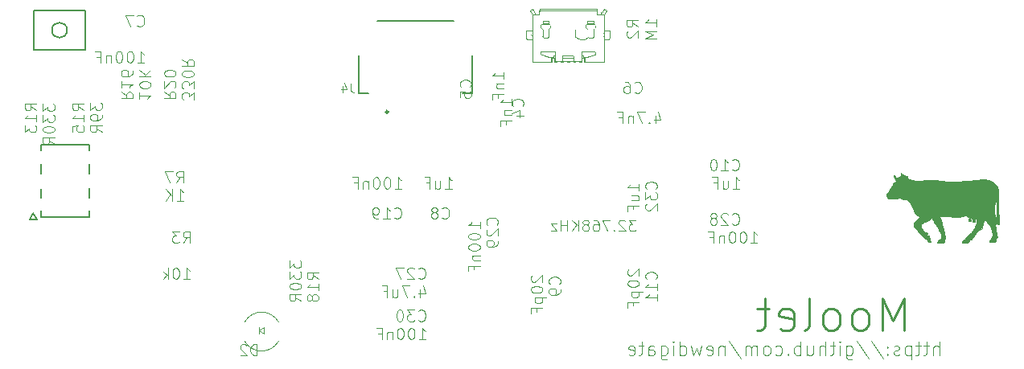
<source format=gbr>
G04 #@! TF.GenerationSoftware,KiCad,Pcbnew,(5.99.0-237-g608461437)*
G04 #@! TF.CreationDate,2019-11-16T14:33:29+00:00*
G04 #@! TF.ProjectId,knobs,6b6e6f62-732e-46b6-9963-61645f706362,rev?*
G04 #@! TF.SameCoordinates,Original*
G04 #@! TF.FileFunction,Legend,Bot*
G04 #@! TF.FilePolarity,Positive*
%FSLAX46Y46*%
G04 Gerber Fmt 4.6, Leading zero omitted, Abs format (unit mm)*
G04 Created by KiCad (PCBNEW (5.99.0-237-g608461437)) date 2019-11-16 14:33:29*
%MOMM*%
%LPD*%
G04 APERTURE LIST*
%ADD10C,0.052916*%
%ADD11C,0.025000*%
%ADD12C,0.284480*%
%ADD13C,0.121920*%
%ADD14C,0.127000*%
%ADD15C,0.150000*%
%ADD16C,0.250000*%
%ADD17C,0.120000*%
%ADD18C,0.114000*%
%ADD19C,0.096520*%
%ADD20C,0.076000*%
%ADD21C,0.101600*%
G04 APERTURE END LIST*
D10*
G36*
X186287729Y-111911291D02*
G01*
X186290586Y-111912771D01*
X186293444Y-111914341D01*
X186294873Y-111915174D01*
X186296301Y-111916045D01*
X186297730Y-111916962D01*
X186299159Y-111917928D01*
X186300588Y-111918950D01*
X186302016Y-111920034D01*
X186303445Y-111921185D01*
X186304874Y-111922408D01*
X186306302Y-111923709D01*
X186307731Y-111925094D01*
X186460131Y-112111784D01*
X186465264Y-112118078D01*
X186470654Y-112124099D01*
X186476289Y-112129841D01*
X186482158Y-112135299D01*
X186488251Y-112140466D01*
X186494556Y-112145337D01*
X186501061Y-112149907D01*
X186507757Y-112154170D01*
X186514631Y-112158120D01*
X186521672Y-112161753D01*
X186528870Y-112165061D01*
X186536213Y-112168041D01*
X186543689Y-112170685D01*
X186551289Y-112172989D01*
X186559000Y-112174947D01*
X186566812Y-112176554D01*
X186574669Y-112178071D01*
X186582521Y-112179761D01*
X186590361Y-112181619D01*
X186598185Y-112183638D01*
X186613760Y-112188140D01*
X186629201Y-112193223D01*
X186644463Y-112198841D01*
X186659502Y-112204951D01*
X186674273Y-112211507D01*
X186688732Y-112218465D01*
X186772552Y-112252755D01*
X186788090Y-112257205D01*
X186803270Y-112261923D01*
X186818094Y-112266819D01*
X186832560Y-112271804D01*
X186860420Y-112281686D01*
X186886852Y-112290854D01*
X186892390Y-112293131D01*
X186897583Y-112295669D01*
X186902440Y-112298464D01*
X186906973Y-112301511D01*
X186911195Y-112304802D01*
X186915114Y-112308334D01*
X186918744Y-112312101D01*
X186922094Y-112316096D01*
X186925177Y-112320314D01*
X186928003Y-112324750D01*
X186930583Y-112329398D01*
X186932929Y-112334253D01*
X186935052Y-112339308D01*
X186936962Y-112344559D01*
X186938672Y-112350000D01*
X186940192Y-112355625D01*
X186940192Y-112367054D01*
X186940146Y-112370581D01*
X186940006Y-112374019D01*
X186939765Y-112377368D01*
X186939418Y-112380627D01*
X186938959Y-112383797D01*
X186938384Y-112386878D01*
X186937685Y-112389870D01*
X186936858Y-112392772D01*
X186935898Y-112395585D01*
X186934797Y-112398308D01*
X186933552Y-112400942D01*
X186932155Y-112403487D01*
X186930603Y-112405943D01*
X186928889Y-112408309D01*
X186927007Y-112410586D01*
X186924952Y-112412774D01*
X186894472Y-112485164D01*
X186963053Y-112527074D01*
X186994544Y-112544100D01*
X187010402Y-112552389D01*
X187026393Y-112560411D01*
X187042563Y-112568076D01*
X187058957Y-112575294D01*
X187075618Y-112581977D01*
X187084063Y-112585089D01*
X187092592Y-112588034D01*
X187135626Y-112606079D01*
X187178972Y-112623098D01*
X187222586Y-112639134D01*
X187266423Y-112654232D01*
X187310439Y-112668438D01*
X187354589Y-112681796D01*
X187398828Y-112694349D01*
X187443112Y-112706144D01*
X187480259Y-112715780D01*
X187517407Y-112724658D01*
X187554554Y-112732731D01*
X187591702Y-112739957D01*
X187628849Y-112746290D01*
X187665997Y-112751685D01*
X187703144Y-112756098D01*
X187740292Y-112759484D01*
X187875070Y-112770437D01*
X187941209Y-112775021D01*
X188006991Y-112778534D01*
X188052733Y-112779606D01*
X188098610Y-112779963D01*
X188144754Y-112779605D01*
X188191300Y-112778534D01*
X188238382Y-112776748D01*
X188286133Y-112774248D01*
X188334688Y-112771033D01*
X188384181Y-112767104D01*
X188463417Y-112761329D01*
X188540867Y-112755197D01*
X188616174Y-112748351D01*
X188688981Y-112740433D01*
X188848049Y-112723764D01*
X188925797Y-112716323D01*
X189001402Y-112709954D01*
X189035863Y-112707438D01*
X189070636Y-112705548D01*
X189105678Y-112704194D01*
X189140943Y-112703286D01*
X189211963Y-112702453D01*
X189283341Y-112702334D01*
X189317632Y-112702334D01*
X189455893Y-112703747D01*
X189593618Y-112707929D01*
X189730987Y-112714790D01*
X189868176Y-112724241D01*
X190005366Y-112736192D01*
X190142735Y-112750553D01*
X190280460Y-112767237D01*
X190418722Y-112786153D01*
X190544616Y-112803484D01*
X190670777Y-112818360D01*
X190797117Y-112830824D01*
X190923547Y-112840922D01*
X191049976Y-112848699D01*
X191176316Y-112854198D01*
X191302478Y-112857465D01*
X191428372Y-112858544D01*
X191475528Y-112858908D01*
X191522728Y-112860032D01*
X191570019Y-112861959D01*
X191617443Y-112864735D01*
X191665045Y-112868403D01*
X191712871Y-112873009D01*
X191760965Y-112878598D01*
X191809371Y-112885213D01*
X191916052Y-112896644D01*
X191931798Y-112899151D01*
X191947722Y-112900989D01*
X191964004Y-112902202D01*
X191980822Y-112902835D01*
X191998354Y-112902932D01*
X192016779Y-112902537D01*
X192036275Y-112901696D01*
X192057022Y-112900454D01*
X192130840Y-112894738D01*
X192163642Y-112891881D01*
X192177922Y-112890452D01*
X192190371Y-112889023D01*
X192282227Y-112882534D01*
X192376584Y-112874260D01*
X192475941Y-112863842D01*
X192582800Y-112850924D01*
X192847416Y-112826099D01*
X193108104Y-112803775D01*
X193362363Y-112785023D01*
X193607691Y-112770914D01*
X193744792Y-112761627D01*
X193881535Y-112750911D01*
X194017563Y-112738767D01*
X194152520Y-112725194D01*
X194206872Y-112719420D01*
X194261581Y-112713288D01*
X194317005Y-112706441D01*
X194373499Y-112698523D01*
X194412909Y-112692750D01*
X194451605Y-112686618D01*
X194490300Y-112679772D01*
X194509871Y-112675969D01*
X194529710Y-112671854D01*
X194571151Y-112665239D01*
X194612637Y-112659650D01*
X194654212Y-112655044D01*
X194695921Y-112651375D01*
X194737808Y-112648600D01*
X194779919Y-112646673D01*
X194822298Y-112645549D01*
X194864990Y-112645185D01*
X194944999Y-112645185D01*
X194970858Y-112646449D01*
X194996850Y-112647446D01*
X195048345Y-112648994D01*
X195097697Y-112650541D01*
X195121011Y-112651538D01*
X195143119Y-112652803D01*
X195174380Y-112654597D01*
X195205329Y-112657150D01*
X195236010Y-112660506D01*
X195266467Y-112664711D01*
X195296747Y-112669808D01*
X195326892Y-112675843D01*
X195356948Y-112682860D01*
X195386959Y-112690905D01*
X195431235Y-112702855D01*
X195475422Y-112715788D01*
X195519430Y-112729614D01*
X195563171Y-112744244D01*
X195606554Y-112759588D01*
X195649491Y-112775557D01*
X195691892Y-112792062D01*
X195733668Y-112809014D01*
X195762065Y-112820972D01*
X195790104Y-112833958D01*
X195817786Y-112847925D01*
X195845111Y-112862830D01*
X195872079Y-112878628D01*
X195898690Y-112895274D01*
X195924943Y-112912724D01*
X195950839Y-112930933D01*
X195970708Y-112945354D01*
X195990315Y-112960037D01*
X196028765Y-112990167D01*
X196066232Y-113021280D01*
X196102762Y-113053330D01*
X196138399Y-113086273D01*
X196173187Y-113120064D01*
X196207172Y-113154659D01*
X196240399Y-113190014D01*
X196257947Y-113210151D01*
X196274882Y-113230561D01*
X196291214Y-113251251D01*
X196306955Y-113272226D01*
X196322115Y-113293490D01*
X196336705Y-113315051D01*
X196350738Y-113336913D01*
X196364224Y-113359082D01*
X196377174Y-113381563D01*
X196389599Y-113404362D01*
X196401511Y-113427486D01*
X196412921Y-113450938D01*
X196423839Y-113474726D01*
X196434278Y-113498853D01*
X196444247Y-113523327D01*
X196453759Y-113548153D01*
X196471261Y-113599774D01*
X196486620Y-113651796D01*
X196499836Y-113704266D01*
X196510909Y-113757226D01*
X196519838Y-113810722D01*
X196526625Y-113864799D01*
X196531268Y-113919501D01*
X196533769Y-113974872D01*
X196541389Y-114112034D01*
X196549009Y-114382543D01*
X196541389Y-114992142D01*
X196541389Y-115472202D01*
X196541039Y-115499341D01*
X196540020Y-115526435D01*
X196538375Y-115553441D01*
X196536151Y-115580312D01*
X196533390Y-115607004D01*
X196530138Y-115633473D01*
X196526440Y-115659674D01*
X196522340Y-115685563D01*
X196518240Y-115715567D01*
X196514542Y-115745571D01*
X196511290Y-115775575D01*
X196508529Y-115805579D01*
X196506305Y-115835583D01*
X196504660Y-115865587D01*
X196503640Y-115895590D01*
X196503291Y-115925594D01*
X196503291Y-115929403D01*
X196503231Y-115975123D01*
X196502814Y-116020842D01*
X196501683Y-116066562D01*
X196500738Y-116089422D01*
X196499481Y-116112282D01*
X196498899Y-116119425D01*
X196498573Y-116126563D01*
X196498493Y-116133689D01*
X196498648Y-116140798D01*
X196499025Y-116147885D01*
X196499615Y-116154945D01*
X196500406Y-116161970D01*
X196501386Y-116168957D01*
X196502545Y-116175899D01*
X196503872Y-116182790D01*
X196505354Y-116189626D01*
X196506982Y-116196401D01*
X196510628Y-116209743D01*
X196514721Y-116222773D01*
X196519186Y-116239747D01*
X196524008Y-116256408D01*
X196529188Y-116272802D01*
X196534724Y-116288972D01*
X196540618Y-116304964D01*
X196546868Y-116320822D01*
X196553476Y-116336590D01*
X196560441Y-116352314D01*
X196562630Y-116358656D01*
X196564913Y-116364837D01*
X196567298Y-116370873D01*
X196569788Y-116376781D01*
X196572389Y-116382577D01*
X196575108Y-116388278D01*
X196577950Y-116393901D01*
X196580920Y-116399462D01*
X196584024Y-116404979D01*
X196587268Y-116410468D01*
X196590656Y-116415946D01*
X196594196Y-116421429D01*
X196601749Y-116432480D01*
X196609971Y-116443753D01*
X196612026Y-116445984D01*
X196613908Y-116448382D01*
X196615622Y-116450937D01*
X196617175Y-116453636D01*
X196618571Y-116456469D01*
X196619816Y-116459426D01*
X196620917Y-116462493D01*
X196621878Y-116465661D01*
X196622705Y-116468919D01*
X196623403Y-116472255D01*
X196623979Y-116475657D01*
X196624438Y-116479116D01*
X196624785Y-116482618D01*
X196625025Y-116486155D01*
X196625166Y-116489714D01*
X196625212Y-116493284D01*
X196625152Y-116512631D01*
X196625011Y-116521881D01*
X196624735Y-116530907D01*
X196624281Y-116539755D01*
X196623604Y-116548469D01*
X196622659Y-116557094D01*
X196621401Y-116565674D01*
X196618715Y-116574239D01*
X196616342Y-116582759D01*
X196614236Y-116591190D01*
X196612353Y-116599488D01*
X196610649Y-116607606D01*
X196609079Y-116615501D01*
X196606162Y-116630443D01*
X196603669Y-116657582D01*
X196601936Y-116684677D01*
X196601005Y-116711682D01*
X196600923Y-116738553D01*
X196601734Y-116765245D01*
X196603483Y-116791714D01*
X196606214Y-116817915D01*
X196609971Y-116843804D01*
X196615329Y-116875237D01*
X196619973Y-116906669D01*
X196623902Y-116938102D01*
X196627117Y-116969535D01*
X196629617Y-117000967D01*
X196631403Y-117032400D01*
X196632475Y-117063833D01*
X196632832Y-117095266D01*
X196632832Y-117285766D01*
X196632609Y-117292860D01*
X196631939Y-117299837D01*
X196631437Y-117303273D01*
X196630823Y-117306669D01*
X196630097Y-117310022D01*
X196629260Y-117313328D01*
X196628311Y-117316584D01*
X196627251Y-117319787D01*
X196626079Y-117322932D01*
X196624795Y-117326016D01*
X196623400Y-117329036D01*
X196621893Y-117331989D01*
X196620275Y-117334870D01*
X196618545Y-117337677D01*
X196616703Y-117340406D01*
X196614750Y-117343053D01*
X196612685Y-117345615D01*
X196610508Y-117348088D01*
X196608220Y-117350469D01*
X196605820Y-117352755D01*
X196603309Y-117354941D01*
X196600686Y-117357025D01*
X196597951Y-117359003D01*
X196595105Y-117360872D01*
X196592147Y-117362627D01*
X196589077Y-117364266D01*
X196585896Y-117365785D01*
X196582603Y-117367180D01*
X196579199Y-117368449D01*
X196575683Y-117369587D01*
X196568532Y-117372429D01*
X196561336Y-117375182D01*
X196554051Y-117377756D01*
X196550361Y-117378949D01*
X196546632Y-117380063D01*
X196542858Y-117381088D01*
X196539034Y-117382013D01*
X196535154Y-117382826D01*
X196531213Y-117383516D01*
X196527205Y-117384072D01*
X196523124Y-117384483D01*
X196518965Y-117384738D01*
X196514723Y-117384826D01*
X196503292Y-117381017D01*
X196497579Y-117380885D01*
X196491877Y-117380496D01*
X196486197Y-117379862D01*
X196480551Y-117378993D01*
X196474949Y-117377901D01*
X196469404Y-117376597D01*
X196463925Y-117375092D01*
X196458524Y-117373397D01*
X196453213Y-117371523D01*
X196448002Y-117369482D01*
X196442903Y-117367285D01*
X196437926Y-117364943D01*
X196433084Y-117362467D01*
X196428386Y-117359868D01*
X196423845Y-117357157D01*
X196419471Y-117354346D01*
X196416660Y-117352786D01*
X196413950Y-117350975D01*
X196411351Y-117348930D01*
X196408875Y-117346666D01*
X196406533Y-117344202D01*
X196404336Y-117341554D01*
X196402295Y-117338738D01*
X196400422Y-117335772D01*
X196398727Y-117332672D01*
X196397222Y-117329454D01*
X196395918Y-117326136D01*
X196394826Y-117322735D01*
X196393957Y-117319266D01*
X196393323Y-117315747D01*
X196392934Y-117312195D01*
X196392802Y-117308626D01*
X196388992Y-117213376D01*
X196388642Y-117194974D01*
X196387623Y-117176884D01*
X196385978Y-117159062D01*
X196383754Y-117141463D01*
X196380993Y-117124043D01*
X196377741Y-117106757D01*
X196374043Y-117089559D01*
X196369943Y-117072406D01*
X196365991Y-117055261D01*
X196362620Y-117038116D01*
X196359696Y-117020971D01*
X196357084Y-117003826D01*
X196352262Y-116969536D01*
X196349784Y-116952391D01*
X196347082Y-116935245D01*
X196345468Y-116918272D01*
X196343451Y-116901611D01*
X196340988Y-116885217D01*
X196338034Y-116869047D01*
X196334544Y-116853056D01*
X196330473Y-116837198D01*
X196325778Y-116821429D01*
X196320413Y-116805706D01*
X196318991Y-116798391D01*
X196317614Y-116790764D01*
X196316326Y-116782869D01*
X196315173Y-116774750D01*
X196314198Y-116766453D01*
X196313447Y-116758022D01*
X196312963Y-116749502D01*
X196312792Y-116740937D01*
X196312792Y-116729506D01*
X196316601Y-116630445D01*
X196312792Y-116558056D01*
X196331841Y-116443755D01*
X196339462Y-116352315D01*
X196347082Y-116249445D01*
X196350892Y-115959885D01*
X196339462Y-115788436D01*
X196328031Y-115559836D01*
X196316601Y-115376957D01*
X196320411Y-115270276D01*
X196320411Y-115148357D01*
X196312791Y-115068348D01*
X196301360Y-114961669D01*
X196297550Y-114912137D01*
X196240402Y-114538758D01*
X196235602Y-114500181D01*
X196229865Y-114461605D01*
X196223324Y-114423029D01*
X196216113Y-114384452D01*
X196200218Y-114307300D01*
X196183251Y-114230147D01*
X196206112Y-114451128D01*
X196206783Y-114453315D01*
X196207370Y-114455586D01*
X196207879Y-114457934D01*
X196208315Y-114460355D01*
X196208684Y-114462844D01*
X196208992Y-114465393D01*
X196209446Y-114470654D01*
X196209721Y-114476094D01*
X196209863Y-114481667D01*
X196209922Y-114493038D01*
X196209863Y-114502265D01*
X196209721Y-114507302D01*
X196209446Y-114512563D01*
X196208992Y-114518003D01*
X196208315Y-114523576D01*
X196207879Y-114526399D01*
X196207370Y-114529239D01*
X196206783Y-114532090D01*
X196206112Y-114534946D01*
X196183251Y-114763547D01*
X196160392Y-114942617D01*
X196152770Y-115072158D01*
X196149854Y-115135022D01*
X196146580Y-115197887D01*
X196142592Y-115260752D01*
X196137531Y-115323618D01*
X196134317Y-115367753D01*
X196130387Y-115411665D01*
X196125744Y-115455488D01*
X196120386Y-115499355D01*
X196114314Y-115543401D01*
X196107527Y-115587759D01*
X196100026Y-115632564D01*
X196091810Y-115677948D01*
X196089138Y-115695094D01*
X196086869Y-115712239D01*
X196085046Y-115729384D01*
X196083714Y-115746529D01*
X196082917Y-115763674D01*
X196082701Y-115780819D01*
X196083111Y-115797964D01*
X196084190Y-115815110D01*
X196084190Y-115959891D01*
X196082947Y-115974342D01*
X196082105Y-115989061D01*
X196081711Y-116003959D01*
X196081807Y-116018946D01*
X196082440Y-116033933D01*
X196083653Y-116048830D01*
X196084491Y-116056218D01*
X196085492Y-116063549D01*
X196086659Y-116070814D01*
X196088000Y-116078000D01*
X196092234Y-116074291D01*
X196094326Y-116107215D01*
X196097757Y-116140139D01*
X196102429Y-116173113D01*
X196108242Y-116206186D01*
X196115096Y-116239408D01*
X196122893Y-116272828D01*
X196131533Y-116306496D01*
X196140917Y-116340462D01*
X196141675Y-116342606D01*
X196142510Y-116344755D01*
X196144370Y-116349094D01*
X196148538Y-116358083D01*
X196150666Y-116362823D01*
X196151702Y-116365274D01*
X196152705Y-116367786D01*
X196153663Y-116370366D01*
X196154565Y-116373018D01*
X196155401Y-116375748D01*
X196156158Y-116378562D01*
X196198068Y-116500481D01*
X196200254Y-116506153D01*
X196202525Y-116511740D01*
X196207294Y-116522687D01*
X196212332Y-116533365D01*
X196217593Y-116543820D01*
X196223033Y-116554097D01*
X196228606Y-116564240D01*
X196239976Y-116584302D01*
X196246271Y-116593721D01*
X196252292Y-116603397D01*
X196258034Y-116613318D01*
X196263491Y-116623474D01*
X196268658Y-116633853D01*
X196273530Y-116644444D01*
X196278100Y-116655236D01*
X196282363Y-116666217D01*
X196286313Y-116677378D01*
X196289945Y-116688705D01*
X196293254Y-116700189D01*
X196296233Y-116711818D01*
X196298878Y-116723581D01*
X196301182Y-116735467D01*
X196303140Y-116747464D01*
X196304746Y-116759562D01*
X196304746Y-116820522D01*
X196304687Y-116839870D01*
X196304545Y-116849120D01*
X196304270Y-116858147D01*
X196303816Y-116866995D01*
X196303139Y-116875709D01*
X196302194Y-116884333D01*
X196300936Y-116892913D01*
X196283792Y-117019120D01*
X196266647Y-117148183D01*
X196257359Y-117219561D01*
X196246643Y-117290583D01*
X196240749Y-117325848D01*
X196234498Y-117360889D01*
X196227890Y-117395663D01*
X196220925Y-117430124D01*
X196218915Y-117439412D01*
X196217167Y-117448706D01*
X196215676Y-117458010D01*
X196214436Y-117467331D01*
X196213442Y-117476675D01*
X196212687Y-117486047D01*
X196212168Y-117495452D01*
X196211876Y-117504896D01*
X196211809Y-117514384D01*
X196211959Y-117523923D01*
X196212889Y-117543174D01*
X196214623Y-117562693D01*
X196217117Y-117582525D01*
X196218880Y-117601083D01*
X196221224Y-117619553D01*
X196224015Y-117637844D01*
X196227118Y-117655867D01*
X196239976Y-117723494D01*
X196281886Y-118035914D01*
X196304746Y-118161644D01*
X196326832Y-118273562D01*
X196347133Y-118385481D01*
X196365290Y-118495971D01*
X196380947Y-118603603D01*
X196383864Y-118615034D01*
X196385433Y-118620749D01*
X196387137Y-118626464D01*
X196389020Y-118632179D01*
X196391126Y-118637894D01*
X196392277Y-118640752D01*
X196393500Y-118643609D01*
X196394801Y-118646467D01*
X196396186Y-118649324D01*
X196397608Y-118653782D01*
X196398985Y-118658552D01*
X196400272Y-118663590D01*
X196401426Y-118668851D01*
X196402400Y-118674290D01*
X196402807Y-118677063D01*
X196403152Y-118679864D01*
X196403430Y-118682687D01*
X196403635Y-118685527D01*
X196403763Y-118688378D01*
X196403806Y-118691234D01*
X196403717Y-118695519D01*
X196403449Y-118699799D01*
X196403003Y-118704068D01*
X196402378Y-118708319D01*
X196401574Y-118712549D01*
X196400592Y-118716750D01*
X196399431Y-118720919D01*
X196398091Y-118725048D01*
X196396573Y-118729132D01*
X196394877Y-118733166D01*
X196393002Y-118737144D01*
X196390948Y-118741061D01*
X196388716Y-118744911D01*
X196386305Y-118748689D01*
X196383715Y-118752388D01*
X196380947Y-118756003D01*
X196378082Y-118758846D01*
X196375172Y-118761599D01*
X196373686Y-118762914D01*
X196372173Y-118764173D01*
X196370626Y-118765366D01*
X196369040Y-118766481D01*
X196367410Y-118767506D01*
X196365729Y-118768430D01*
X196363992Y-118769243D01*
X196362194Y-118769934D01*
X196361270Y-118770229D01*
X196360329Y-118770490D01*
X196359370Y-118770715D01*
X196358392Y-118770901D01*
X196357394Y-118771049D01*
X196356376Y-118771156D01*
X196355337Y-118771222D01*
X196354276Y-118771244D01*
X196281886Y-118786483D01*
X196279029Y-118787243D01*
X196276178Y-118788098D01*
X196273339Y-118789053D01*
X196270516Y-118790114D01*
X196267715Y-118791287D01*
X196264942Y-118792577D01*
X196262203Y-118793990D01*
X196259503Y-118795532D01*
X196256847Y-118797207D01*
X196254241Y-118799022D01*
X196251692Y-118800982D01*
X196249204Y-118803092D01*
X196246782Y-118805359D01*
X196244433Y-118807788D01*
X196242163Y-118810384D01*
X196239976Y-118813154D01*
X196238592Y-118815340D01*
X196237297Y-118817611D01*
X196236092Y-118819959D01*
X196234975Y-118822380D01*
X196233949Y-118824868D01*
X196233011Y-118827418D01*
X196232163Y-118830023D01*
X196231404Y-118832679D01*
X196230734Y-118835379D01*
X196230154Y-118838118D01*
X196229663Y-118840891D01*
X196229261Y-118843692D01*
X196228949Y-118846515D01*
X196228726Y-118849355D01*
X196228592Y-118852205D01*
X196228547Y-118855062D01*
X196231463Y-118872206D01*
X196233033Y-118880779D01*
X196234737Y-118889352D01*
X196236620Y-118897924D01*
X196238726Y-118906497D01*
X196241100Y-118915070D01*
X196243786Y-118923642D01*
X196249501Y-118937870D01*
X196255216Y-118951741D01*
X196258074Y-118958430D01*
X196260932Y-118964897D01*
X196263789Y-118971095D01*
X196266647Y-118976981D01*
X196269458Y-118981310D01*
X196272175Y-118985718D01*
X196274792Y-118990192D01*
X196277302Y-118994722D01*
X196279701Y-118999297D01*
X196281983Y-119003905D01*
X196284142Y-119008535D01*
X196286172Y-119013177D01*
X196288069Y-119017819D01*
X196289826Y-119022449D01*
X196291438Y-119027057D01*
X196292899Y-119031632D01*
X196294204Y-119036162D01*
X196295348Y-119040636D01*
X196296323Y-119045043D01*
X196297126Y-119049372D01*
X196297797Y-119051558D01*
X196298383Y-119053822D01*
X196298892Y-119056153D01*
X196299328Y-119058540D01*
X196299697Y-119060971D01*
X196300005Y-119063436D01*
X196300459Y-119068422D01*
X196300734Y-119073408D01*
X196300875Y-119078305D01*
X196300935Y-119087473D01*
X196300888Y-119092473D01*
X196300741Y-119097467D01*
X196300483Y-119102449D01*
X196300102Y-119107415D01*
X196299586Y-119112359D01*
X196298926Y-119117275D01*
X196298109Y-119122158D01*
X196297125Y-119127001D01*
X196295963Y-119131800D01*
X196294610Y-119136548D01*
X196293057Y-119141241D01*
X196291292Y-119145872D01*
X196289303Y-119150437D01*
X196287080Y-119154928D01*
X196284611Y-119159342D01*
X196281886Y-119163672D01*
X196220925Y-119266542D01*
X195573226Y-119266542D01*
X195588465Y-119178913D01*
X195589985Y-119171098D01*
X195591688Y-119163368D01*
X195593581Y-119155715D01*
X195595669Y-119148135D01*
X195597959Y-119140622D01*
X195600454Y-119133170D01*
X195603162Y-119125774D01*
X195606088Y-119118429D01*
X195609236Y-119111128D01*
X195612614Y-119103866D01*
X195616226Y-119096637D01*
X195620078Y-119089437D01*
X195624175Y-119082258D01*
X195628524Y-119075097D01*
X195633129Y-119067947D01*
X195637997Y-119060802D01*
X195714196Y-118992223D01*
X195786587Y-118916022D01*
X195790397Y-118843633D01*
X195791840Y-118833810D01*
X195793373Y-118824344D01*
X195795084Y-118815236D01*
X195796035Y-118810815D01*
X195797063Y-118806484D01*
X195798181Y-118802243D01*
X195799400Y-118798090D01*
X195800730Y-118794027D01*
X195802183Y-118790054D01*
X195803770Y-118786169D01*
X195805502Y-118782374D01*
X195807390Y-118778669D01*
X195809446Y-118775052D01*
X195815332Y-118765059D01*
X195821530Y-118755110D01*
X195827996Y-118745250D01*
X195834686Y-118735524D01*
X195841554Y-118725977D01*
X195848557Y-118716653D01*
X195855648Y-118707597D01*
X195862785Y-118698853D01*
X195866268Y-118694522D01*
X195869572Y-118690102D01*
X195872698Y-118685592D01*
X195875645Y-118680993D01*
X195878413Y-118676305D01*
X195881003Y-118671528D01*
X195883414Y-118666661D01*
X195885647Y-118661705D01*
X195887700Y-118656660D01*
X195889576Y-118651526D01*
X195891272Y-118646302D01*
X195892790Y-118640989D01*
X195894130Y-118635586D01*
X195895290Y-118630095D01*
X195896272Y-118624514D01*
X195897076Y-118618844D01*
X195899755Y-118601698D01*
X195902077Y-118584553D01*
X195904041Y-118567407D01*
X195905649Y-118550262D01*
X195906899Y-118533117D01*
X195907792Y-118515972D01*
X195908328Y-118498827D01*
X195908506Y-118481682D01*
X195908335Y-118464553D01*
X195907851Y-118447512D01*
X195907099Y-118430650D01*
X195906124Y-118414055D01*
X195903683Y-118382027D01*
X195900886Y-118352143D01*
X195847546Y-118054963D01*
X195833444Y-117987849D01*
X195816887Y-117920958D01*
X195797919Y-117854514D01*
X195776584Y-117788739D01*
X195752928Y-117723857D01*
X195726995Y-117660092D01*
X195698830Y-117597666D01*
X195668476Y-117536803D01*
X195660485Y-117521933D01*
X195652232Y-117507320D01*
X195643722Y-117492952D01*
X195634960Y-117478819D01*
X195625953Y-117464909D01*
X195616707Y-117451212D01*
X195607225Y-117437715D01*
X195597515Y-117424408D01*
X195587582Y-117411279D01*
X195577431Y-117398318D01*
X195556498Y-117372854D01*
X195534761Y-117347925D01*
X195512266Y-117323443D01*
X195475059Y-117286176D01*
X195437495Y-117248195D01*
X195399216Y-117208785D01*
X195359866Y-117167232D01*
X195327384Y-117130814D01*
X195295751Y-117093057D01*
X195265099Y-117054049D01*
X195235564Y-117013881D01*
X195207279Y-116972640D01*
X195180378Y-116930418D01*
X195154995Y-116887302D01*
X195142915Y-116865437D01*
X195131265Y-116843383D01*
X195085545Y-116889104D01*
X195028394Y-116988164D01*
X194975056Y-117117704D01*
X194952195Y-117205335D01*
X194837895Y-117700634D01*
X194837049Y-117705590D01*
X194835952Y-117710456D01*
X194834621Y-117715233D01*
X194833072Y-117719922D01*
X194831323Y-117724520D01*
X194829389Y-117729030D01*
X194827288Y-117733450D01*
X194825036Y-117737781D01*
X194822650Y-117742022D01*
X194820147Y-117746175D01*
X194817543Y-117750238D01*
X194814856Y-117754211D01*
X194812102Y-117758096D01*
X194809297Y-117761891D01*
X194803605Y-117769213D01*
X194399745Y-118070203D01*
X194293066Y-118150213D01*
X194283870Y-118157442D01*
X194274864Y-118164827D01*
X194266059Y-118172346D01*
X194257466Y-118179977D01*
X194249097Y-118187698D01*
X194240961Y-118195485D01*
X194233072Y-118203317D01*
X194225439Y-118211172D01*
X194218074Y-118219026D01*
X194210988Y-118226858D01*
X194204192Y-118234646D01*
X194197697Y-118242366D01*
X194191515Y-118249997D01*
X194185657Y-118257517D01*
X194180133Y-118264902D01*
X194174955Y-118272132D01*
X194134474Y-118330233D01*
X194113340Y-118361070D01*
X194091136Y-118394051D01*
X193885395Y-118740761D01*
X193828245Y-118816961D01*
X193755856Y-118900782D01*
X193736805Y-118923642D01*
X193733904Y-118926456D01*
X193730919Y-118929186D01*
X193727856Y-118931838D01*
X193724721Y-118934417D01*
X193721518Y-118936929D01*
X193718254Y-118939380D01*
X193711565Y-118944120D01*
X193704696Y-118948682D01*
X193697694Y-118953110D01*
X193683467Y-118961742D01*
X193682751Y-118961785D01*
X193682030Y-118961906D01*
X193681298Y-118962094D01*
X193680549Y-118962337D01*
X193678979Y-118962948D01*
X193677275Y-118963647D01*
X193676359Y-118964002D01*
X193675392Y-118964347D01*
X193674370Y-118964668D01*
X193673286Y-118964957D01*
X193672136Y-118965201D01*
X193670912Y-118965388D01*
X193669611Y-118965509D01*
X193668226Y-118965552D01*
X193667501Y-118965530D01*
X193666754Y-118965465D01*
X193665205Y-118965210D01*
X193663588Y-118964799D01*
X193661916Y-118964242D01*
X193660199Y-118963552D01*
X193658448Y-118962739D01*
X193656675Y-118961815D01*
X193654891Y-118960790D01*
X193653107Y-118959675D01*
X193651335Y-118958483D01*
X193649584Y-118957223D01*
X193647867Y-118955908D01*
X193646195Y-118954548D01*
X193644578Y-118953154D01*
X193643028Y-118951739D01*
X193641557Y-118950312D01*
X193592027Y-118908402D01*
X193591269Y-118907688D01*
X193590427Y-118906981D01*
X193589507Y-118906284D01*
X193588514Y-118905604D01*
X193587455Y-118904946D01*
X193586334Y-118904316D01*
X193585158Y-118903720D01*
X193583931Y-118903163D01*
X193582659Y-118902650D01*
X193581349Y-118902188D01*
X193580005Y-118901782D01*
X193578633Y-118901437D01*
X193577239Y-118901158D01*
X193575828Y-118900953D01*
X193574405Y-118900825D01*
X193572978Y-118900782D01*
X193571906Y-118900804D01*
X193570836Y-118900870D01*
X193569769Y-118900979D01*
X193568706Y-118901131D01*
X193567649Y-118901325D01*
X193566598Y-118901560D01*
X193565556Y-118901836D01*
X193564524Y-118902151D01*
X193563503Y-118902505D01*
X193562494Y-118902898D01*
X193561500Y-118903328D01*
X193560520Y-118903795D01*
X193559558Y-118904299D01*
X193558613Y-118904838D01*
X193557689Y-118905412D01*
X193556785Y-118906020D01*
X193555903Y-118906661D01*
X193555045Y-118907336D01*
X193554212Y-118908042D01*
X193553406Y-118908780D01*
X193552628Y-118909549D01*
X193551879Y-118910348D01*
X193551160Y-118911176D01*
X193550474Y-118912032D01*
X193549821Y-118912917D01*
X193549203Y-118913828D01*
X193548622Y-118914766D01*
X193548078Y-118915730D01*
X193547573Y-118916720D01*
X193547109Y-118917733D01*
X193546686Y-118918770D01*
X193546307Y-118919831D01*
X193359617Y-119266541D01*
X193344377Y-119270351D01*
X192696678Y-119270351D01*
X192711917Y-119236060D01*
X192717809Y-119223334D01*
X192724053Y-119210871D01*
X192730644Y-119198664D01*
X192737574Y-119186708D01*
X192744840Y-119174998D01*
X192752435Y-119163528D01*
X192760354Y-119152292D01*
X192768590Y-119141286D01*
X192777140Y-119130502D01*
X192785996Y-119119936D01*
X192795153Y-119109582D01*
X192804607Y-119099435D01*
X192814350Y-119089489D01*
X192824378Y-119079737D01*
X192834686Y-119070176D01*
X192845266Y-119060799D01*
X192862761Y-119048126D01*
X192880925Y-119035855D01*
X192899715Y-119024031D01*
X192919085Y-119012697D01*
X192938991Y-119001900D01*
X192959388Y-118991683D01*
X192980231Y-118982091D01*
X193001476Y-118973169D01*
X193012907Y-118938878D01*
X193021746Y-118918968D01*
X193031116Y-118899253D01*
X193041010Y-118879750D01*
X193051423Y-118860476D01*
X193062350Y-118841448D01*
X193073785Y-118822681D01*
X193085722Y-118804194D01*
X193098155Y-118786002D01*
X193111080Y-118768123D01*
X193124490Y-118750574D01*
X193138381Y-118733370D01*
X193152745Y-118716529D01*
X193167579Y-118700068D01*
X193182876Y-118684003D01*
X193198630Y-118668351D01*
X193214837Y-118653128D01*
X193260557Y-118615029D01*
X193393907Y-118504538D01*
X193500587Y-118413099D01*
X193637747Y-118298798D01*
X193691087Y-118245458D01*
X193736808Y-118192118D01*
X193757867Y-118167472D01*
X193778122Y-118142112D01*
X193797485Y-118116037D01*
X193806803Y-118102732D01*
X193815865Y-118089248D01*
X193824659Y-118075586D01*
X193833173Y-118061745D01*
X193841398Y-118047725D01*
X193849321Y-118033527D01*
X193856932Y-118019150D01*
X193864219Y-118004595D01*
X193871172Y-117989861D01*
X193877778Y-117974949D01*
X193958210Y-117826783D01*
X194003932Y-117746773D01*
X194029292Y-117702147D01*
X194053937Y-117656940D01*
X194077869Y-117611287D01*
X194101086Y-117565322D01*
X194123589Y-117519178D01*
X194145377Y-117472989D01*
X194166451Y-117426890D01*
X194186811Y-117381014D01*
X194195026Y-117359404D01*
X194202527Y-117337437D01*
X194209314Y-117315113D01*
X194215386Y-117292431D01*
X194220744Y-117269393D01*
X194225387Y-117245997D01*
X194229316Y-117222244D01*
X194232531Y-117198134D01*
X194238127Y-117141580D01*
X194243008Y-117085740D01*
X194244958Y-117057864D01*
X194246462Y-117029899D01*
X194247429Y-117001756D01*
X194247772Y-116973345D01*
X194247772Y-116950484D01*
X194247593Y-116930489D01*
X194247057Y-116910539D01*
X194246164Y-116890677D01*
X194244914Y-116870950D01*
X194243307Y-116851402D01*
X194241342Y-116832076D01*
X194239020Y-116813019D01*
X194236341Y-116794274D01*
X194106800Y-116786654D01*
X194053462Y-117064785D01*
X194053038Y-117067966D01*
X194052484Y-117071079D01*
X194051803Y-117074124D01*
X194050998Y-117077100D01*
X194050073Y-117080006D01*
X194049032Y-117082842D01*
X194047878Y-117085606D01*
X194046615Y-117088299D01*
X194045245Y-117090919D01*
X194043773Y-117093466D01*
X194042202Y-117095939D01*
X194040535Y-117098337D01*
X194038776Y-117100660D01*
X194036929Y-117102907D01*
X194032982Y-117107170D01*
X194028723Y-117111121D01*
X194024179Y-117114753D01*
X194019378Y-117118061D01*
X194014349Y-117121041D01*
X194009119Y-117123685D01*
X194003715Y-117125989D01*
X193998167Y-117127947D01*
X193992501Y-117129554D01*
X193975357Y-117132353D01*
X193966784Y-117133640D01*
X193958211Y-117134794D01*
X193949639Y-117135769D01*
X193941066Y-117136521D01*
X193932493Y-117137004D01*
X193923921Y-117137175D01*
X193908682Y-117137175D01*
X193902342Y-117136326D01*
X193896180Y-117135203D01*
X193890197Y-117133801D01*
X193884393Y-117132115D01*
X193878767Y-117130138D01*
X193873320Y-117127866D01*
X193868052Y-117125292D01*
X193862962Y-117122411D01*
X193858050Y-117119217D01*
X193853318Y-117115706D01*
X193848764Y-117111870D01*
X193844388Y-117107706D01*
X193840191Y-117103207D01*
X193836173Y-117098367D01*
X193832333Y-117093181D01*
X193828672Y-117087644D01*
X193826617Y-117084028D01*
X193824736Y-117080329D01*
X193823021Y-117076552D01*
X193821469Y-117072702D01*
X193820072Y-117068785D01*
X193818827Y-117064807D01*
X193817726Y-117060773D01*
X193816766Y-117056689D01*
X193815939Y-117052560D01*
X193815240Y-117048392D01*
X193814664Y-117044190D01*
X193814206Y-117039961D01*
X193813859Y-117035709D01*
X193813618Y-117031440D01*
X193813477Y-117027160D01*
X193813432Y-117022875D01*
X193813432Y-117000014D01*
X193847723Y-116752364D01*
X193706753Y-116721885D01*
X193611503Y-116973346D01*
X193609986Y-116977577D01*
X193608295Y-116981694D01*
X193606435Y-116985697D01*
X193604411Y-116989584D01*
X193602228Y-116993353D01*
X193599891Y-116997005D01*
X193594774Y-117003946D01*
X193589099Y-117010395D01*
X193582905Y-117016343D01*
X193576231Y-117021777D01*
X193569116Y-117026687D01*
X193561600Y-117031060D01*
X193553720Y-117034887D01*
X193545517Y-117038156D01*
X193537029Y-117040855D01*
X193528296Y-117042974D01*
X193519356Y-117044502D01*
X193510248Y-117045426D01*
X193501013Y-117045737D01*
X193495332Y-117045593D01*
X193489725Y-117045166D01*
X193484197Y-117044463D01*
X193478755Y-117043490D01*
X193473405Y-117042255D01*
X193468154Y-117040764D01*
X193463007Y-117039026D01*
X193457971Y-117037046D01*
X193453053Y-117034831D01*
X193448257Y-117032389D01*
X193443592Y-117029727D01*
X193439063Y-117026851D01*
X193434675Y-117023768D01*
X193430437Y-117020486D01*
X193426353Y-117017012D01*
X193422431Y-117013352D01*
X193418676Y-117009513D01*
X193415095Y-117005503D01*
X193411693Y-117001328D01*
X193408478Y-116996995D01*
X193405456Y-116992512D01*
X193402632Y-116987885D01*
X193400014Y-116983121D01*
X193397606Y-116978228D01*
X193395417Y-116973212D01*
X193393451Y-116968079D01*
X193391716Y-116962838D01*
X193390217Y-116957496D01*
X193388961Y-116952058D01*
X193387954Y-116946532D01*
X193387202Y-116940926D01*
X193386712Y-116935245D01*
X193440052Y-116634256D01*
X193428622Y-116626636D01*
X193410146Y-116617887D01*
X193391847Y-116608791D01*
X193373724Y-116599361D01*
X193355778Y-116589607D01*
X193320418Y-116569172D01*
X193285768Y-116547577D01*
X193251829Y-116524911D01*
X193218604Y-116501262D01*
X193186095Y-116476720D01*
X193154302Y-116451375D01*
X193131442Y-116455185D01*
X192746632Y-116531385D01*
X192663586Y-116547458D01*
X192580183Y-116561388D01*
X192496423Y-116573175D01*
X192412305Y-116582819D01*
X192327831Y-116590320D01*
X192242999Y-116595678D01*
X192157810Y-116598892D01*
X192072264Y-116599964D01*
X192055714Y-116599904D01*
X192047751Y-116599763D01*
X192039878Y-116599488D01*
X192032005Y-116599034D01*
X192024043Y-116598357D01*
X192015902Y-116597412D01*
X192007493Y-116596155D01*
X191929083Y-116593833D01*
X191850986Y-116589726D01*
X191773156Y-116583832D01*
X191695550Y-116576152D01*
X191618122Y-116566687D01*
X191540828Y-116555436D01*
X191463623Y-116542399D01*
X191386463Y-116527576D01*
X191332014Y-116515781D01*
X191277342Y-116506085D01*
X191222581Y-116498442D01*
X191167864Y-116492809D01*
X191113326Y-116489140D01*
X191059101Y-116487391D01*
X191005322Y-116487518D01*
X190952123Y-116489475D01*
X190919106Y-116491991D01*
X190885864Y-116493881D01*
X190852534Y-116495236D01*
X190819249Y-116496144D01*
X190753348Y-116496978D01*
X190689233Y-116497097D01*
X190624462Y-116497097D01*
X190327284Y-116504717D01*
X190361573Y-116569486D01*
X190381040Y-116607147D01*
X190399435Y-116645746D01*
X190416759Y-116685149D01*
X190433011Y-116725221D01*
X190448191Y-116765828D01*
X190462300Y-116806838D01*
X190475337Y-116848115D01*
X190487303Y-116889527D01*
X190494781Y-116916836D01*
X190502840Y-116944414D01*
X190520164Y-117000016D01*
X190555883Y-117110506D01*
X190597795Y-117270527D01*
X190613033Y-117335296D01*
X190632084Y-117422927D01*
X190647323Y-117506746D01*
X190670184Y-117598186D01*
X190693044Y-117689626D01*
X190727334Y-117830596D01*
X190765434Y-117982998D01*
X190826394Y-118192547D01*
X190887354Y-118417336D01*
X190940695Y-118604026D01*
X190971174Y-118756426D01*
X190971844Y-118757812D01*
X190972431Y-118759120D01*
X190972940Y-118760361D01*
X190973376Y-118761546D01*
X190973745Y-118762686D01*
X190974053Y-118763793D01*
X190974305Y-118764877D01*
X190974507Y-118765951D01*
X190974664Y-118767024D01*
X190974782Y-118768109D01*
X190974866Y-118769216D01*
X190974923Y-118770356D01*
X190974975Y-118772782D01*
X190974983Y-118775477D01*
X190974894Y-118779751D01*
X190974628Y-118783997D01*
X190974188Y-118788209D01*
X190973576Y-118792383D01*
X190972794Y-118796512D01*
X190971843Y-118800590D01*
X190970727Y-118804613D01*
X190969446Y-118808575D01*
X190968004Y-118812469D01*
X190966402Y-118816291D01*
X190964642Y-118820035D01*
X190962727Y-118823696D01*
X190960658Y-118827266D01*
X190958438Y-118830742D01*
X190956068Y-118834118D01*
X190953552Y-118837388D01*
X190950890Y-118840545D01*
X190948085Y-118843586D01*
X190945139Y-118846504D01*
X190942055Y-118849294D01*
X190938833Y-118851949D01*
X190935478Y-118854465D01*
X190931989Y-118856836D01*
X190928370Y-118859057D01*
X190924623Y-118861121D01*
X190920749Y-118863023D01*
X190916751Y-118864758D01*
X190912632Y-118866320D01*
X190908392Y-118867703D01*
X190904034Y-118868902D01*
X190899560Y-118869911D01*
X190894973Y-118870725D01*
X190818774Y-118870725D01*
X190817714Y-118870758D01*
X190816677Y-118870857D01*
X190815666Y-118871020D01*
X190814681Y-118871246D01*
X190813724Y-118871533D01*
X190812796Y-118871880D01*
X190811900Y-118872286D01*
X190811035Y-118872749D01*
X190810203Y-118873268D01*
X190809407Y-118873841D01*
X190808647Y-118874467D01*
X190807924Y-118875145D01*
X190807241Y-118875873D01*
X190806598Y-118876650D01*
X190805997Y-118877475D01*
X190805439Y-118878345D01*
X190804926Y-118879260D01*
X190804459Y-118880219D01*
X190804039Y-118881219D01*
X190803668Y-118882259D01*
X190803347Y-118883339D01*
X190803078Y-118884457D01*
X190802862Y-118885610D01*
X190802701Y-118886799D01*
X190802595Y-118888021D01*
X190802546Y-118889275D01*
X190802556Y-118890560D01*
X190802626Y-118891874D01*
X190802757Y-118893216D01*
X190802951Y-118894585D01*
X190803210Y-118895978D01*
X190803533Y-118897396D01*
X190822582Y-118931685D01*
X190826064Y-118939587D01*
X190829362Y-118947573D01*
X190832469Y-118955636D01*
X190835382Y-118963773D01*
X190838093Y-118971976D01*
X190840598Y-118980240D01*
X190842891Y-118988561D01*
X190844966Y-118996931D01*
X190846818Y-119005347D01*
X190848441Y-119013801D01*
X190849830Y-119022289D01*
X190850978Y-119030805D01*
X190851882Y-119039343D01*
X190852534Y-119047897D01*
X190852929Y-119056463D01*
X190853062Y-119065035D01*
X190852707Y-119079275D01*
X190851648Y-119093409D01*
X190849897Y-119107421D01*
X190847466Y-119121293D01*
X190844365Y-119135008D01*
X190840605Y-119148551D01*
X190836197Y-119161903D01*
X190831154Y-119175050D01*
X190825486Y-119187973D01*
X190819203Y-119200656D01*
X190812318Y-119213082D01*
X190804841Y-119225234D01*
X190796784Y-119237097D01*
X190788158Y-119248652D01*
X190778974Y-119259884D01*
X190769242Y-119270775D01*
X190117732Y-119270775D01*
X190121542Y-119244104D01*
X190123528Y-119232743D01*
X190125908Y-119221523D01*
X190131826Y-119199545D01*
X190139240Y-119178236D01*
X190148093Y-119157665D01*
X190158331Y-119137896D01*
X190169896Y-119118999D01*
X190182735Y-119101039D01*
X190196790Y-119084084D01*
X190212006Y-119068200D01*
X190228326Y-119053455D01*
X190245697Y-119039915D01*
X190264060Y-119027648D01*
X190283361Y-119016721D01*
X190293346Y-119011780D01*
X190303544Y-119007199D01*
X190313949Y-119002987D01*
X190324553Y-118999152D01*
X190335350Y-118995701D01*
X190346333Y-118992644D01*
X190365382Y-118962165D01*
X190487303Y-118825005D01*
X190494223Y-118817729D01*
X190500697Y-118810196D01*
X190506725Y-118802418D01*
X190512306Y-118794405D01*
X190517440Y-118786169D01*
X190522128Y-118777721D01*
X190526370Y-118769073D01*
X190530165Y-118760234D01*
X190533514Y-118751217D01*
X190536416Y-118742033D01*
X190538872Y-118732692D01*
X190540881Y-118723206D01*
X190542444Y-118713586D01*
X190543560Y-118703844D01*
X190544230Y-118693990D01*
X190544453Y-118684035D01*
X190540643Y-118638314D01*
X190534987Y-118610394D01*
X190529689Y-118583545D01*
X190527285Y-118570411D01*
X190525105Y-118557411D01*
X190523192Y-118544500D01*
X190521592Y-118531633D01*
X190518548Y-118514660D01*
X190515103Y-118497999D01*
X190511211Y-118481606D01*
X190506828Y-118465435D01*
X190501909Y-118449444D01*
X190496410Y-118433586D01*
X190490286Y-118417818D01*
X190483492Y-118402094D01*
X190456822Y-118322084D01*
X190418722Y-118234455D01*
X190346333Y-118089675D01*
X190289182Y-117979184D01*
X190144402Y-117723914D01*
X190094871Y-117643905D01*
X189992001Y-117476264D01*
X189896752Y-117323864D01*
X189782451Y-117160033D01*
X189706251Y-117049543D01*
X189645291Y-116961913D01*
X189614811Y-116897142D01*
X189576711Y-116813321D01*
X189481461Y-116619011D01*
X189458601Y-116660921D01*
X189449134Y-116677130D01*
X189439305Y-116692897D01*
X189429108Y-116708229D01*
X189418536Y-116723132D01*
X189407585Y-116737610D01*
X189396249Y-116751670D01*
X189384522Y-116765316D01*
X189372399Y-116778556D01*
X189359874Y-116791393D01*
X189346942Y-116803834D01*
X189333597Y-116815884D01*
X189319833Y-116827550D01*
X189305645Y-116838835D01*
X189291028Y-116849747D01*
X189275975Y-116860291D01*
X189260481Y-116870472D01*
X189244936Y-116879059D01*
X189229703Y-116887735D01*
X189214738Y-116896591D01*
X189199997Y-116905714D01*
X189185434Y-116915194D01*
X189171005Y-116925121D01*
X189156666Y-116935583D01*
X189142371Y-116946671D01*
X189120925Y-116960765D01*
X189099389Y-116974412D01*
X189077675Y-116987524D01*
X189055693Y-117000011D01*
X189033354Y-117011783D01*
X189022022Y-117017373D01*
X189010568Y-117022752D01*
X188998980Y-117027907D01*
X188987247Y-117032827D01*
X188975357Y-117037502D01*
X188963300Y-117041921D01*
X188937754Y-117052093D01*
X188912520Y-117062578D01*
X188887554Y-117073331D01*
X188862812Y-117084307D01*
X188813817Y-117106750D01*
X188765180Y-117129551D01*
X188548010Y-117232421D01*
X188537342Y-117237642D01*
X188526780Y-117243292D01*
X188516341Y-117249356D01*
X188506041Y-117255816D01*
X188495897Y-117262656D01*
X188485927Y-117269858D01*
X188476146Y-117277406D01*
X188466572Y-117285284D01*
X188457221Y-117293474D01*
X188448110Y-117301960D01*
X188439255Y-117310726D01*
X188430674Y-117319753D01*
X188422384Y-117329026D01*
X188414400Y-117338528D01*
X188406740Y-117348242D01*
X188399420Y-117358152D01*
X188392544Y-117368241D01*
X188386204Y-117378497D01*
X188380400Y-117388910D01*
X188375131Y-117399467D01*
X188370399Y-117410159D01*
X188366202Y-117420973D01*
X188362541Y-117431899D01*
X188359415Y-117442925D01*
X188356826Y-117454041D01*
X188354772Y-117465234D01*
X188353254Y-117476495D01*
X188352272Y-117487812D01*
X188351825Y-117499173D01*
X188351915Y-117510567D01*
X188352540Y-117521984D01*
X188353700Y-117533413D01*
X188356937Y-117554687D01*
X188358866Y-117565232D01*
X188361023Y-117575739D01*
X188363425Y-117586223D01*
X188366090Y-117596701D01*
X188369034Y-117607190D01*
X188372274Y-117617708D01*
X188375827Y-117628270D01*
X188379708Y-117638894D01*
X188383936Y-117649595D01*
X188388527Y-117660392D01*
X188393497Y-117671300D01*
X188398863Y-117682337D01*
X188404642Y-117693518D01*
X188410851Y-117704862D01*
X188424967Y-117727893D01*
X188438771Y-117751237D01*
X188452307Y-117774848D01*
X188465620Y-117798683D01*
X188491754Y-117846844D01*
X188517531Y-117895362D01*
X188524851Y-117908173D01*
X188532518Y-117920878D01*
X188540519Y-117933460D01*
X188548844Y-117945903D01*
X188557482Y-117958190D01*
X188566421Y-117970304D01*
X188575650Y-117982228D01*
X188585159Y-117993945D01*
X188594935Y-118005439D01*
X188604968Y-118016693D01*
X188615246Y-118027691D01*
X188625759Y-118038415D01*
X188636495Y-118048849D01*
X188647443Y-118058976D01*
X188658592Y-118068779D01*
X188669931Y-118078241D01*
X188687076Y-118092358D01*
X188704221Y-118106161D01*
X188738511Y-118133010D01*
X188772801Y-118159143D01*
X188807091Y-118184920D01*
X188820128Y-118193463D01*
X188833523Y-118201827D01*
X188847275Y-118209834D01*
X188854284Y-118213648D01*
X188861384Y-118217305D01*
X188868572Y-118220784D01*
X188875850Y-118224062D01*
X188883216Y-118227117D01*
X188890673Y-118229926D01*
X188898218Y-118232467D01*
X188905853Y-118234718D01*
X188913577Y-118236657D01*
X188921391Y-118238260D01*
X188944191Y-118246893D01*
X188955480Y-118251320D01*
X188966635Y-118255882D01*
X188977611Y-118260622D01*
X188988364Y-118265585D01*
X188998849Y-118270816D01*
X189009021Y-118276360D01*
X189014600Y-118279393D01*
X189019901Y-118282767D01*
X189024911Y-118286465D01*
X189029619Y-118290469D01*
X189034015Y-118294764D01*
X189038088Y-118299332D01*
X189041825Y-118304157D01*
X189045217Y-118309222D01*
X189048251Y-118314510D01*
X189050917Y-118320004D01*
X189053203Y-118325689D01*
X189055099Y-118331546D01*
X189056593Y-118337560D01*
X189057674Y-118343713D01*
X189058331Y-118349989D01*
X189058552Y-118356371D01*
X189058508Y-118358556D01*
X189058381Y-118360813D01*
X189058175Y-118363126D01*
X189057897Y-118365479D01*
X189057552Y-118367853D01*
X189057145Y-118370234D01*
X189056683Y-118372603D01*
X189056171Y-118374944D01*
X189055613Y-118377241D01*
X189055017Y-118379476D01*
X189054387Y-118381633D01*
X189053730Y-118383695D01*
X189053050Y-118385646D01*
X189052353Y-118387468D01*
X189051645Y-118389145D01*
X189050932Y-118390661D01*
X189016642Y-118493531D01*
X189016318Y-118494613D01*
X189016061Y-118495716D01*
X189015869Y-118496837D01*
X189015742Y-118497973D01*
X189015679Y-118499124D01*
X189015679Y-118500287D01*
X189015743Y-118501459D01*
X189015868Y-118502639D01*
X189016055Y-118503825D01*
X189016303Y-118505014D01*
X189016610Y-118506204D01*
X189016977Y-118507394D01*
X189017402Y-118508581D01*
X189017886Y-118509763D01*
X189018426Y-118510938D01*
X189019023Y-118512104D01*
X189019676Y-118513259D01*
X189020384Y-118514401D01*
X189021147Y-118515527D01*
X189021963Y-118516636D01*
X189022832Y-118517726D01*
X189023753Y-118518793D01*
X189024726Y-118519838D01*
X189025750Y-118520856D01*
X189026825Y-118521846D01*
X189027948Y-118522806D01*
X189029121Y-118523735D01*
X189030342Y-118524629D01*
X189031610Y-118525487D01*
X189032925Y-118526306D01*
X189034286Y-118527085D01*
X189035692Y-118527822D01*
X189199522Y-118565921D01*
X189201989Y-118566323D01*
X189204389Y-118566812D01*
X189206725Y-118567386D01*
X189208995Y-118568043D01*
X189211201Y-118568781D01*
X189213343Y-118569597D01*
X189215423Y-118570491D01*
X189217441Y-118571459D01*
X189219397Y-118572499D01*
X189221293Y-118573610D01*
X189223128Y-118574790D01*
X189224905Y-118576035D01*
X189226622Y-118577345D01*
X189228282Y-118578717D01*
X189231431Y-118581639D01*
X189234356Y-118584784D01*
X189237064Y-118588135D01*
X189239560Y-118591676D01*
X189241849Y-118595391D01*
X189243937Y-118599261D01*
X189245830Y-118603271D01*
X189247533Y-118607404D01*
X189249052Y-118611643D01*
X189428122Y-119225052D01*
X189405261Y-119232674D01*
X189402447Y-119233344D01*
X189399710Y-119233931D01*
X189397040Y-119234440D01*
X189394427Y-119234876D01*
X189391857Y-119235245D01*
X189389322Y-119235553D01*
X189384306Y-119236007D01*
X189379291Y-119236282D01*
X189374186Y-119236423D01*
X189363352Y-119236483D01*
X189340491Y-119236483D01*
X189241432Y-119213622D01*
X189234333Y-119212060D01*
X189227330Y-119210237D01*
X189220427Y-119208156D01*
X189213630Y-119205824D01*
X189206945Y-119203247D01*
X189200377Y-119200429D01*
X189193932Y-119197377D01*
X189187615Y-119194097D01*
X189181432Y-119190593D01*
X189175389Y-119186871D01*
X189169491Y-119182937D01*
X189163743Y-119178797D01*
X189158152Y-119174456D01*
X189152723Y-119169920D01*
X189147461Y-119165194D01*
X189142372Y-119160283D01*
X189129649Y-119148633D01*
X189117212Y-119136553D01*
X189105076Y-119124059D01*
X189093258Y-119111170D01*
X189081775Y-119097901D01*
X189070643Y-119084269D01*
X189059880Y-119070291D01*
X189049502Y-119055984D01*
X189039526Y-119041364D01*
X189029969Y-119026449D01*
X189020847Y-119011254D01*
X189012176Y-118995797D01*
X189003975Y-118980095D01*
X188996259Y-118964164D01*
X188989046Y-118948021D01*
X188982351Y-118931682D01*
X188951871Y-118927872D01*
X188894721Y-118901203D01*
X188814711Y-118847863D01*
X188715652Y-118771663D01*
X188589922Y-118653553D01*
X188349892Y-118398284D01*
X188212732Y-118226833D01*
X188167012Y-118169684D01*
X188083192Y-118082055D01*
X187991752Y-117990615D01*
X187786012Y-117796305D01*
X187717432Y-117704865D01*
X187660282Y-117609615D01*
X187650474Y-117590863D01*
X187641113Y-117571754D01*
X187632287Y-117552287D01*
X187624087Y-117532463D01*
X187616601Y-117512282D01*
X187613154Y-117502057D01*
X187609919Y-117491744D01*
X187606907Y-117481341D01*
X187604129Y-117470848D01*
X187601597Y-117460267D01*
X187599322Y-117449596D01*
X187595512Y-117403875D01*
X187595601Y-117396775D01*
X187595869Y-117389758D01*
X187596316Y-117382820D01*
X187596941Y-117375955D01*
X187597744Y-117369156D01*
X187598727Y-117362419D01*
X187599888Y-117355738D01*
X187601227Y-117349107D01*
X187602745Y-117342521D01*
X187604442Y-117335973D01*
X187606317Y-117329459D01*
X187608371Y-117322973D01*
X187610604Y-117316509D01*
X187613015Y-117310062D01*
X187615604Y-117303626D01*
X187618373Y-117297196D01*
X187621318Y-117290094D01*
X187624437Y-117283065D01*
X187627723Y-117276091D01*
X187631172Y-117269157D01*
X187638531Y-117255338D01*
X187646471Y-117241474D01*
X187654947Y-117227432D01*
X187663914Y-117213078D01*
X187683142Y-117182895D01*
X187689484Y-117174994D01*
X187695659Y-117167015D01*
X187707550Y-117150868D01*
X187718906Y-117134541D01*
X187729815Y-117118126D01*
X187740367Y-117101710D01*
X187750651Y-117085384D01*
X187770773Y-117053356D01*
X187862213Y-116954296D01*
X187976512Y-116843804D01*
X188193683Y-116649495D01*
X188300363Y-116554245D01*
X188197493Y-116519954D01*
X188166332Y-116509332D01*
X188135730Y-116497482D01*
X188105707Y-116484426D01*
X188076288Y-116470187D01*
X188047493Y-116454787D01*
X188019346Y-116438248D01*
X187991869Y-116420593D01*
X187965083Y-116401845D01*
X187939012Y-116382024D01*
X187913678Y-116361155D01*
X187889103Y-116339258D01*
X187865309Y-116316357D01*
X187842318Y-116292474D01*
X187820154Y-116267631D01*
X187798838Y-116241850D01*
X187778393Y-116215154D01*
X187774114Y-116209268D01*
X187769880Y-116203070D01*
X187765735Y-116196603D01*
X187761724Y-116189913D01*
X187757892Y-116183045D01*
X187754283Y-116176042D01*
X187750942Y-116168950D01*
X187749385Y-116165385D01*
X187747913Y-116161814D01*
X187739169Y-116137696D01*
X187730113Y-116113891D01*
X187720789Y-116090354D01*
X187711242Y-116067040D01*
X187691656Y-116020904D01*
X187671713Y-115975124D01*
X187640936Y-115909877D01*
X187611230Y-115844631D01*
X187582238Y-115777956D01*
X187567898Y-115743636D01*
X187553604Y-115708423D01*
X187543424Y-115682728D01*
X187532887Y-115657167D01*
X187521992Y-115631874D01*
X187510741Y-115606982D01*
X187499132Y-115582626D01*
X187487166Y-115558940D01*
X187474843Y-115536058D01*
X187462163Y-115514113D01*
X187427992Y-115453511D01*
X187394536Y-115392193D01*
X187378299Y-115361490D01*
X187362508Y-115330876D01*
X187347253Y-115300441D01*
X187332623Y-115270273D01*
X187313693Y-115230618D01*
X187294047Y-115191633D01*
X187273687Y-115153273D01*
X187252613Y-115115492D01*
X187230825Y-115078248D01*
X187208322Y-115041495D01*
X187185105Y-115005189D01*
X187161173Y-114969284D01*
X187151666Y-114955891D01*
X187141729Y-114942860D01*
X187131379Y-114930197D01*
X187120633Y-114917909D01*
X187109507Y-114905999D01*
X187098018Y-114894475D01*
X187086184Y-114883342D01*
X187074020Y-114872605D01*
X187061543Y-114862270D01*
X187048771Y-114852342D01*
X187035720Y-114842827D01*
X187022406Y-114833731D01*
X187008847Y-114825059D01*
X186995059Y-114816817D01*
X186981059Y-114809010D01*
X186966863Y-114801644D01*
X186959005Y-114798204D01*
X186951147Y-114795021D01*
X186943289Y-114792084D01*
X186935431Y-114789381D01*
X186927572Y-114786901D01*
X186919714Y-114784633D01*
X186911856Y-114782567D01*
X186903998Y-114780689D01*
X186888282Y-114777460D01*
X186872566Y-114774855D01*
X186856849Y-114772787D01*
X186841133Y-114771164D01*
X186819553Y-114770822D01*
X186797794Y-114769855D01*
X186776036Y-114768352D01*
X186754456Y-114766402D01*
X186733233Y-114764096D01*
X186712546Y-114761521D01*
X186673493Y-114755925D01*
X186647121Y-114750210D01*
X186619677Y-114744494D01*
X186563003Y-114733065D01*
X186523184Y-114725199D01*
X186483767Y-114715861D01*
X186464223Y-114710625D01*
X186444797Y-114705004D01*
X186425493Y-114698992D01*
X186406317Y-114692584D01*
X186387275Y-114685774D01*
X186368373Y-114678557D01*
X186349616Y-114670926D01*
X186331010Y-114662877D01*
X186312560Y-114654404D01*
X186294272Y-114645501D01*
X186276151Y-114636163D01*
X186258203Y-114626384D01*
X186242487Y-114617991D01*
X186226771Y-114609955D01*
X186211054Y-114602276D01*
X186195338Y-114594954D01*
X186179622Y-114587988D01*
X186163906Y-114581380D01*
X186148190Y-114575129D01*
X186132473Y-114569236D01*
X186125330Y-114567227D01*
X186118193Y-114565493D01*
X186111067Y-114564037D01*
X186103958Y-114562866D01*
X186096870Y-114561985D01*
X186089811Y-114561400D01*
X186082786Y-114561116D01*
X186075799Y-114561139D01*
X186068857Y-114561475D01*
X186061966Y-114562129D01*
X186055130Y-114563107D01*
X186048356Y-114564413D01*
X186041648Y-114566055D01*
X186035013Y-114568038D01*
X186028457Y-114570366D01*
X186021984Y-114573046D01*
X186004704Y-114580003D01*
X185987336Y-114586559D01*
X185970146Y-114592668D01*
X185953403Y-114598286D01*
X185937374Y-114603368D01*
X185922327Y-114607871D01*
X185908531Y-114611748D01*
X185896253Y-114614956D01*
X185876079Y-114617992D01*
X185855593Y-114621385D01*
X185834839Y-114625136D01*
X185813862Y-114629243D01*
X185792706Y-114633708D01*
X185771416Y-114638530D01*
X185750037Y-114643709D01*
X185728613Y-114649245D01*
X185702955Y-114652044D01*
X185677655Y-114654485D01*
X185665250Y-114655459D01*
X185653068Y-114656211D01*
X185641155Y-114656694D01*
X185629553Y-114656865D01*
X185607467Y-114656925D01*
X185597875Y-114657066D01*
X185590024Y-114657342D01*
X185586933Y-114657543D01*
X185584495Y-114657796D01*
X185582783Y-114658103D01*
X185582221Y-114658280D01*
X185581868Y-114658473D01*
X185581733Y-114658682D01*
X185581825Y-114658909D01*
X185582152Y-114659154D01*
X185582724Y-114659418D01*
X185584639Y-114660005D01*
X185587643Y-114660675D01*
X185546864Y-114652103D01*
X185504299Y-114643530D01*
X185459591Y-114634957D01*
X185412383Y-114626384D01*
X185403811Y-114625046D01*
X185395245Y-114623891D01*
X185386690Y-114622927D01*
X185378152Y-114622158D01*
X185369637Y-114621589D01*
X185361149Y-114621227D01*
X185352694Y-114621078D01*
X185344279Y-114621145D01*
X185335908Y-114621437D01*
X185327588Y-114621957D01*
X185319323Y-114622711D01*
X185311120Y-114623705D01*
X185302984Y-114624945D01*
X185294920Y-114626436D01*
X185286935Y-114628184D01*
X185279033Y-114630195D01*
X185267774Y-114633067D01*
X185256828Y-114636028D01*
X185246150Y-114639168D01*
X185235694Y-114642577D01*
X185230537Y-114644409D01*
X185225418Y-114646342D01*
X185220333Y-114648387D01*
X185215275Y-114650554D01*
X185210240Y-114652855D01*
X185205222Y-114655302D01*
X185200214Y-114657904D01*
X185195213Y-114660674D01*
X185190168Y-114663442D01*
X185185040Y-114666032D01*
X185179834Y-114668442D01*
X185174555Y-114670675D01*
X185169209Y-114672729D01*
X185163802Y-114674604D01*
X185158339Y-114676301D01*
X185152826Y-114677819D01*
X185147268Y-114679158D01*
X185141671Y-114680319D01*
X185136041Y-114681302D01*
X185130383Y-114682106D01*
X185124702Y-114682731D01*
X185119005Y-114683177D01*
X185113296Y-114683445D01*
X185107582Y-114683535D01*
X185104010Y-114683491D01*
X185100439Y-114683363D01*
X185093295Y-114682880D01*
X185086151Y-114682128D01*
X185079008Y-114681153D01*
X185071864Y-114679999D01*
X185064720Y-114678711D01*
X185050433Y-114675913D01*
X185042577Y-114672967D01*
X185034731Y-114669848D01*
X185026909Y-114666562D01*
X185019119Y-114663114D01*
X185011375Y-114659510D01*
X185003686Y-114655755D01*
X184996064Y-114651855D01*
X184988521Y-114647815D01*
X184981066Y-114643641D01*
X184973712Y-114639339D01*
X184966470Y-114634914D01*
X184959350Y-114630372D01*
X184952365Y-114625719D01*
X184945524Y-114620959D01*
X184938840Y-114616099D01*
X184932323Y-114611144D01*
X184925981Y-114606099D01*
X184919806Y-114600971D01*
X184913788Y-114595765D01*
X184907915Y-114590486D01*
X184902176Y-114585140D01*
X184896559Y-114579733D01*
X184885650Y-114568757D01*
X184875098Y-114557602D01*
X184864814Y-114546313D01*
X184844692Y-114523513D01*
X184834877Y-114510639D01*
X184825464Y-114497676D01*
X184816497Y-114484535D01*
X184808021Y-114471125D01*
X184803981Y-114464292D01*
X184800081Y-114457358D01*
X184796326Y-114450313D01*
X184792722Y-114443145D01*
X184789274Y-114435843D01*
X184785987Y-114428396D01*
X184782868Y-114420793D01*
X184779923Y-114413022D01*
X184768612Y-114375220D01*
X184763180Y-114355895D01*
X184758015Y-114336346D01*
X184753208Y-114316619D01*
X184748847Y-114296758D01*
X184745022Y-114276808D01*
X184741822Y-114256813D01*
X184741152Y-114254669D01*
X184740565Y-114252520D01*
X184740056Y-114250359D01*
X184739619Y-114248181D01*
X184739250Y-114245981D01*
X184738942Y-114243753D01*
X184738690Y-114241492D01*
X184738488Y-114239192D01*
X184738213Y-114234451D01*
X184738072Y-114229488D01*
X184738012Y-114218712D01*
X184738056Y-114215141D01*
X184738183Y-114211569D01*
X184738667Y-114204425D01*
X184739418Y-114197282D01*
X184740393Y-114190138D01*
X184741546Y-114182994D01*
X184742834Y-114175851D01*
X184745632Y-114161564D01*
X184985661Y-113902485D01*
X184993387Y-113894494D01*
X185000850Y-113886247D01*
X185008056Y-113877755D01*
X185015011Y-113869028D01*
X185021720Y-113860078D01*
X185028189Y-113850915D01*
X185034424Y-113841552D01*
X185040431Y-113831999D01*
X185046213Y-113822267D01*
X185051779Y-113812368D01*
X185057132Y-113802313D01*
X185062279Y-113792112D01*
X185067224Y-113781778D01*
X185071975Y-113771321D01*
X185080912Y-113750083D01*
X185089671Y-113732782D01*
X185098831Y-113715257D01*
X185108438Y-113697643D01*
X185118536Y-113680074D01*
X185129170Y-113662684D01*
X185140384Y-113645606D01*
X185146222Y-113637226D01*
X185152223Y-113628974D01*
X185158391Y-113620868D01*
X185164732Y-113612923D01*
X185181534Y-113592749D01*
X185197712Y-113572263D01*
X185213354Y-113551509D01*
X185228549Y-113530532D01*
X185243388Y-113509376D01*
X185257958Y-113488086D01*
X185286652Y-113445282D01*
X185295411Y-113431174D01*
X185299938Y-113424253D01*
X185304571Y-113417422D01*
X185309316Y-113410680D01*
X185314178Y-113404028D01*
X185319163Y-113397464D01*
X185324276Y-113390991D01*
X185329523Y-113384606D01*
X185334910Y-113378311D01*
X185340441Y-113372104D01*
X185346124Y-113365988D01*
X185351962Y-113359960D01*
X185357963Y-113354022D01*
X185364131Y-113348173D01*
X185370472Y-113342414D01*
X185378193Y-113333708D01*
X185385630Y-113324740D01*
X185392765Y-113315515D01*
X185399582Y-113306040D01*
X185406065Y-113296318D01*
X185412195Y-113286357D01*
X185417958Y-113276161D01*
X185423335Y-113265737D01*
X185428311Y-113255089D01*
X185432868Y-113244224D01*
X185436989Y-113233146D01*
X185440659Y-113221862D01*
X185443860Y-113210378D01*
X185446575Y-113198697D01*
X185448788Y-113186827D01*
X185450482Y-113174773D01*
X185452252Y-113160322D01*
X185454648Y-113145603D01*
X185457580Y-113130705D01*
X185460959Y-113115719D01*
X185464694Y-113100732D01*
X185468698Y-113085834D01*
X185472880Y-113071115D01*
X185477152Y-113056664D01*
X185479559Y-113048899D01*
X185482480Y-113041335D01*
X185485891Y-113033994D01*
X185489772Y-113026898D01*
X185494099Y-113020071D01*
X185498851Y-113013533D01*
X185504004Y-113007309D01*
X185509536Y-113001419D01*
X185515426Y-112995886D01*
X185521651Y-112990732D01*
X185528188Y-112985981D01*
X185535016Y-112981654D01*
X185542111Y-112977773D01*
X185549452Y-112974361D01*
X185557016Y-112971440D01*
X185564781Y-112969033D01*
X185571209Y-112967471D01*
X185577626Y-112965647D01*
X185584020Y-112963567D01*
X185590380Y-112961235D01*
X185596696Y-112958657D01*
X185602956Y-112955840D01*
X185609150Y-112952788D01*
X185615265Y-112949507D01*
X185621290Y-112946003D01*
X185627215Y-112942282D01*
X185633029Y-112938348D01*
X185638720Y-112934208D01*
X185644277Y-112929867D01*
X185649688Y-112925331D01*
X185654944Y-112920604D01*
X185660032Y-112915694D01*
X185672712Y-112902835D01*
X185685035Y-112889977D01*
X185697001Y-112877118D01*
X185708609Y-112864259D01*
X185719861Y-112851400D01*
X185730755Y-112838541D01*
X185741292Y-112825683D01*
X185751472Y-112812824D01*
X185752856Y-112811394D01*
X185754151Y-112809959D01*
X185755356Y-112808513D01*
X185756472Y-112807049D01*
X185757499Y-112805564D01*
X185758437Y-112804051D01*
X185759285Y-112802504D01*
X185760044Y-112800918D01*
X185760714Y-112799288D01*
X185761294Y-112797607D01*
X185761785Y-112795870D01*
X185762187Y-112794072D01*
X185762500Y-112792207D01*
X185762723Y-112790270D01*
X185762857Y-112788254D01*
X185762901Y-112786155D01*
X185762858Y-112784726D01*
X185762730Y-112783297D01*
X185762525Y-112781868D01*
X185762247Y-112780439D01*
X185761902Y-112779011D01*
X185761495Y-112777582D01*
X185761033Y-112776153D01*
X185760521Y-112774724D01*
X185759963Y-112773295D01*
X185759367Y-112771867D01*
X185758080Y-112769009D01*
X185756703Y-112766151D01*
X185755282Y-112763294D01*
X185690512Y-112652803D01*
X185660032Y-112607084D01*
X185618122Y-112549933D01*
X185580021Y-112473734D01*
X185530491Y-112351813D01*
X185503821Y-112290854D01*
X185503150Y-112288712D01*
X185502563Y-112286575D01*
X185502055Y-112284450D01*
X185501618Y-112282341D01*
X185501249Y-112280255D01*
X185500941Y-112278196D01*
X185500689Y-112276171D01*
X185500487Y-112274185D01*
X185500212Y-112270353D01*
X185500070Y-112266743D01*
X185500018Y-112263402D01*
X185500011Y-112260373D01*
X185500056Y-112257516D01*
X185500189Y-112254659D01*
X185500413Y-112251801D01*
X185500725Y-112248944D01*
X185501127Y-112246086D01*
X185501618Y-112243229D01*
X185502199Y-112240371D01*
X185502868Y-112237514D01*
X185503627Y-112234656D01*
X185504476Y-112231799D01*
X185505413Y-112228941D01*
X185506440Y-112226084D01*
X185507557Y-112223226D01*
X185508762Y-112220369D01*
X185510057Y-112217511D01*
X185511441Y-112214653D01*
X185512915Y-112212556D01*
X185514477Y-112210554D01*
X185516129Y-112208652D01*
X185517870Y-112206855D01*
X185519701Y-112205171D01*
X185521621Y-112203604D01*
X185523630Y-112202159D01*
X185525728Y-112200843D01*
X185527916Y-112199661D01*
X185530193Y-112198618D01*
X185532560Y-112197721D01*
X185535015Y-112196974D01*
X185537560Y-112196383D01*
X185540194Y-112195954D01*
X185542918Y-112195693D01*
X185545731Y-112195604D01*
X185545902Y-112195612D01*
X185546386Y-112195664D01*
X185546731Y-112195721D01*
X185547137Y-112195805D01*
X185547599Y-112195923D01*
X185548112Y-112196081D01*
X185548669Y-112196282D01*
X185549265Y-112196535D01*
X185549895Y-112196842D01*
X185550553Y-112197212D01*
X185551233Y-112197648D01*
X185551929Y-112198157D01*
X185552637Y-112198744D01*
X185552994Y-112199068D01*
X185553351Y-112199414D01*
X185556165Y-112199503D01*
X185558895Y-112199764D01*
X185561547Y-112200193D01*
X185564126Y-112200784D01*
X185566638Y-112201531D01*
X185569089Y-112202428D01*
X185571484Y-112203471D01*
X185573829Y-112204653D01*
X185576130Y-112205970D01*
X185578391Y-112207414D01*
X185580619Y-112208982D01*
X185582818Y-112210666D01*
X185584996Y-112212462D01*
X185587157Y-112214365D01*
X185589307Y-112216367D01*
X185591451Y-112218465D01*
X185759091Y-112435634D01*
X185763508Y-112441258D01*
X185768177Y-112446692D01*
X185773080Y-112451925D01*
X185778200Y-112456946D01*
X185783522Y-112461744D01*
X185789027Y-112466308D01*
X185794701Y-112470625D01*
X185800524Y-112474687D01*
X185806482Y-112478480D01*
X185812557Y-112481994D01*
X185818733Y-112485218D01*
X185824992Y-112488141D01*
X185831318Y-112490751D01*
X185837694Y-112493038D01*
X185844104Y-112494989D01*
X185850530Y-112496595D01*
X185854816Y-112497890D01*
X185859095Y-112498923D01*
X185863364Y-112499700D01*
X185867616Y-112500226D01*
X185871845Y-112500506D01*
X185876047Y-112500546D01*
X185880215Y-112500351D01*
X185884344Y-112499928D01*
X185888428Y-112499282D01*
X185892463Y-112498417D01*
X185896441Y-112497341D01*
X185900358Y-112496059D01*
X185904208Y-112494575D01*
X185907985Y-112492896D01*
X185911685Y-112491027D01*
X185915300Y-112488974D01*
X185918114Y-112487502D01*
X185920844Y-112485946D01*
X185923496Y-112484311D01*
X185926075Y-112482604D01*
X185928588Y-112480830D01*
X185931039Y-112478995D01*
X185933434Y-112477104D01*
X185935779Y-112475163D01*
X185938079Y-112473177D01*
X185940341Y-112471152D01*
X185944768Y-112467007D01*
X185949107Y-112462772D01*
X185953401Y-112458493D01*
X185958451Y-112452152D01*
X185963618Y-112445977D01*
X185968930Y-112439959D01*
X185974415Y-112434086D01*
X185980101Y-112428347D01*
X185986016Y-112422730D01*
X185992188Y-112417225D01*
X185998644Y-112411821D01*
X186005413Y-112406506D01*
X186012523Y-112401269D01*
X186020000Y-112396099D01*
X186027874Y-112390985D01*
X186036172Y-112385916D01*
X186044922Y-112380880D01*
X186054152Y-112375866D01*
X186063890Y-112370864D01*
X186078319Y-112362306D01*
X186092882Y-112353838D01*
X186121517Y-112337527D01*
X186170571Y-112309905D01*
X186180617Y-112305038D01*
X186190759Y-112300439D01*
X186201001Y-112296108D01*
X186211349Y-112292045D01*
X186221809Y-112288250D01*
X186232386Y-112284723D01*
X186243086Y-112281464D01*
X186253914Y-112278472D01*
X186264876Y-112275749D01*
X186275978Y-112273293D01*
X186287225Y-112271105D01*
X186298622Y-112269186D01*
X186310176Y-112267534D01*
X186321892Y-112266150D01*
X186333775Y-112265033D01*
X186345831Y-112264185D01*
X186349641Y-112264185D01*
X186303921Y-112142264D01*
X186265821Y-112039394D01*
X186246771Y-111993674D01*
X186246100Y-111992202D01*
X186245513Y-111990646D01*
X186245004Y-111989011D01*
X186244568Y-111987304D01*
X186244199Y-111985531D01*
X186243891Y-111983695D01*
X186243639Y-111981804D01*
X186243437Y-111979863D01*
X186243161Y-111975852D01*
X186243020Y-111971707D01*
X186242961Y-111963194D01*
X186243020Y-111954622D01*
X186243161Y-111950336D01*
X186243437Y-111946050D01*
X186243639Y-111943907D01*
X186243891Y-111941763D01*
X186244199Y-111939620D01*
X186244568Y-111937477D01*
X186245004Y-111935334D01*
X186245513Y-111933191D01*
X186246100Y-111931048D01*
X186246771Y-111928904D01*
X186248200Y-111926807D01*
X186249636Y-111924804D01*
X186251082Y-111922902D01*
X186252545Y-111921106D01*
X186254031Y-111919421D01*
X186255544Y-111917854D01*
X186257091Y-111916409D01*
X186258677Y-111915093D01*
X186260307Y-111913911D01*
X186261988Y-111912868D01*
X186262849Y-111912401D01*
X186263725Y-111911971D01*
X186264616Y-111911578D01*
X186265523Y-111911224D01*
X186266447Y-111910909D01*
X186267388Y-111910633D01*
X186268347Y-111910398D01*
X186269326Y-111910204D01*
X186270323Y-111910052D01*
X186271341Y-111909943D01*
X186272380Y-111909877D01*
X186273441Y-111909855D01*
X186284871Y-111909855D01*
X186287729Y-111911291D01*
G37*
X186287729Y-111911291D02*
X186290586Y-111912771D01*
X186293444Y-111914341D01*
X186294873Y-111915174D01*
X186296301Y-111916045D01*
X186297730Y-111916962D01*
X186299159Y-111917928D01*
X186300588Y-111918950D01*
X186302016Y-111920034D01*
X186303445Y-111921185D01*
X186304874Y-111922408D01*
X186306302Y-111923709D01*
X186307731Y-111925094D01*
X186460131Y-112111784D01*
X186465264Y-112118078D01*
X186470654Y-112124099D01*
X186476289Y-112129841D01*
X186482158Y-112135299D01*
X186488251Y-112140466D01*
X186494556Y-112145337D01*
X186501061Y-112149907D01*
X186507757Y-112154170D01*
X186514631Y-112158120D01*
X186521672Y-112161753D01*
X186528870Y-112165061D01*
X186536213Y-112168041D01*
X186543689Y-112170685D01*
X186551289Y-112172989D01*
X186559000Y-112174947D01*
X186566812Y-112176554D01*
X186574669Y-112178071D01*
X186582521Y-112179761D01*
X186590361Y-112181619D01*
X186598185Y-112183638D01*
X186613760Y-112188140D01*
X186629201Y-112193223D01*
X186644463Y-112198841D01*
X186659502Y-112204951D01*
X186674273Y-112211507D01*
X186688732Y-112218465D01*
X186772552Y-112252755D01*
X186788090Y-112257205D01*
X186803270Y-112261923D01*
X186818094Y-112266819D01*
X186832560Y-112271804D01*
X186860420Y-112281686D01*
X186886852Y-112290854D01*
X186892390Y-112293131D01*
X186897583Y-112295669D01*
X186902440Y-112298464D01*
X186906973Y-112301511D01*
X186911195Y-112304802D01*
X186915114Y-112308334D01*
X186918744Y-112312101D01*
X186922094Y-112316096D01*
X186925177Y-112320314D01*
X186928003Y-112324750D01*
X186930583Y-112329398D01*
X186932929Y-112334253D01*
X186935052Y-112339308D01*
X186936962Y-112344559D01*
X186938672Y-112350000D01*
X186940192Y-112355625D01*
X186940192Y-112367054D01*
X186940146Y-112370581D01*
X186940006Y-112374019D01*
X186939765Y-112377368D01*
X186939418Y-112380627D01*
X186938959Y-112383797D01*
X186938384Y-112386878D01*
X186937685Y-112389870D01*
X186936858Y-112392772D01*
X186935898Y-112395585D01*
X186934797Y-112398308D01*
X186933552Y-112400942D01*
X186932155Y-112403487D01*
X186930603Y-112405943D01*
X186928889Y-112408309D01*
X186927007Y-112410586D01*
X186924952Y-112412774D01*
X186894472Y-112485164D01*
X186963053Y-112527074D01*
X186994544Y-112544100D01*
X187010402Y-112552389D01*
X187026393Y-112560411D01*
X187042563Y-112568076D01*
X187058957Y-112575294D01*
X187075618Y-112581977D01*
X187084063Y-112585089D01*
X187092592Y-112588034D01*
X187135626Y-112606079D01*
X187178972Y-112623098D01*
X187222586Y-112639134D01*
X187266423Y-112654232D01*
X187310439Y-112668438D01*
X187354589Y-112681796D01*
X187398828Y-112694349D01*
X187443112Y-112706144D01*
X187480259Y-112715780D01*
X187517407Y-112724658D01*
X187554554Y-112732731D01*
X187591702Y-112739957D01*
X187628849Y-112746290D01*
X187665997Y-112751685D01*
X187703144Y-112756098D01*
X187740292Y-112759484D01*
X187875070Y-112770437D01*
X187941209Y-112775021D01*
X188006991Y-112778534D01*
X188052733Y-112779606D01*
X188098610Y-112779963D01*
X188144754Y-112779605D01*
X188191300Y-112778534D01*
X188238382Y-112776748D01*
X188286133Y-112774248D01*
X188334688Y-112771033D01*
X188384181Y-112767104D01*
X188463417Y-112761329D01*
X188540867Y-112755197D01*
X188616174Y-112748351D01*
X188688981Y-112740433D01*
X188848049Y-112723764D01*
X188925797Y-112716323D01*
X189001402Y-112709954D01*
X189035863Y-112707438D01*
X189070636Y-112705548D01*
X189105678Y-112704194D01*
X189140943Y-112703286D01*
X189211963Y-112702453D01*
X189283341Y-112702334D01*
X189317632Y-112702334D01*
X189455893Y-112703747D01*
X189593618Y-112707929D01*
X189730987Y-112714790D01*
X189868176Y-112724241D01*
X190005366Y-112736192D01*
X190142735Y-112750553D01*
X190280460Y-112767237D01*
X190418722Y-112786153D01*
X190544616Y-112803484D01*
X190670777Y-112818360D01*
X190797117Y-112830824D01*
X190923547Y-112840922D01*
X191049976Y-112848699D01*
X191176316Y-112854198D01*
X191302478Y-112857465D01*
X191428372Y-112858544D01*
X191475528Y-112858908D01*
X191522728Y-112860032D01*
X191570019Y-112861959D01*
X191617443Y-112864735D01*
X191665045Y-112868403D01*
X191712871Y-112873009D01*
X191760965Y-112878598D01*
X191809371Y-112885213D01*
X191916052Y-112896644D01*
X191931798Y-112899151D01*
X191947722Y-112900989D01*
X191964004Y-112902202D01*
X191980822Y-112902835D01*
X191998354Y-112902932D01*
X192016779Y-112902537D01*
X192036275Y-112901696D01*
X192057022Y-112900454D01*
X192130840Y-112894738D01*
X192163642Y-112891881D01*
X192177922Y-112890452D01*
X192190371Y-112889023D01*
X192282227Y-112882534D01*
X192376584Y-112874260D01*
X192475941Y-112863842D01*
X192582800Y-112850924D01*
X192847416Y-112826099D01*
X193108104Y-112803775D01*
X193362363Y-112785023D01*
X193607691Y-112770914D01*
X193744792Y-112761627D01*
X193881535Y-112750911D01*
X194017563Y-112738767D01*
X194152520Y-112725194D01*
X194206872Y-112719420D01*
X194261581Y-112713288D01*
X194317005Y-112706441D01*
X194373499Y-112698523D01*
X194412909Y-112692750D01*
X194451605Y-112686618D01*
X194490300Y-112679772D01*
X194509871Y-112675969D01*
X194529710Y-112671854D01*
X194571151Y-112665239D01*
X194612637Y-112659650D01*
X194654212Y-112655044D01*
X194695921Y-112651375D01*
X194737808Y-112648600D01*
X194779919Y-112646673D01*
X194822298Y-112645549D01*
X194864990Y-112645185D01*
X194944999Y-112645185D01*
X194970858Y-112646449D01*
X194996850Y-112647446D01*
X195048345Y-112648994D01*
X195097697Y-112650541D01*
X195121011Y-112651538D01*
X195143119Y-112652803D01*
X195174380Y-112654597D01*
X195205329Y-112657150D01*
X195236010Y-112660506D01*
X195266467Y-112664711D01*
X195296747Y-112669808D01*
X195326892Y-112675843D01*
X195356948Y-112682860D01*
X195386959Y-112690905D01*
X195431235Y-112702855D01*
X195475422Y-112715788D01*
X195519430Y-112729614D01*
X195563171Y-112744244D01*
X195606554Y-112759588D01*
X195649491Y-112775557D01*
X195691892Y-112792062D01*
X195733668Y-112809014D01*
X195762065Y-112820972D01*
X195790104Y-112833958D01*
X195817786Y-112847925D01*
X195845111Y-112862830D01*
X195872079Y-112878628D01*
X195898690Y-112895274D01*
X195924943Y-112912724D01*
X195950839Y-112930933D01*
X195970708Y-112945354D01*
X195990315Y-112960037D01*
X196028765Y-112990167D01*
X196066232Y-113021280D01*
X196102762Y-113053330D01*
X196138399Y-113086273D01*
X196173187Y-113120064D01*
X196207172Y-113154659D01*
X196240399Y-113190014D01*
X196257947Y-113210151D01*
X196274882Y-113230561D01*
X196291214Y-113251251D01*
X196306955Y-113272226D01*
X196322115Y-113293490D01*
X196336705Y-113315051D01*
X196350738Y-113336913D01*
X196364224Y-113359082D01*
X196377174Y-113381563D01*
X196389599Y-113404362D01*
X196401511Y-113427486D01*
X196412921Y-113450938D01*
X196423839Y-113474726D01*
X196434278Y-113498853D01*
X196444247Y-113523327D01*
X196453759Y-113548153D01*
X196471261Y-113599774D01*
X196486620Y-113651796D01*
X196499836Y-113704266D01*
X196510909Y-113757226D01*
X196519838Y-113810722D01*
X196526625Y-113864799D01*
X196531268Y-113919501D01*
X196533769Y-113974872D01*
X196541389Y-114112034D01*
X196549009Y-114382543D01*
X196541389Y-114992142D01*
X196541389Y-115472202D01*
X196541039Y-115499341D01*
X196540020Y-115526435D01*
X196538375Y-115553441D01*
X196536151Y-115580312D01*
X196533390Y-115607004D01*
X196530138Y-115633473D01*
X196526440Y-115659674D01*
X196522340Y-115685563D01*
X196518240Y-115715567D01*
X196514542Y-115745571D01*
X196511290Y-115775575D01*
X196508529Y-115805579D01*
X196506305Y-115835583D01*
X196504660Y-115865587D01*
X196503640Y-115895590D01*
X196503291Y-115925594D01*
X196503291Y-115929403D01*
X196503231Y-115975123D01*
X196502814Y-116020842D01*
X196501683Y-116066562D01*
X196500738Y-116089422D01*
X196499481Y-116112282D01*
X196498899Y-116119425D01*
X196498573Y-116126563D01*
X196498493Y-116133689D01*
X196498648Y-116140798D01*
X196499025Y-116147885D01*
X196499615Y-116154945D01*
X196500406Y-116161970D01*
X196501386Y-116168957D01*
X196502545Y-116175899D01*
X196503872Y-116182790D01*
X196505354Y-116189626D01*
X196506982Y-116196401D01*
X196510628Y-116209743D01*
X196514721Y-116222773D01*
X196519186Y-116239747D01*
X196524008Y-116256408D01*
X196529188Y-116272802D01*
X196534724Y-116288972D01*
X196540618Y-116304964D01*
X196546868Y-116320822D01*
X196553476Y-116336590D01*
X196560441Y-116352314D01*
X196562630Y-116358656D01*
X196564913Y-116364837D01*
X196567298Y-116370873D01*
X196569788Y-116376781D01*
X196572389Y-116382577D01*
X196575108Y-116388278D01*
X196577950Y-116393901D01*
X196580920Y-116399462D01*
X196584024Y-116404979D01*
X196587268Y-116410468D01*
X196590656Y-116415946D01*
X196594196Y-116421429D01*
X196601749Y-116432480D01*
X196609971Y-116443753D01*
X196612026Y-116445984D01*
X196613908Y-116448382D01*
X196615622Y-116450937D01*
X196617175Y-116453636D01*
X196618571Y-116456469D01*
X196619816Y-116459426D01*
X196620917Y-116462493D01*
X196621878Y-116465661D01*
X196622705Y-116468919D01*
X196623403Y-116472255D01*
X196623979Y-116475657D01*
X196624438Y-116479116D01*
X196624785Y-116482618D01*
X196625025Y-116486155D01*
X196625166Y-116489714D01*
X196625212Y-116493284D01*
X196625152Y-116512631D01*
X196625011Y-116521881D01*
X196624735Y-116530907D01*
X196624281Y-116539755D01*
X196623604Y-116548469D01*
X196622659Y-116557094D01*
X196621401Y-116565674D01*
X196618715Y-116574239D01*
X196616342Y-116582759D01*
X196614236Y-116591190D01*
X196612353Y-116599488D01*
X196610649Y-116607606D01*
X196609079Y-116615501D01*
X196606162Y-116630443D01*
X196603669Y-116657582D01*
X196601936Y-116684677D01*
X196601005Y-116711682D01*
X196600923Y-116738553D01*
X196601734Y-116765245D01*
X196603483Y-116791714D01*
X196606214Y-116817915D01*
X196609971Y-116843804D01*
X196615329Y-116875237D01*
X196619973Y-116906669D01*
X196623902Y-116938102D01*
X196627117Y-116969535D01*
X196629617Y-117000967D01*
X196631403Y-117032400D01*
X196632475Y-117063833D01*
X196632832Y-117095266D01*
X196632832Y-117285766D01*
X196632609Y-117292860D01*
X196631939Y-117299837D01*
X196631437Y-117303273D01*
X196630823Y-117306669D01*
X196630097Y-117310022D01*
X196629260Y-117313328D01*
X196628311Y-117316584D01*
X196627251Y-117319787D01*
X196626079Y-117322932D01*
X196624795Y-117326016D01*
X196623400Y-117329036D01*
X196621893Y-117331989D01*
X196620275Y-117334870D01*
X196618545Y-117337677D01*
X196616703Y-117340406D01*
X196614750Y-117343053D01*
X196612685Y-117345615D01*
X196610508Y-117348088D01*
X196608220Y-117350469D01*
X196605820Y-117352755D01*
X196603309Y-117354941D01*
X196600686Y-117357025D01*
X196597951Y-117359003D01*
X196595105Y-117360872D01*
X196592147Y-117362627D01*
X196589077Y-117364266D01*
X196585896Y-117365785D01*
X196582603Y-117367180D01*
X196579199Y-117368449D01*
X196575683Y-117369587D01*
X196568532Y-117372429D01*
X196561336Y-117375182D01*
X196554051Y-117377756D01*
X196550361Y-117378949D01*
X196546632Y-117380063D01*
X196542858Y-117381088D01*
X196539034Y-117382013D01*
X196535154Y-117382826D01*
X196531213Y-117383516D01*
X196527205Y-117384072D01*
X196523124Y-117384483D01*
X196518965Y-117384738D01*
X196514723Y-117384826D01*
X196503292Y-117381017D01*
X196497579Y-117380885D01*
X196491877Y-117380496D01*
X196486197Y-117379862D01*
X196480551Y-117378993D01*
X196474949Y-117377901D01*
X196469404Y-117376597D01*
X196463925Y-117375092D01*
X196458524Y-117373397D01*
X196453213Y-117371523D01*
X196448002Y-117369482D01*
X196442903Y-117367285D01*
X196437926Y-117364943D01*
X196433084Y-117362467D01*
X196428386Y-117359868D01*
X196423845Y-117357157D01*
X196419471Y-117354346D01*
X196416660Y-117352786D01*
X196413950Y-117350975D01*
X196411351Y-117348930D01*
X196408875Y-117346666D01*
X196406533Y-117344202D01*
X196404336Y-117341554D01*
X196402295Y-117338738D01*
X196400422Y-117335772D01*
X196398727Y-117332672D01*
X196397222Y-117329454D01*
X196395918Y-117326136D01*
X196394826Y-117322735D01*
X196393957Y-117319266D01*
X196393323Y-117315747D01*
X196392934Y-117312195D01*
X196392802Y-117308626D01*
X196388992Y-117213376D01*
X196388642Y-117194974D01*
X196387623Y-117176884D01*
X196385978Y-117159062D01*
X196383754Y-117141463D01*
X196380993Y-117124043D01*
X196377741Y-117106757D01*
X196374043Y-117089559D01*
X196369943Y-117072406D01*
X196365991Y-117055261D01*
X196362620Y-117038116D01*
X196359696Y-117020971D01*
X196357084Y-117003826D01*
X196352262Y-116969536D01*
X196349784Y-116952391D01*
X196347082Y-116935245D01*
X196345468Y-116918272D01*
X196343451Y-116901611D01*
X196340988Y-116885217D01*
X196338034Y-116869047D01*
X196334544Y-116853056D01*
X196330473Y-116837198D01*
X196325778Y-116821429D01*
X196320413Y-116805706D01*
X196318991Y-116798391D01*
X196317614Y-116790764D01*
X196316326Y-116782869D01*
X196315173Y-116774750D01*
X196314198Y-116766453D01*
X196313447Y-116758022D01*
X196312963Y-116749502D01*
X196312792Y-116740937D01*
X196312792Y-116729506D01*
X196316601Y-116630445D01*
X196312792Y-116558056D01*
X196331841Y-116443755D01*
X196339462Y-116352315D01*
X196347082Y-116249445D01*
X196350892Y-115959885D01*
X196339462Y-115788436D01*
X196328031Y-115559836D01*
X196316601Y-115376957D01*
X196320411Y-115270276D01*
X196320411Y-115148357D01*
X196312791Y-115068348D01*
X196301360Y-114961669D01*
X196297550Y-114912137D01*
X196240402Y-114538758D01*
X196235602Y-114500181D01*
X196229865Y-114461605D01*
X196223324Y-114423029D01*
X196216113Y-114384452D01*
X196200218Y-114307300D01*
X196183251Y-114230147D01*
X196206112Y-114451128D01*
X196206783Y-114453315D01*
X196207370Y-114455586D01*
X196207879Y-114457934D01*
X196208315Y-114460355D01*
X196208684Y-114462844D01*
X196208992Y-114465393D01*
X196209446Y-114470654D01*
X196209721Y-114476094D01*
X196209863Y-114481667D01*
X196209922Y-114493038D01*
X196209863Y-114502265D01*
X196209721Y-114507302D01*
X196209446Y-114512563D01*
X196208992Y-114518003D01*
X196208315Y-114523576D01*
X196207879Y-114526399D01*
X196207370Y-114529239D01*
X196206783Y-114532090D01*
X196206112Y-114534946D01*
X196183251Y-114763547D01*
X196160392Y-114942617D01*
X196152770Y-115072158D01*
X196149854Y-115135022D01*
X196146580Y-115197887D01*
X196142592Y-115260752D01*
X196137531Y-115323618D01*
X196134317Y-115367753D01*
X196130387Y-115411665D01*
X196125744Y-115455488D01*
X196120386Y-115499355D01*
X196114314Y-115543401D01*
X196107527Y-115587759D01*
X196100026Y-115632564D01*
X196091810Y-115677948D01*
X196089138Y-115695094D01*
X196086869Y-115712239D01*
X196085046Y-115729384D01*
X196083714Y-115746529D01*
X196082917Y-115763674D01*
X196082701Y-115780819D01*
X196083111Y-115797964D01*
X196084190Y-115815110D01*
X196084190Y-115959891D01*
X196082947Y-115974342D01*
X196082105Y-115989061D01*
X196081711Y-116003959D01*
X196081807Y-116018946D01*
X196082440Y-116033933D01*
X196083653Y-116048830D01*
X196084491Y-116056218D01*
X196085492Y-116063549D01*
X196086659Y-116070814D01*
X196088000Y-116078000D01*
X196092234Y-116074291D01*
X196094326Y-116107215D01*
X196097757Y-116140139D01*
X196102429Y-116173113D01*
X196108242Y-116206186D01*
X196115096Y-116239408D01*
X196122893Y-116272828D01*
X196131533Y-116306496D01*
X196140917Y-116340462D01*
X196141675Y-116342606D01*
X196142510Y-116344755D01*
X196144370Y-116349094D01*
X196148538Y-116358083D01*
X196150666Y-116362823D01*
X196151702Y-116365274D01*
X196152705Y-116367786D01*
X196153663Y-116370366D01*
X196154565Y-116373018D01*
X196155401Y-116375748D01*
X196156158Y-116378562D01*
X196198068Y-116500481D01*
X196200254Y-116506153D01*
X196202525Y-116511740D01*
X196207294Y-116522687D01*
X196212332Y-116533365D01*
X196217593Y-116543820D01*
X196223033Y-116554097D01*
X196228606Y-116564240D01*
X196239976Y-116584302D01*
X196246271Y-116593721D01*
X196252292Y-116603397D01*
X196258034Y-116613318D01*
X196263491Y-116623474D01*
X196268658Y-116633853D01*
X196273530Y-116644444D01*
X196278100Y-116655236D01*
X196282363Y-116666217D01*
X196286313Y-116677378D01*
X196289945Y-116688705D01*
X196293254Y-116700189D01*
X196296233Y-116711818D01*
X196298878Y-116723581D01*
X196301182Y-116735467D01*
X196303140Y-116747464D01*
X196304746Y-116759562D01*
X196304746Y-116820522D01*
X196304687Y-116839870D01*
X196304545Y-116849120D01*
X196304270Y-116858147D01*
X196303816Y-116866995D01*
X196303139Y-116875709D01*
X196302194Y-116884333D01*
X196300936Y-116892913D01*
X196283792Y-117019120D01*
X196266647Y-117148183D01*
X196257359Y-117219561D01*
X196246643Y-117290583D01*
X196240749Y-117325848D01*
X196234498Y-117360889D01*
X196227890Y-117395663D01*
X196220925Y-117430124D01*
X196218915Y-117439412D01*
X196217167Y-117448706D01*
X196215676Y-117458010D01*
X196214436Y-117467331D01*
X196213442Y-117476675D01*
X196212687Y-117486047D01*
X196212168Y-117495452D01*
X196211876Y-117504896D01*
X196211809Y-117514384D01*
X196211959Y-117523923D01*
X196212889Y-117543174D01*
X196214623Y-117562693D01*
X196217117Y-117582525D01*
X196218880Y-117601083D01*
X196221224Y-117619553D01*
X196224015Y-117637844D01*
X196227118Y-117655867D01*
X196239976Y-117723494D01*
X196281886Y-118035914D01*
X196304746Y-118161644D01*
X196326832Y-118273562D01*
X196347133Y-118385481D01*
X196365290Y-118495971D01*
X196380947Y-118603603D01*
X196383864Y-118615034D01*
X196385433Y-118620749D01*
X196387137Y-118626464D01*
X196389020Y-118632179D01*
X196391126Y-118637894D01*
X196392277Y-118640752D01*
X196393500Y-118643609D01*
X196394801Y-118646467D01*
X196396186Y-118649324D01*
X196397608Y-118653782D01*
X196398985Y-118658552D01*
X196400272Y-118663590D01*
X196401426Y-118668851D01*
X196402400Y-118674290D01*
X196402807Y-118677063D01*
X196403152Y-118679864D01*
X196403430Y-118682687D01*
X196403635Y-118685527D01*
X196403763Y-118688378D01*
X196403806Y-118691234D01*
X196403717Y-118695519D01*
X196403449Y-118699799D01*
X196403003Y-118704068D01*
X196402378Y-118708319D01*
X196401574Y-118712549D01*
X196400592Y-118716750D01*
X196399431Y-118720919D01*
X196398091Y-118725048D01*
X196396573Y-118729132D01*
X196394877Y-118733166D01*
X196393002Y-118737144D01*
X196390948Y-118741061D01*
X196388716Y-118744911D01*
X196386305Y-118748689D01*
X196383715Y-118752388D01*
X196380947Y-118756003D01*
X196378082Y-118758846D01*
X196375172Y-118761599D01*
X196373686Y-118762914D01*
X196372173Y-118764173D01*
X196370626Y-118765366D01*
X196369040Y-118766481D01*
X196367410Y-118767506D01*
X196365729Y-118768430D01*
X196363992Y-118769243D01*
X196362194Y-118769934D01*
X196361270Y-118770229D01*
X196360329Y-118770490D01*
X196359370Y-118770715D01*
X196358392Y-118770901D01*
X196357394Y-118771049D01*
X196356376Y-118771156D01*
X196355337Y-118771222D01*
X196354276Y-118771244D01*
X196281886Y-118786483D01*
X196279029Y-118787243D01*
X196276178Y-118788098D01*
X196273339Y-118789053D01*
X196270516Y-118790114D01*
X196267715Y-118791287D01*
X196264942Y-118792577D01*
X196262203Y-118793990D01*
X196259503Y-118795532D01*
X196256847Y-118797207D01*
X196254241Y-118799022D01*
X196251692Y-118800982D01*
X196249204Y-118803092D01*
X196246782Y-118805359D01*
X196244433Y-118807788D01*
X196242163Y-118810384D01*
X196239976Y-118813154D01*
X196238592Y-118815340D01*
X196237297Y-118817611D01*
X196236092Y-118819959D01*
X196234975Y-118822380D01*
X196233949Y-118824868D01*
X196233011Y-118827418D01*
X196232163Y-118830023D01*
X196231404Y-118832679D01*
X196230734Y-118835379D01*
X196230154Y-118838118D01*
X196229663Y-118840891D01*
X196229261Y-118843692D01*
X196228949Y-118846515D01*
X196228726Y-118849355D01*
X196228592Y-118852205D01*
X196228547Y-118855062D01*
X196231463Y-118872206D01*
X196233033Y-118880779D01*
X196234737Y-118889352D01*
X196236620Y-118897924D01*
X196238726Y-118906497D01*
X196241100Y-118915070D01*
X196243786Y-118923642D01*
X196249501Y-118937870D01*
X196255216Y-118951741D01*
X196258074Y-118958430D01*
X196260932Y-118964897D01*
X196263789Y-118971095D01*
X196266647Y-118976981D01*
X196269458Y-118981310D01*
X196272175Y-118985718D01*
X196274792Y-118990192D01*
X196277302Y-118994722D01*
X196279701Y-118999297D01*
X196281983Y-119003905D01*
X196284142Y-119008535D01*
X196286172Y-119013177D01*
X196288069Y-119017819D01*
X196289826Y-119022449D01*
X196291438Y-119027057D01*
X196292899Y-119031632D01*
X196294204Y-119036162D01*
X196295348Y-119040636D01*
X196296323Y-119045043D01*
X196297126Y-119049372D01*
X196297797Y-119051558D01*
X196298383Y-119053822D01*
X196298892Y-119056153D01*
X196299328Y-119058540D01*
X196299697Y-119060971D01*
X196300005Y-119063436D01*
X196300459Y-119068422D01*
X196300734Y-119073408D01*
X196300875Y-119078305D01*
X196300935Y-119087473D01*
X196300888Y-119092473D01*
X196300741Y-119097467D01*
X196300483Y-119102449D01*
X196300102Y-119107415D01*
X196299586Y-119112359D01*
X196298926Y-119117275D01*
X196298109Y-119122158D01*
X196297125Y-119127001D01*
X196295963Y-119131800D01*
X196294610Y-119136548D01*
X196293057Y-119141241D01*
X196291292Y-119145872D01*
X196289303Y-119150437D01*
X196287080Y-119154928D01*
X196284611Y-119159342D01*
X196281886Y-119163672D01*
X196220925Y-119266542D01*
X195573226Y-119266542D01*
X195588465Y-119178913D01*
X195589985Y-119171098D01*
X195591688Y-119163368D01*
X195593581Y-119155715D01*
X195595669Y-119148135D01*
X195597959Y-119140622D01*
X195600454Y-119133170D01*
X195603162Y-119125774D01*
X195606088Y-119118429D01*
X195609236Y-119111128D01*
X195612614Y-119103866D01*
X195616226Y-119096637D01*
X195620078Y-119089437D01*
X195624175Y-119082258D01*
X195628524Y-119075097D01*
X195633129Y-119067947D01*
X195637997Y-119060802D01*
X195714196Y-118992223D01*
X195786587Y-118916022D01*
X195790397Y-118843633D01*
X195791840Y-118833810D01*
X195793373Y-118824344D01*
X195795084Y-118815236D01*
X195796035Y-118810815D01*
X195797063Y-118806484D01*
X195798181Y-118802243D01*
X195799400Y-118798090D01*
X195800730Y-118794027D01*
X195802183Y-118790054D01*
X195803770Y-118786169D01*
X195805502Y-118782374D01*
X195807390Y-118778669D01*
X195809446Y-118775052D01*
X195815332Y-118765059D01*
X195821530Y-118755110D01*
X195827996Y-118745250D01*
X195834686Y-118735524D01*
X195841554Y-118725977D01*
X195848557Y-118716653D01*
X195855648Y-118707597D01*
X195862785Y-118698853D01*
X195866268Y-118694522D01*
X195869572Y-118690102D01*
X195872698Y-118685592D01*
X195875645Y-118680993D01*
X195878413Y-118676305D01*
X195881003Y-118671528D01*
X195883414Y-118666661D01*
X195885647Y-118661705D01*
X195887700Y-118656660D01*
X195889576Y-118651526D01*
X195891272Y-118646302D01*
X195892790Y-118640989D01*
X195894130Y-118635586D01*
X195895290Y-118630095D01*
X195896272Y-118624514D01*
X195897076Y-118618844D01*
X195899755Y-118601698D01*
X195902077Y-118584553D01*
X195904041Y-118567407D01*
X195905649Y-118550262D01*
X195906899Y-118533117D01*
X195907792Y-118515972D01*
X195908328Y-118498827D01*
X195908506Y-118481682D01*
X195908335Y-118464553D01*
X195907851Y-118447512D01*
X195907099Y-118430650D01*
X195906124Y-118414055D01*
X195903683Y-118382027D01*
X195900886Y-118352143D01*
X195847546Y-118054963D01*
X195833444Y-117987849D01*
X195816887Y-117920958D01*
X195797919Y-117854514D01*
X195776584Y-117788739D01*
X195752928Y-117723857D01*
X195726995Y-117660092D01*
X195698830Y-117597666D01*
X195668476Y-117536803D01*
X195660485Y-117521933D01*
X195652232Y-117507320D01*
X195643722Y-117492952D01*
X195634960Y-117478819D01*
X195625953Y-117464909D01*
X195616707Y-117451212D01*
X195607225Y-117437715D01*
X195597515Y-117424408D01*
X195587582Y-117411279D01*
X195577431Y-117398318D01*
X195556498Y-117372854D01*
X195534761Y-117347925D01*
X195512266Y-117323443D01*
X195475059Y-117286176D01*
X195437495Y-117248195D01*
X195399216Y-117208785D01*
X195359866Y-117167232D01*
X195327384Y-117130814D01*
X195295751Y-117093057D01*
X195265099Y-117054049D01*
X195235564Y-117013881D01*
X195207279Y-116972640D01*
X195180378Y-116930418D01*
X195154995Y-116887302D01*
X195142915Y-116865437D01*
X195131265Y-116843383D01*
X195085545Y-116889104D01*
X195028394Y-116988164D01*
X194975056Y-117117704D01*
X194952195Y-117205335D01*
X194837895Y-117700634D01*
X194837049Y-117705590D01*
X194835952Y-117710456D01*
X194834621Y-117715233D01*
X194833072Y-117719922D01*
X194831323Y-117724520D01*
X194829389Y-117729030D01*
X194827288Y-117733450D01*
X194825036Y-117737781D01*
X194822650Y-117742022D01*
X194820147Y-117746175D01*
X194817543Y-117750238D01*
X194814856Y-117754211D01*
X194812102Y-117758096D01*
X194809297Y-117761891D01*
X194803605Y-117769213D01*
X194399745Y-118070203D01*
X194293066Y-118150213D01*
X194283870Y-118157442D01*
X194274864Y-118164827D01*
X194266059Y-118172346D01*
X194257466Y-118179977D01*
X194249097Y-118187698D01*
X194240961Y-118195485D01*
X194233072Y-118203317D01*
X194225439Y-118211172D01*
X194218074Y-118219026D01*
X194210988Y-118226858D01*
X194204192Y-118234646D01*
X194197697Y-118242366D01*
X194191515Y-118249997D01*
X194185657Y-118257517D01*
X194180133Y-118264902D01*
X194174955Y-118272132D01*
X194134474Y-118330233D01*
X194113340Y-118361070D01*
X194091136Y-118394051D01*
X193885395Y-118740761D01*
X193828245Y-118816961D01*
X193755856Y-118900782D01*
X193736805Y-118923642D01*
X193733904Y-118926456D01*
X193730919Y-118929186D01*
X193727856Y-118931838D01*
X193724721Y-118934417D01*
X193721518Y-118936929D01*
X193718254Y-118939380D01*
X193711565Y-118944120D01*
X193704696Y-118948682D01*
X193697694Y-118953110D01*
X193683467Y-118961742D01*
X193682751Y-118961785D01*
X193682030Y-118961906D01*
X193681298Y-118962094D01*
X193680549Y-118962337D01*
X193678979Y-118962948D01*
X193677275Y-118963647D01*
X193676359Y-118964002D01*
X193675392Y-118964347D01*
X193674370Y-118964668D01*
X193673286Y-118964957D01*
X193672136Y-118965201D01*
X193670912Y-118965388D01*
X193669611Y-118965509D01*
X193668226Y-118965552D01*
X193667501Y-118965530D01*
X193666754Y-118965465D01*
X193665205Y-118965210D01*
X193663588Y-118964799D01*
X193661916Y-118964242D01*
X193660199Y-118963552D01*
X193658448Y-118962739D01*
X193656675Y-118961815D01*
X193654891Y-118960790D01*
X193653107Y-118959675D01*
X193651335Y-118958483D01*
X193649584Y-118957223D01*
X193647867Y-118955908D01*
X193646195Y-118954548D01*
X193644578Y-118953154D01*
X193643028Y-118951739D01*
X193641557Y-118950312D01*
X193592027Y-118908402D01*
X193591269Y-118907688D01*
X193590427Y-118906981D01*
X193589507Y-118906284D01*
X193588514Y-118905604D01*
X193587455Y-118904946D01*
X193586334Y-118904316D01*
X193585158Y-118903720D01*
X193583931Y-118903163D01*
X193582659Y-118902650D01*
X193581349Y-118902188D01*
X193580005Y-118901782D01*
X193578633Y-118901437D01*
X193577239Y-118901158D01*
X193575828Y-118900953D01*
X193574405Y-118900825D01*
X193572978Y-118900782D01*
X193571906Y-118900804D01*
X193570836Y-118900870D01*
X193569769Y-118900979D01*
X193568706Y-118901131D01*
X193567649Y-118901325D01*
X193566598Y-118901560D01*
X193565556Y-118901836D01*
X193564524Y-118902151D01*
X193563503Y-118902505D01*
X193562494Y-118902898D01*
X193561500Y-118903328D01*
X193560520Y-118903795D01*
X193559558Y-118904299D01*
X193558613Y-118904838D01*
X193557689Y-118905412D01*
X193556785Y-118906020D01*
X193555903Y-118906661D01*
X193555045Y-118907336D01*
X193554212Y-118908042D01*
X193553406Y-118908780D01*
X193552628Y-118909549D01*
X193551879Y-118910348D01*
X193551160Y-118911176D01*
X193550474Y-118912032D01*
X193549821Y-118912917D01*
X193549203Y-118913828D01*
X193548622Y-118914766D01*
X193548078Y-118915730D01*
X193547573Y-118916720D01*
X193547109Y-118917733D01*
X193546686Y-118918770D01*
X193546307Y-118919831D01*
X193359617Y-119266541D01*
X193344377Y-119270351D01*
X192696678Y-119270351D01*
X192711917Y-119236060D01*
X192717809Y-119223334D01*
X192724053Y-119210871D01*
X192730644Y-119198664D01*
X192737574Y-119186708D01*
X192744840Y-119174998D01*
X192752435Y-119163528D01*
X192760354Y-119152292D01*
X192768590Y-119141286D01*
X192777140Y-119130502D01*
X192785996Y-119119936D01*
X192795153Y-119109582D01*
X192804607Y-119099435D01*
X192814350Y-119089489D01*
X192824378Y-119079737D01*
X192834686Y-119070176D01*
X192845266Y-119060799D01*
X192862761Y-119048126D01*
X192880925Y-119035855D01*
X192899715Y-119024031D01*
X192919085Y-119012697D01*
X192938991Y-119001900D01*
X192959388Y-118991683D01*
X192980231Y-118982091D01*
X193001476Y-118973169D01*
X193012907Y-118938878D01*
X193021746Y-118918968D01*
X193031116Y-118899253D01*
X193041010Y-118879750D01*
X193051423Y-118860476D01*
X193062350Y-118841448D01*
X193073785Y-118822681D01*
X193085722Y-118804194D01*
X193098155Y-118786002D01*
X193111080Y-118768123D01*
X193124490Y-118750574D01*
X193138381Y-118733370D01*
X193152745Y-118716529D01*
X193167579Y-118700068D01*
X193182876Y-118684003D01*
X193198630Y-118668351D01*
X193214837Y-118653128D01*
X193260557Y-118615029D01*
X193393907Y-118504538D01*
X193500587Y-118413099D01*
X193637747Y-118298798D01*
X193691087Y-118245458D01*
X193736808Y-118192118D01*
X193757867Y-118167472D01*
X193778122Y-118142112D01*
X193797485Y-118116037D01*
X193806803Y-118102732D01*
X193815865Y-118089248D01*
X193824659Y-118075586D01*
X193833173Y-118061745D01*
X193841398Y-118047725D01*
X193849321Y-118033527D01*
X193856932Y-118019150D01*
X193864219Y-118004595D01*
X193871172Y-117989861D01*
X193877778Y-117974949D01*
X193958210Y-117826783D01*
X194003932Y-117746773D01*
X194029292Y-117702147D01*
X194053937Y-117656940D01*
X194077869Y-117611287D01*
X194101086Y-117565322D01*
X194123589Y-117519178D01*
X194145377Y-117472989D01*
X194166451Y-117426890D01*
X194186811Y-117381014D01*
X194195026Y-117359404D01*
X194202527Y-117337437D01*
X194209314Y-117315113D01*
X194215386Y-117292431D01*
X194220744Y-117269393D01*
X194225387Y-117245997D01*
X194229316Y-117222244D01*
X194232531Y-117198134D01*
X194238127Y-117141580D01*
X194243008Y-117085740D01*
X194244958Y-117057864D01*
X194246462Y-117029899D01*
X194247429Y-117001756D01*
X194247772Y-116973345D01*
X194247772Y-116950484D01*
X194247593Y-116930489D01*
X194247057Y-116910539D01*
X194246164Y-116890677D01*
X194244914Y-116870950D01*
X194243307Y-116851402D01*
X194241342Y-116832076D01*
X194239020Y-116813019D01*
X194236341Y-116794274D01*
X194106800Y-116786654D01*
X194053462Y-117064785D01*
X194053038Y-117067966D01*
X194052484Y-117071079D01*
X194051803Y-117074124D01*
X194050998Y-117077100D01*
X194050073Y-117080006D01*
X194049032Y-117082842D01*
X194047878Y-117085606D01*
X194046615Y-117088299D01*
X194045245Y-117090919D01*
X194043773Y-117093466D01*
X194042202Y-117095939D01*
X194040535Y-117098337D01*
X194038776Y-117100660D01*
X194036929Y-117102907D01*
X194032982Y-117107170D01*
X194028723Y-117111121D01*
X194024179Y-117114753D01*
X194019378Y-117118061D01*
X194014349Y-117121041D01*
X194009119Y-117123685D01*
X194003715Y-117125989D01*
X193998167Y-117127947D01*
X193992501Y-117129554D01*
X193975357Y-117132353D01*
X193966784Y-117133640D01*
X193958211Y-117134794D01*
X193949639Y-117135769D01*
X193941066Y-117136521D01*
X193932493Y-117137004D01*
X193923921Y-117137175D01*
X193908682Y-117137175D01*
X193902342Y-117136326D01*
X193896180Y-117135203D01*
X193890197Y-117133801D01*
X193884393Y-117132115D01*
X193878767Y-117130138D01*
X193873320Y-117127866D01*
X193868052Y-117125292D01*
X193862962Y-117122411D01*
X193858050Y-117119217D01*
X193853318Y-117115706D01*
X193848764Y-117111870D01*
X193844388Y-117107706D01*
X193840191Y-117103207D01*
X193836173Y-117098367D01*
X193832333Y-117093181D01*
X193828672Y-117087644D01*
X193826617Y-117084028D01*
X193824736Y-117080329D01*
X193823021Y-117076552D01*
X193821469Y-117072702D01*
X193820072Y-117068785D01*
X193818827Y-117064807D01*
X193817726Y-117060773D01*
X193816766Y-117056689D01*
X193815939Y-117052560D01*
X193815240Y-117048392D01*
X193814664Y-117044190D01*
X193814206Y-117039961D01*
X193813859Y-117035709D01*
X193813618Y-117031440D01*
X193813477Y-117027160D01*
X193813432Y-117022875D01*
X193813432Y-117000014D01*
X193847723Y-116752364D01*
X193706753Y-116721885D01*
X193611503Y-116973346D01*
X193609986Y-116977577D01*
X193608295Y-116981694D01*
X193606435Y-116985697D01*
X193604411Y-116989584D01*
X193602228Y-116993353D01*
X193599891Y-116997005D01*
X193594774Y-117003946D01*
X193589099Y-117010395D01*
X193582905Y-117016343D01*
X193576231Y-117021777D01*
X193569116Y-117026687D01*
X193561600Y-117031060D01*
X193553720Y-117034887D01*
X193545517Y-117038156D01*
X193537029Y-117040855D01*
X193528296Y-117042974D01*
X193519356Y-117044502D01*
X193510248Y-117045426D01*
X193501013Y-117045737D01*
X193495332Y-117045593D01*
X193489725Y-117045166D01*
X193484197Y-117044463D01*
X193478755Y-117043490D01*
X193473405Y-117042255D01*
X193468154Y-117040764D01*
X193463007Y-117039026D01*
X193457971Y-117037046D01*
X193453053Y-117034831D01*
X193448257Y-117032389D01*
X193443592Y-117029727D01*
X193439063Y-117026851D01*
X193434675Y-117023768D01*
X193430437Y-117020486D01*
X193426353Y-117017012D01*
X193422431Y-117013352D01*
X193418676Y-117009513D01*
X193415095Y-117005503D01*
X193411693Y-117001328D01*
X193408478Y-116996995D01*
X193405456Y-116992512D01*
X193402632Y-116987885D01*
X193400014Y-116983121D01*
X193397606Y-116978228D01*
X193395417Y-116973212D01*
X193393451Y-116968079D01*
X193391716Y-116962838D01*
X193390217Y-116957496D01*
X193388961Y-116952058D01*
X193387954Y-116946532D01*
X193387202Y-116940926D01*
X193386712Y-116935245D01*
X193440052Y-116634256D01*
X193428622Y-116626636D01*
X193410146Y-116617887D01*
X193391847Y-116608791D01*
X193373724Y-116599361D01*
X193355778Y-116589607D01*
X193320418Y-116569172D01*
X193285768Y-116547577D01*
X193251829Y-116524911D01*
X193218604Y-116501262D01*
X193186095Y-116476720D01*
X193154302Y-116451375D01*
X193131442Y-116455185D01*
X192746632Y-116531385D01*
X192663586Y-116547458D01*
X192580183Y-116561388D01*
X192496423Y-116573175D01*
X192412305Y-116582819D01*
X192327831Y-116590320D01*
X192242999Y-116595678D01*
X192157810Y-116598892D01*
X192072264Y-116599964D01*
X192055714Y-116599904D01*
X192047751Y-116599763D01*
X192039878Y-116599488D01*
X192032005Y-116599034D01*
X192024043Y-116598357D01*
X192015902Y-116597412D01*
X192007493Y-116596155D01*
X191929083Y-116593833D01*
X191850986Y-116589726D01*
X191773156Y-116583832D01*
X191695550Y-116576152D01*
X191618122Y-116566687D01*
X191540828Y-116555436D01*
X191463623Y-116542399D01*
X191386463Y-116527576D01*
X191332014Y-116515781D01*
X191277342Y-116506085D01*
X191222581Y-116498442D01*
X191167864Y-116492809D01*
X191113326Y-116489140D01*
X191059101Y-116487391D01*
X191005322Y-116487518D01*
X190952123Y-116489475D01*
X190919106Y-116491991D01*
X190885864Y-116493881D01*
X190852534Y-116495236D01*
X190819249Y-116496144D01*
X190753348Y-116496978D01*
X190689233Y-116497097D01*
X190624462Y-116497097D01*
X190327284Y-116504717D01*
X190361573Y-116569486D01*
X190381040Y-116607147D01*
X190399435Y-116645746D01*
X190416759Y-116685149D01*
X190433011Y-116725221D01*
X190448191Y-116765828D01*
X190462300Y-116806838D01*
X190475337Y-116848115D01*
X190487303Y-116889527D01*
X190494781Y-116916836D01*
X190502840Y-116944414D01*
X190520164Y-117000016D01*
X190555883Y-117110506D01*
X190597795Y-117270527D01*
X190613033Y-117335296D01*
X190632084Y-117422927D01*
X190647323Y-117506746D01*
X190670184Y-117598186D01*
X190693044Y-117689626D01*
X190727334Y-117830596D01*
X190765434Y-117982998D01*
X190826394Y-118192547D01*
X190887354Y-118417336D01*
X190940695Y-118604026D01*
X190971174Y-118756426D01*
X190971844Y-118757812D01*
X190972431Y-118759120D01*
X190972940Y-118760361D01*
X190973376Y-118761546D01*
X190973745Y-118762686D01*
X190974053Y-118763793D01*
X190974305Y-118764877D01*
X190974507Y-118765951D01*
X190974664Y-118767024D01*
X190974782Y-118768109D01*
X190974866Y-118769216D01*
X190974923Y-118770356D01*
X190974975Y-118772782D01*
X190974983Y-118775477D01*
X190974894Y-118779751D01*
X190974628Y-118783997D01*
X190974188Y-118788209D01*
X190973576Y-118792383D01*
X190972794Y-118796512D01*
X190971843Y-118800590D01*
X190970727Y-118804613D01*
X190969446Y-118808575D01*
X190968004Y-118812469D01*
X190966402Y-118816291D01*
X190964642Y-118820035D01*
X190962727Y-118823696D01*
X190960658Y-118827266D01*
X190958438Y-118830742D01*
X190956068Y-118834118D01*
X190953552Y-118837388D01*
X190950890Y-118840545D01*
X190948085Y-118843586D01*
X190945139Y-118846504D01*
X190942055Y-118849294D01*
X190938833Y-118851949D01*
X190935478Y-118854465D01*
X190931989Y-118856836D01*
X190928370Y-118859057D01*
X190924623Y-118861121D01*
X190920749Y-118863023D01*
X190916751Y-118864758D01*
X190912632Y-118866320D01*
X190908392Y-118867703D01*
X190904034Y-118868902D01*
X190899560Y-118869911D01*
X190894973Y-118870725D01*
X190818774Y-118870725D01*
X190817714Y-118870758D01*
X190816677Y-118870857D01*
X190815666Y-118871020D01*
X190814681Y-118871246D01*
X190813724Y-118871533D01*
X190812796Y-118871880D01*
X190811900Y-118872286D01*
X190811035Y-118872749D01*
X190810203Y-118873268D01*
X190809407Y-118873841D01*
X190808647Y-118874467D01*
X190807924Y-118875145D01*
X190807241Y-118875873D01*
X190806598Y-118876650D01*
X190805997Y-118877475D01*
X190805439Y-118878345D01*
X190804926Y-118879260D01*
X190804459Y-118880219D01*
X190804039Y-118881219D01*
X190803668Y-118882259D01*
X190803347Y-118883339D01*
X190803078Y-118884457D01*
X190802862Y-118885610D01*
X190802701Y-118886799D01*
X190802595Y-118888021D01*
X190802546Y-118889275D01*
X190802556Y-118890560D01*
X190802626Y-118891874D01*
X190802757Y-118893216D01*
X190802951Y-118894585D01*
X190803210Y-118895978D01*
X190803533Y-118897396D01*
X190822582Y-118931685D01*
X190826064Y-118939587D01*
X190829362Y-118947573D01*
X190832469Y-118955636D01*
X190835382Y-118963773D01*
X190838093Y-118971976D01*
X190840598Y-118980240D01*
X190842891Y-118988561D01*
X190844966Y-118996931D01*
X190846818Y-119005347D01*
X190848441Y-119013801D01*
X190849830Y-119022289D01*
X190850978Y-119030805D01*
X190851882Y-119039343D01*
X190852534Y-119047897D01*
X190852929Y-119056463D01*
X190853062Y-119065035D01*
X190852707Y-119079275D01*
X190851648Y-119093409D01*
X190849897Y-119107421D01*
X190847466Y-119121293D01*
X190844365Y-119135008D01*
X190840605Y-119148551D01*
X190836197Y-119161903D01*
X190831154Y-119175050D01*
X190825486Y-119187973D01*
X190819203Y-119200656D01*
X190812318Y-119213082D01*
X190804841Y-119225234D01*
X190796784Y-119237097D01*
X190788158Y-119248652D01*
X190778974Y-119259884D01*
X190769242Y-119270775D01*
X190117732Y-119270775D01*
X190121542Y-119244104D01*
X190123528Y-119232743D01*
X190125908Y-119221523D01*
X190131826Y-119199545D01*
X190139240Y-119178236D01*
X190148093Y-119157665D01*
X190158331Y-119137896D01*
X190169896Y-119118999D01*
X190182735Y-119101039D01*
X190196790Y-119084084D01*
X190212006Y-119068200D01*
X190228326Y-119053455D01*
X190245697Y-119039915D01*
X190264060Y-119027648D01*
X190283361Y-119016721D01*
X190293346Y-119011780D01*
X190303544Y-119007199D01*
X190313949Y-119002987D01*
X190324553Y-118999152D01*
X190335350Y-118995701D01*
X190346333Y-118992644D01*
X190365382Y-118962165D01*
X190487303Y-118825005D01*
X190494223Y-118817729D01*
X190500697Y-118810196D01*
X190506725Y-118802418D01*
X190512306Y-118794405D01*
X190517440Y-118786169D01*
X190522128Y-118777721D01*
X190526370Y-118769073D01*
X190530165Y-118760234D01*
X190533514Y-118751217D01*
X190536416Y-118742033D01*
X190538872Y-118732692D01*
X190540881Y-118723206D01*
X190542444Y-118713586D01*
X190543560Y-118703844D01*
X190544230Y-118693990D01*
X190544453Y-118684035D01*
X190540643Y-118638314D01*
X190534987Y-118610394D01*
X190529689Y-118583545D01*
X190527285Y-118570411D01*
X190525105Y-118557411D01*
X190523192Y-118544500D01*
X190521592Y-118531633D01*
X190518548Y-118514660D01*
X190515103Y-118497999D01*
X190511211Y-118481606D01*
X190506828Y-118465435D01*
X190501909Y-118449444D01*
X190496410Y-118433586D01*
X190490286Y-118417818D01*
X190483492Y-118402094D01*
X190456822Y-118322084D01*
X190418722Y-118234455D01*
X190346333Y-118089675D01*
X190289182Y-117979184D01*
X190144402Y-117723914D01*
X190094871Y-117643905D01*
X189992001Y-117476264D01*
X189896752Y-117323864D01*
X189782451Y-117160033D01*
X189706251Y-117049543D01*
X189645291Y-116961913D01*
X189614811Y-116897142D01*
X189576711Y-116813321D01*
X189481461Y-116619011D01*
X189458601Y-116660921D01*
X189449134Y-116677130D01*
X189439305Y-116692897D01*
X189429108Y-116708229D01*
X189418536Y-116723132D01*
X189407585Y-116737610D01*
X189396249Y-116751670D01*
X189384522Y-116765316D01*
X189372399Y-116778556D01*
X189359874Y-116791393D01*
X189346942Y-116803834D01*
X189333597Y-116815884D01*
X189319833Y-116827550D01*
X189305645Y-116838835D01*
X189291028Y-116849747D01*
X189275975Y-116860291D01*
X189260481Y-116870472D01*
X189244936Y-116879059D01*
X189229703Y-116887735D01*
X189214738Y-116896591D01*
X189199997Y-116905714D01*
X189185434Y-116915194D01*
X189171005Y-116925121D01*
X189156666Y-116935583D01*
X189142371Y-116946671D01*
X189120925Y-116960765D01*
X189099389Y-116974412D01*
X189077675Y-116987524D01*
X189055693Y-117000011D01*
X189033354Y-117011783D01*
X189022022Y-117017373D01*
X189010568Y-117022752D01*
X188998980Y-117027907D01*
X188987247Y-117032827D01*
X188975357Y-117037502D01*
X188963300Y-117041921D01*
X188937754Y-117052093D01*
X188912520Y-117062578D01*
X188887554Y-117073331D01*
X188862812Y-117084307D01*
X188813817Y-117106750D01*
X188765180Y-117129551D01*
X188548010Y-117232421D01*
X188537342Y-117237642D01*
X188526780Y-117243292D01*
X188516341Y-117249356D01*
X188506041Y-117255816D01*
X188495897Y-117262656D01*
X188485927Y-117269858D01*
X188476146Y-117277406D01*
X188466572Y-117285284D01*
X188457221Y-117293474D01*
X188448110Y-117301960D01*
X188439255Y-117310726D01*
X188430674Y-117319753D01*
X188422384Y-117329026D01*
X188414400Y-117338528D01*
X188406740Y-117348242D01*
X188399420Y-117358152D01*
X188392544Y-117368241D01*
X188386204Y-117378497D01*
X188380400Y-117388910D01*
X188375131Y-117399467D01*
X188370399Y-117410159D01*
X188366202Y-117420973D01*
X188362541Y-117431899D01*
X188359415Y-117442925D01*
X188356826Y-117454041D01*
X188354772Y-117465234D01*
X188353254Y-117476495D01*
X188352272Y-117487812D01*
X188351825Y-117499173D01*
X188351915Y-117510567D01*
X188352540Y-117521984D01*
X188353700Y-117533413D01*
X188356937Y-117554687D01*
X188358866Y-117565232D01*
X188361023Y-117575739D01*
X188363425Y-117586223D01*
X188366090Y-117596701D01*
X188369034Y-117607190D01*
X188372274Y-117617708D01*
X188375827Y-117628270D01*
X188379708Y-117638894D01*
X188383936Y-117649595D01*
X188388527Y-117660392D01*
X188393497Y-117671300D01*
X188398863Y-117682337D01*
X188404642Y-117693518D01*
X188410851Y-117704862D01*
X188424967Y-117727893D01*
X188438771Y-117751237D01*
X188452307Y-117774848D01*
X188465620Y-117798683D01*
X188491754Y-117846844D01*
X188517531Y-117895362D01*
X188524851Y-117908173D01*
X188532518Y-117920878D01*
X188540519Y-117933460D01*
X188548844Y-117945903D01*
X188557482Y-117958190D01*
X188566421Y-117970304D01*
X188575650Y-117982228D01*
X188585159Y-117993945D01*
X188594935Y-118005439D01*
X188604968Y-118016693D01*
X188615246Y-118027691D01*
X188625759Y-118038415D01*
X188636495Y-118048849D01*
X188647443Y-118058976D01*
X188658592Y-118068779D01*
X188669931Y-118078241D01*
X188687076Y-118092358D01*
X188704221Y-118106161D01*
X188738511Y-118133010D01*
X188772801Y-118159143D01*
X188807091Y-118184920D01*
X188820128Y-118193463D01*
X188833523Y-118201827D01*
X188847275Y-118209834D01*
X188854284Y-118213648D01*
X188861384Y-118217305D01*
X188868572Y-118220784D01*
X188875850Y-118224062D01*
X188883216Y-118227117D01*
X188890673Y-118229926D01*
X188898218Y-118232467D01*
X188905853Y-118234718D01*
X188913577Y-118236657D01*
X188921391Y-118238260D01*
X188944191Y-118246893D01*
X188955480Y-118251320D01*
X188966635Y-118255882D01*
X188977611Y-118260622D01*
X188988364Y-118265585D01*
X188998849Y-118270816D01*
X189009021Y-118276360D01*
X189014600Y-118279393D01*
X189019901Y-118282767D01*
X189024911Y-118286465D01*
X189029619Y-118290469D01*
X189034015Y-118294764D01*
X189038088Y-118299332D01*
X189041825Y-118304157D01*
X189045217Y-118309222D01*
X189048251Y-118314510D01*
X189050917Y-118320004D01*
X189053203Y-118325689D01*
X189055099Y-118331546D01*
X189056593Y-118337560D01*
X189057674Y-118343713D01*
X189058331Y-118349989D01*
X189058552Y-118356371D01*
X189058508Y-118358556D01*
X189058381Y-118360813D01*
X189058175Y-118363126D01*
X189057897Y-118365479D01*
X189057552Y-118367853D01*
X189057145Y-118370234D01*
X189056683Y-118372603D01*
X189056171Y-118374944D01*
X189055613Y-118377241D01*
X189055017Y-118379476D01*
X189054387Y-118381633D01*
X189053730Y-118383695D01*
X189053050Y-118385646D01*
X189052353Y-118387468D01*
X189051645Y-118389145D01*
X189050932Y-118390661D01*
X189016642Y-118493531D01*
X189016318Y-118494613D01*
X189016061Y-118495716D01*
X189015869Y-118496837D01*
X189015742Y-118497973D01*
X189015679Y-118499124D01*
X189015679Y-118500287D01*
X189015743Y-118501459D01*
X189015868Y-118502639D01*
X189016055Y-118503825D01*
X189016303Y-118505014D01*
X189016610Y-118506204D01*
X189016977Y-118507394D01*
X189017402Y-118508581D01*
X189017886Y-118509763D01*
X189018426Y-118510938D01*
X189019023Y-118512104D01*
X189019676Y-118513259D01*
X189020384Y-118514401D01*
X189021147Y-118515527D01*
X189021963Y-118516636D01*
X189022832Y-118517726D01*
X189023753Y-118518793D01*
X189024726Y-118519838D01*
X189025750Y-118520856D01*
X189026825Y-118521846D01*
X189027948Y-118522806D01*
X189029121Y-118523735D01*
X189030342Y-118524629D01*
X189031610Y-118525487D01*
X189032925Y-118526306D01*
X189034286Y-118527085D01*
X189035692Y-118527822D01*
X189199522Y-118565921D01*
X189201989Y-118566323D01*
X189204389Y-118566812D01*
X189206725Y-118567386D01*
X189208995Y-118568043D01*
X189211201Y-118568781D01*
X189213343Y-118569597D01*
X189215423Y-118570491D01*
X189217441Y-118571459D01*
X189219397Y-118572499D01*
X189221293Y-118573610D01*
X189223128Y-118574790D01*
X189224905Y-118576035D01*
X189226622Y-118577345D01*
X189228282Y-118578717D01*
X189231431Y-118581639D01*
X189234356Y-118584784D01*
X189237064Y-118588135D01*
X189239560Y-118591676D01*
X189241849Y-118595391D01*
X189243937Y-118599261D01*
X189245830Y-118603271D01*
X189247533Y-118607404D01*
X189249052Y-118611643D01*
X189428122Y-119225052D01*
X189405261Y-119232674D01*
X189402447Y-119233344D01*
X189399710Y-119233931D01*
X189397040Y-119234440D01*
X189394427Y-119234876D01*
X189391857Y-119235245D01*
X189389322Y-119235553D01*
X189384306Y-119236007D01*
X189379291Y-119236282D01*
X189374186Y-119236423D01*
X189363352Y-119236483D01*
X189340491Y-119236483D01*
X189241432Y-119213622D01*
X189234333Y-119212060D01*
X189227330Y-119210237D01*
X189220427Y-119208156D01*
X189213630Y-119205824D01*
X189206945Y-119203247D01*
X189200377Y-119200429D01*
X189193932Y-119197377D01*
X189187615Y-119194097D01*
X189181432Y-119190593D01*
X189175389Y-119186871D01*
X189169491Y-119182937D01*
X189163743Y-119178797D01*
X189158152Y-119174456D01*
X189152723Y-119169920D01*
X189147461Y-119165194D01*
X189142372Y-119160283D01*
X189129649Y-119148633D01*
X189117212Y-119136553D01*
X189105076Y-119124059D01*
X189093258Y-119111170D01*
X189081775Y-119097901D01*
X189070643Y-119084269D01*
X189059880Y-119070291D01*
X189049502Y-119055984D01*
X189039526Y-119041364D01*
X189029969Y-119026449D01*
X189020847Y-119011254D01*
X189012176Y-118995797D01*
X189003975Y-118980095D01*
X188996259Y-118964164D01*
X188989046Y-118948021D01*
X188982351Y-118931682D01*
X188951871Y-118927872D01*
X188894721Y-118901203D01*
X188814711Y-118847863D01*
X188715652Y-118771663D01*
X188589922Y-118653553D01*
X188349892Y-118398284D01*
X188212732Y-118226833D01*
X188167012Y-118169684D01*
X188083192Y-118082055D01*
X187991752Y-117990615D01*
X187786012Y-117796305D01*
X187717432Y-117704865D01*
X187660282Y-117609615D01*
X187650474Y-117590863D01*
X187641113Y-117571754D01*
X187632287Y-117552287D01*
X187624087Y-117532463D01*
X187616601Y-117512282D01*
X187613154Y-117502057D01*
X187609919Y-117491744D01*
X187606907Y-117481341D01*
X187604129Y-117470848D01*
X187601597Y-117460267D01*
X187599322Y-117449596D01*
X187595512Y-117403875D01*
X187595601Y-117396775D01*
X187595869Y-117389758D01*
X187596316Y-117382820D01*
X187596941Y-117375955D01*
X187597744Y-117369156D01*
X187598727Y-117362419D01*
X187599888Y-117355738D01*
X187601227Y-117349107D01*
X187602745Y-117342521D01*
X187604442Y-117335973D01*
X187606317Y-117329459D01*
X187608371Y-117322973D01*
X187610604Y-117316509D01*
X187613015Y-117310062D01*
X187615604Y-117303626D01*
X187618373Y-117297196D01*
X187621318Y-117290094D01*
X187624437Y-117283065D01*
X187627723Y-117276091D01*
X187631172Y-117269157D01*
X187638531Y-117255338D01*
X187646471Y-117241474D01*
X187654947Y-117227432D01*
X187663914Y-117213078D01*
X187683142Y-117182895D01*
X187689484Y-117174994D01*
X187695659Y-117167015D01*
X187707550Y-117150868D01*
X187718906Y-117134541D01*
X187729815Y-117118126D01*
X187740367Y-117101710D01*
X187750651Y-117085384D01*
X187770773Y-117053356D01*
X187862213Y-116954296D01*
X187976512Y-116843804D01*
X188193683Y-116649495D01*
X188300363Y-116554245D01*
X188197493Y-116519954D01*
X188166332Y-116509332D01*
X188135730Y-116497482D01*
X188105707Y-116484426D01*
X188076288Y-116470187D01*
X188047493Y-116454787D01*
X188019346Y-116438248D01*
X187991869Y-116420593D01*
X187965083Y-116401845D01*
X187939012Y-116382024D01*
X187913678Y-116361155D01*
X187889103Y-116339258D01*
X187865309Y-116316357D01*
X187842318Y-116292474D01*
X187820154Y-116267631D01*
X187798838Y-116241850D01*
X187778393Y-116215154D01*
X187774114Y-116209268D01*
X187769880Y-116203070D01*
X187765735Y-116196603D01*
X187761724Y-116189913D01*
X187757892Y-116183045D01*
X187754283Y-116176042D01*
X187750942Y-116168950D01*
X187749385Y-116165385D01*
X187747913Y-116161814D01*
X187739169Y-116137696D01*
X187730113Y-116113891D01*
X187720789Y-116090354D01*
X187711242Y-116067040D01*
X187691656Y-116020904D01*
X187671713Y-115975124D01*
X187640936Y-115909877D01*
X187611230Y-115844631D01*
X187582238Y-115777956D01*
X187567898Y-115743636D01*
X187553604Y-115708423D01*
X187543424Y-115682728D01*
X187532887Y-115657167D01*
X187521992Y-115631874D01*
X187510741Y-115606982D01*
X187499132Y-115582626D01*
X187487166Y-115558940D01*
X187474843Y-115536058D01*
X187462163Y-115514113D01*
X187427992Y-115453511D01*
X187394536Y-115392193D01*
X187378299Y-115361490D01*
X187362508Y-115330876D01*
X187347253Y-115300441D01*
X187332623Y-115270273D01*
X187313693Y-115230618D01*
X187294047Y-115191633D01*
X187273687Y-115153273D01*
X187252613Y-115115492D01*
X187230825Y-115078248D01*
X187208322Y-115041495D01*
X187185105Y-115005189D01*
X187161173Y-114969284D01*
X187151666Y-114955891D01*
X187141729Y-114942860D01*
X187131379Y-114930197D01*
X187120633Y-114917909D01*
X187109507Y-114905999D01*
X187098018Y-114894475D01*
X187086184Y-114883342D01*
X187074020Y-114872605D01*
X187061543Y-114862270D01*
X187048771Y-114852342D01*
X187035720Y-114842827D01*
X187022406Y-114833731D01*
X187008847Y-114825059D01*
X186995059Y-114816817D01*
X186981059Y-114809010D01*
X186966863Y-114801644D01*
X186959005Y-114798204D01*
X186951147Y-114795021D01*
X186943289Y-114792084D01*
X186935431Y-114789381D01*
X186927572Y-114786901D01*
X186919714Y-114784633D01*
X186911856Y-114782567D01*
X186903998Y-114780689D01*
X186888282Y-114777460D01*
X186872566Y-114774855D01*
X186856849Y-114772787D01*
X186841133Y-114771164D01*
X186819553Y-114770822D01*
X186797794Y-114769855D01*
X186776036Y-114768352D01*
X186754456Y-114766402D01*
X186733233Y-114764096D01*
X186712546Y-114761521D01*
X186673493Y-114755925D01*
X186647121Y-114750210D01*
X186619677Y-114744494D01*
X186563003Y-114733065D01*
X186523184Y-114725199D01*
X186483767Y-114715861D01*
X186464223Y-114710625D01*
X186444797Y-114705004D01*
X186425493Y-114698992D01*
X186406317Y-114692584D01*
X186387275Y-114685774D01*
X186368373Y-114678557D01*
X186349616Y-114670926D01*
X186331010Y-114662877D01*
X186312560Y-114654404D01*
X186294272Y-114645501D01*
X186276151Y-114636163D01*
X186258203Y-114626384D01*
X186242487Y-114617991D01*
X186226771Y-114609955D01*
X186211054Y-114602276D01*
X186195338Y-114594954D01*
X186179622Y-114587988D01*
X186163906Y-114581380D01*
X186148190Y-114575129D01*
X186132473Y-114569236D01*
X186125330Y-114567227D01*
X186118193Y-114565493D01*
X186111067Y-114564037D01*
X186103958Y-114562866D01*
X186096870Y-114561985D01*
X186089811Y-114561400D01*
X186082786Y-114561116D01*
X186075799Y-114561139D01*
X186068857Y-114561475D01*
X186061966Y-114562129D01*
X186055130Y-114563107D01*
X186048356Y-114564413D01*
X186041648Y-114566055D01*
X186035013Y-114568038D01*
X186028457Y-114570366D01*
X186021984Y-114573046D01*
X186004704Y-114580003D01*
X185987336Y-114586559D01*
X185970146Y-114592668D01*
X185953403Y-114598286D01*
X185937374Y-114603368D01*
X185922327Y-114607871D01*
X185908531Y-114611748D01*
X185896253Y-114614956D01*
X185876079Y-114617992D01*
X185855593Y-114621385D01*
X185834839Y-114625136D01*
X185813862Y-114629243D01*
X185792706Y-114633708D01*
X185771416Y-114638530D01*
X185750037Y-114643709D01*
X185728613Y-114649245D01*
X185702955Y-114652044D01*
X185677655Y-114654485D01*
X185665250Y-114655459D01*
X185653068Y-114656211D01*
X185641155Y-114656694D01*
X185629553Y-114656865D01*
X185607467Y-114656925D01*
X185597875Y-114657066D01*
X185590024Y-114657342D01*
X185586933Y-114657543D01*
X185584495Y-114657796D01*
X185582783Y-114658103D01*
X185582221Y-114658280D01*
X185581868Y-114658473D01*
X185581733Y-114658682D01*
X185581825Y-114658909D01*
X185582152Y-114659154D01*
X185582724Y-114659418D01*
X185584639Y-114660005D01*
X185587643Y-114660675D01*
X185546864Y-114652103D01*
X185504299Y-114643530D01*
X185459591Y-114634957D01*
X185412383Y-114626384D01*
X185403811Y-114625046D01*
X185395245Y-114623891D01*
X185386690Y-114622927D01*
X185378152Y-114622158D01*
X185369637Y-114621589D01*
X185361149Y-114621227D01*
X185352694Y-114621078D01*
X185344279Y-114621145D01*
X185335908Y-114621437D01*
X185327588Y-114621957D01*
X185319323Y-114622711D01*
X185311120Y-114623705D01*
X185302984Y-114624945D01*
X185294920Y-114626436D01*
X185286935Y-114628184D01*
X185279033Y-114630195D01*
X185267774Y-114633067D01*
X185256828Y-114636028D01*
X185246150Y-114639168D01*
X185235694Y-114642577D01*
X185230537Y-114644409D01*
X185225418Y-114646342D01*
X185220333Y-114648387D01*
X185215275Y-114650554D01*
X185210240Y-114652855D01*
X185205222Y-114655302D01*
X185200214Y-114657904D01*
X185195213Y-114660674D01*
X185190168Y-114663442D01*
X185185040Y-114666032D01*
X185179834Y-114668442D01*
X185174555Y-114670675D01*
X185169209Y-114672729D01*
X185163802Y-114674604D01*
X185158339Y-114676301D01*
X185152826Y-114677819D01*
X185147268Y-114679158D01*
X185141671Y-114680319D01*
X185136041Y-114681302D01*
X185130383Y-114682106D01*
X185124702Y-114682731D01*
X185119005Y-114683177D01*
X185113296Y-114683445D01*
X185107582Y-114683535D01*
X185104010Y-114683491D01*
X185100439Y-114683363D01*
X185093295Y-114682880D01*
X185086151Y-114682128D01*
X185079008Y-114681153D01*
X185071864Y-114679999D01*
X185064720Y-114678711D01*
X185050433Y-114675913D01*
X185042577Y-114672967D01*
X185034731Y-114669848D01*
X185026909Y-114666562D01*
X185019119Y-114663114D01*
X185011375Y-114659510D01*
X185003686Y-114655755D01*
X184996064Y-114651855D01*
X184988521Y-114647815D01*
X184981066Y-114643641D01*
X184973712Y-114639339D01*
X184966470Y-114634914D01*
X184959350Y-114630372D01*
X184952365Y-114625719D01*
X184945524Y-114620959D01*
X184938840Y-114616099D01*
X184932323Y-114611144D01*
X184925981Y-114606099D01*
X184919806Y-114600971D01*
X184913788Y-114595765D01*
X184907915Y-114590486D01*
X184902176Y-114585140D01*
X184896559Y-114579733D01*
X184885650Y-114568757D01*
X184875098Y-114557602D01*
X184864814Y-114546313D01*
X184844692Y-114523513D01*
X184834877Y-114510639D01*
X184825464Y-114497676D01*
X184816497Y-114484535D01*
X184808021Y-114471125D01*
X184803981Y-114464292D01*
X184800081Y-114457358D01*
X184796326Y-114450313D01*
X184792722Y-114443145D01*
X184789274Y-114435843D01*
X184785987Y-114428396D01*
X184782868Y-114420793D01*
X184779923Y-114413022D01*
X184768612Y-114375220D01*
X184763180Y-114355895D01*
X184758015Y-114336346D01*
X184753208Y-114316619D01*
X184748847Y-114296758D01*
X184745022Y-114276808D01*
X184741822Y-114256813D01*
X184741152Y-114254669D01*
X184740565Y-114252520D01*
X184740056Y-114250359D01*
X184739619Y-114248181D01*
X184739250Y-114245981D01*
X184738942Y-114243753D01*
X184738690Y-114241492D01*
X184738488Y-114239192D01*
X184738213Y-114234451D01*
X184738072Y-114229488D01*
X184738012Y-114218712D01*
X184738056Y-114215141D01*
X184738183Y-114211569D01*
X184738667Y-114204425D01*
X184739418Y-114197282D01*
X184740393Y-114190138D01*
X184741546Y-114182994D01*
X184742834Y-114175851D01*
X184745632Y-114161564D01*
X184985661Y-113902485D01*
X184993387Y-113894494D01*
X185000850Y-113886247D01*
X185008056Y-113877755D01*
X185015011Y-113869028D01*
X185021720Y-113860078D01*
X185028189Y-113850915D01*
X185034424Y-113841552D01*
X185040431Y-113831999D01*
X185046213Y-113822267D01*
X185051779Y-113812368D01*
X185057132Y-113802313D01*
X185062279Y-113792112D01*
X185067224Y-113781778D01*
X185071975Y-113771321D01*
X185080912Y-113750083D01*
X185089671Y-113732782D01*
X185098831Y-113715257D01*
X185108438Y-113697643D01*
X185118536Y-113680074D01*
X185129170Y-113662684D01*
X185140384Y-113645606D01*
X185146222Y-113637226D01*
X185152223Y-113628974D01*
X185158391Y-113620868D01*
X185164732Y-113612923D01*
X185181534Y-113592749D01*
X185197712Y-113572263D01*
X185213354Y-113551509D01*
X185228549Y-113530532D01*
X185243388Y-113509376D01*
X185257958Y-113488086D01*
X185286652Y-113445282D01*
X185295411Y-113431174D01*
X185299938Y-113424253D01*
X185304571Y-113417422D01*
X185309316Y-113410680D01*
X185314178Y-113404028D01*
X185319163Y-113397464D01*
X185324276Y-113390991D01*
X185329523Y-113384606D01*
X185334910Y-113378311D01*
X185340441Y-113372104D01*
X185346124Y-113365988D01*
X185351962Y-113359960D01*
X185357963Y-113354022D01*
X185364131Y-113348173D01*
X185370472Y-113342414D01*
X185378193Y-113333708D01*
X185385630Y-113324740D01*
X185392765Y-113315515D01*
X185399582Y-113306040D01*
X185406065Y-113296318D01*
X185412195Y-113286357D01*
X185417958Y-113276161D01*
X185423335Y-113265737D01*
X185428311Y-113255089D01*
X185432868Y-113244224D01*
X185436989Y-113233146D01*
X185440659Y-113221862D01*
X185443860Y-113210378D01*
X185446575Y-113198697D01*
X185448788Y-113186827D01*
X185450482Y-113174773D01*
X185452252Y-113160322D01*
X185454648Y-113145603D01*
X185457580Y-113130705D01*
X185460959Y-113115719D01*
X185464694Y-113100732D01*
X185468698Y-113085834D01*
X185472880Y-113071115D01*
X185477152Y-113056664D01*
X185479559Y-113048899D01*
X185482480Y-113041335D01*
X185485891Y-113033994D01*
X185489772Y-113026898D01*
X185494099Y-113020071D01*
X185498851Y-113013533D01*
X185504004Y-113007309D01*
X185509536Y-113001419D01*
X185515426Y-112995886D01*
X185521651Y-112990732D01*
X185528188Y-112985981D01*
X185535016Y-112981654D01*
X185542111Y-112977773D01*
X185549452Y-112974361D01*
X185557016Y-112971440D01*
X185564781Y-112969033D01*
X185571209Y-112967471D01*
X185577626Y-112965647D01*
X185584020Y-112963567D01*
X185590380Y-112961235D01*
X185596696Y-112958657D01*
X185602956Y-112955840D01*
X185609150Y-112952788D01*
X185615265Y-112949507D01*
X185621290Y-112946003D01*
X185627215Y-112942282D01*
X185633029Y-112938348D01*
X185638720Y-112934208D01*
X185644277Y-112929867D01*
X185649688Y-112925331D01*
X185654944Y-112920604D01*
X185660032Y-112915694D01*
X185672712Y-112902835D01*
X185685035Y-112889977D01*
X185697001Y-112877118D01*
X185708609Y-112864259D01*
X185719861Y-112851400D01*
X185730755Y-112838541D01*
X185741292Y-112825683D01*
X185751472Y-112812824D01*
X185752856Y-112811394D01*
X185754151Y-112809959D01*
X185755356Y-112808513D01*
X185756472Y-112807049D01*
X185757499Y-112805564D01*
X185758437Y-112804051D01*
X185759285Y-112802504D01*
X185760044Y-112800918D01*
X185760714Y-112799288D01*
X185761294Y-112797607D01*
X185761785Y-112795870D01*
X185762187Y-112794072D01*
X185762500Y-112792207D01*
X185762723Y-112790270D01*
X185762857Y-112788254D01*
X185762901Y-112786155D01*
X185762858Y-112784726D01*
X185762730Y-112783297D01*
X185762525Y-112781868D01*
X185762247Y-112780439D01*
X185761902Y-112779011D01*
X185761495Y-112777582D01*
X185761033Y-112776153D01*
X185760521Y-112774724D01*
X185759963Y-112773295D01*
X185759367Y-112771867D01*
X185758080Y-112769009D01*
X185756703Y-112766151D01*
X185755282Y-112763294D01*
X185690512Y-112652803D01*
X185660032Y-112607084D01*
X185618122Y-112549933D01*
X185580021Y-112473734D01*
X185530491Y-112351813D01*
X185503821Y-112290854D01*
X185503150Y-112288712D01*
X185502563Y-112286575D01*
X185502055Y-112284450D01*
X185501618Y-112282341D01*
X185501249Y-112280255D01*
X185500941Y-112278196D01*
X185500689Y-112276171D01*
X185500487Y-112274185D01*
X185500212Y-112270353D01*
X185500070Y-112266743D01*
X185500018Y-112263402D01*
X185500011Y-112260373D01*
X185500056Y-112257516D01*
X185500189Y-112254659D01*
X185500413Y-112251801D01*
X185500725Y-112248944D01*
X185501127Y-112246086D01*
X185501618Y-112243229D01*
X185502199Y-112240371D01*
X185502868Y-112237514D01*
X185503627Y-112234656D01*
X185504476Y-112231799D01*
X185505413Y-112228941D01*
X185506440Y-112226084D01*
X185507557Y-112223226D01*
X185508762Y-112220369D01*
X185510057Y-112217511D01*
X185511441Y-112214653D01*
X185512915Y-112212556D01*
X185514477Y-112210554D01*
X185516129Y-112208652D01*
X185517870Y-112206855D01*
X185519701Y-112205171D01*
X185521621Y-112203604D01*
X185523630Y-112202159D01*
X185525728Y-112200843D01*
X185527916Y-112199661D01*
X185530193Y-112198618D01*
X185532560Y-112197721D01*
X185535015Y-112196974D01*
X185537560Y-112196383D01*
X185540194Y-112195954D01*
X185542918Y-112195693D01*
X185545731Y-112195604D01*
X185545902Y-112195612D01*
X185546386Y-112195664D01*
X185546731Y-112195721D01*
X185547137Y-112195805D01*
X185547599Y-112195923D01*
X185548112Y-112196081D01*
X185548669Y-112196282D01*
X185549265Y-112196535D01*
X185549895Y-112196842D01*
X185550553Y-112197212D01*
X185551233Y-112197648D01*
X185551929Y-112198157D01*
X185552637Y-112198744D01*
X185552994Y-112199068D01*
X185553351Y-112199414D01*
X185556165Y-112199503D01*
X185558895Y-112199764D01*
X185561547Y-112200193D01*
X185564126Y-112200784D01*
X185566638Y-112201531D01*
X185569089Y-112202428D01*
X185571484Y-112203471D01*
X185573829Y-112204653D01*
X185576130Y-112205970D01*
X185578391Y-112207414D01*
X185580619Y-112208982D01*
X185582818Y-112210666D01*
X185584996Y-112212462D01*
X185587157Y-112214365D01*
X185589307Y-112216367D01*
X185591451Y-112218465D01*
X185759091Y-112435634D01*
X185763508Y-112441258D01*
X185768177Y-112446692D01*
X185773080Y-112451925D01*
X185778200Y-112456946D01*
X185783522Y-112461744D01*
X185789027Y-112466308D01*
X185794701Y-112470625D01*
X185800524Y-112474687D01*
X185806482Y-112478480D01*
X185812557Y-112481994D01*
X185818733Y-112485218D01*
X185824992Y-112488141D01*
X185831318Y-112490751D01*
X185837694Y-112493038D01*
X185844104Y-112494989D01*
X185850530Y-112496595D01*
X185854816Y-112497890D01*
X185859095Y-112498923D01*
X185863364Y-112499700D01*
X185867616Y-112500226D01*
X185871845Y-112500506D01*
X185876047Y-112500546D01*
X185880215Y-112500351D01*
X185884344Y-112499928D01*
X185888428Y-112499282D01*
X185892463Y-112498417D01*
X185896441Y-112497341D01*
X185900358Y-112496059D01*
X185904208Y-112494575D01*
X185907985Y-112492896D01*
X185911685Y-112491027D01*
X185915300Y-112488974D01*
X185918114Y-112487502D01*
X185920844Y-112485946D01*
X185923496Y-112484311D01*
X185926075Y-112482604D01*
X185928588Y-112480830D01*
X185931039Y-112478995D01*
X185933434Y-112477104D01*
X185935779Y-112475163D01*
X185938079Y-112473177D01*
X185940341Y-112471152D01*
X185944768Y-112467007D01*
X185949107Y-112462772D01*
X185953401Y-112458493D01*
X185958451Y-112452152D01*
X185963618Y-112445977D01*
X185968930Y-112439959D01*
X185974415Y-112434086D01*
X185980101Y-112428347D01*
X185986016Y-112422730D01*
X185992188Y-112417225D01*
X185998644Y-112411821D01*
X186005413Y-112406506D01*
X186012523Y-112401269D01*
X186020000Y-112396099D01*
X186027874Y-112390985D01*
X186036172Y-112385916D01*
X186044922Y-112380880D01*
X186054152Y-112375866D01*
X186063890Y-112370864D01*
X186078319Y-112362306D01*
X186092882Y-112353838D01*
X186121517Y-112337527D01*
X186170571Y-112309905D01*
X186180617Y-112305038D01*
X186190759Y-112300439D01*
X186201001Y-112296108D01*
X186211349Y-112292045D01*
X186221809Y-112288250D01*
X186232386Y-112284723D01*
X186243086Y-112281464D01*
X186253914Y-112278472D01*
X186264876Y-112275749D01*
X186275978Y-112273293D01*
X186287225Y-112271105D01*
X186298622Y-112269186D01*
X186310176Y-112267534D01*
X186321892Y-112266150D01*
X186333775Y-112265033D01*
X186345831Y-112264185D01*
X186349641Y-112264185D01*
X186303921Y-112142264D01*
X186265821Y-112039394D01*
X186246771Y-111993674D01*
X186246100Y-111992202D01*
X186245513Y-111990646D01*
X186245004Y-111989011D01*
X186244568Y-111987304D01*
X186244199Y-111985531D01*
X186243891Y-111983695D01*
X186243639Y-111981804D01*
X186243437Y-111979863D01*
X186243161Y-111975852D01*
X186243020Y-111971707D01*
X186242961Y-111963194D01*
X186243020Y-111954622D01*
X186243161Y-111950336D01*
X186243437Y-111946050D01*
X186243639Y-111943907D01*
X186243891Y-111941763D01*
X186244199Y-111939620D01*
X186244568Y-111937477D01*
X186245004Y-111935334D01*
X186245513Y-111933191D01*
X186246100Y-111931048D01*
X186246771Y-111928904D01*
X186248200Y-111926807D01*
X186249636Y-111924804D01*
X186251082Y-111922902D01*
X186252545Y-111921106D01*
X186254031Y-111919421D01*
X186255544Y-111917854D01*
X186257091Y-111916409D01*
X186258677Y-111915093D01*
X186260307Y-111913911D01*
X186261988Y-111912868D01*
X186262849Y-111912401D01*
X186263725Y-111911971D01*
X186264616Y-111911578D01*
X186265523Y-111911224D01*
X186266447Y-111910909D01*
X186267388Y-111910633D01*
X186268347Y-111910398D01*
X186269326Y-111910204D01*
X186270323Y-111910052D01*
X186271341Y-111909943D01*
X186272380Y-111909877D01*
X186273441Y-111909855D01*
X186284871Y-111909855D01*
X186287729Y-111911291D01*
D11*
X155001101Y-97861824D02*
X155555101Y-97861824D01*
X155555094Y-97862606D02*
G75*
G03X155632101Y-97832824I-3997J124782D01*
G01*
X155631829Y-97832657D02*
G75*
G03X155651101Y-97764824I-109731J67830D01*
G01*
X155651135Y-97764824D02*
G75*
G03X155651101Y-97761824I-129035J37D01*
G01*
X155651101Y-97761824D02*
X155651101Y-97061824D01*
X155651085Y-97061824D02*
G75*
G03X155651101Y-97059824I-128985J2031D01*
G01*
X155651422Y-97059825D02*
G75*
G03X155632101Y-96991824I-129322J1D01*
G01*
X155632244Y-96991657D02*
G75*
G03X155555101Y-96961824I-81143J-95168D01*
G01*
X155555101Y-96961824D02*
X155001101Y-96961824D01*
X155001191Y-97585982D02*
G75*
G03X155101101Y-97411824I-100092J173157D01*
G01*
X155100922Y-97411825D02*
G75*
G03X155001101Y-97238824I-199823J2D01*
G01*
X154763154Y-95062863D02*
G75*
G03X154701101Y-95261824I287945J-198963D01*
G01*
X154763101Y-95062824D02*
X154927101Y-94826824D01*
X154927101Y-94826824D02*
X155041101Y-94661824D01*
X155041101Y-94661824D02*
X155288101Y-94832824D01*
X155288101Y-94832824D02*
X155174101Y-94997824D01*
X155174101Y-94997824D02*
X155010101Y-95233824D01*
X154291101Y-94984824D02*
X154289101Y-94956824D01*
X154289101Y-94956824D02*
X154281101Y-94930824D01*
X154281101Y-94930824D02*
X154269101Y-94905824D01*
X154269101Y-94905824D02*
X154253101Y-94881824D01*
X154253101Y-94881824D02*
X154232101Y-94861824D01*
X154232101Y-94861824D02*
X154209101Y-94843824D01*
X154209101Y-94843824D02*
X154182101Y-94829824D01*
X154182101Y-94829824D02*
X154153101Y-94818824D01*
X154153101Y-94818824D02*
X154122101Y-94812824D01*
X154122101Y-94812824D02*
X154091101Y-94810824D01*
X154091101Y-94810824D02*
X148411101Y-94810824D01*
X148411101Y-94810824D02*
X148380101Y-94812824D01*
X148380101Y-94812824D02*
X148349101Y-94818824D01*
X148349101Y-94818824D02*
X148320101Y-94829824D01*
X148320101Y-94829824D02*
X148293101Y-94843824D01*
X148293101Y-94843824D02*
X148270101Y-94861824D01*
X148270101Y-94861824D02*
X148249101Y-94881824D01*
X148249101Y-94881824D02*
X148233101Y-94905824D01*
X148233101Y-94905824D02*
X148221101Y-94930824D01*
X148221101Y-94930824D02*
X148214101Y-94956824D01*
X148214101Y-94956824D02*
X148211101Y-94984824D01*
X153291101Y-96259824D02*
X153941101Y-96259824D01*
X153291101Y-96171824D02*
X153941101Y-96171824D01*
X153216101Y-96311824D02*
G75*
G03X153116101Y-96411824I0J-100000D01*
G01*
X153116101Y-96411824D02*
X153116101Y-96661824D01*
X153290952Y-96860825D02*
G75*
G03X153204101Y-96761824I-99851J0D01*
G01*
X152021101Y-96860824D02*
X152021101Y-97611824D01*
X152021101Y-97611824D02*
G75*
G03X153391101Y-97711824I735000J635000D01*
G01*
X153391101Y-97711824D02*
X153841101Y-97711824D01*
X153841101Y-97711824D02*
G75*
G03X153941101Y-97611824I0J100000D01*
G01*
X153941101Y-97611824D02*
X153941101Y-96860824D01*
X154029067Y-96761555D02*
G75*
G03X153941101Y-96860824I12032J-99271D01*
G01*
X154116101Y-96661824D02*
X154116101Y-96411824D01*
X154016101Y-96311824D02*
X153941101Y-96311824D01*
X153941101Y-96311824D02*
X153941101Y-96259824D01*
X153941101Y-96259824D02*
X153941101Y-96171824D01*
X153941101Y-96171824D02*
X153941101Y-95942824D01*
X153941101Y-95942824D02*
X153291101Y-95942824D01*
X153291101Y-95942824D02*
X153291101Y-96171824D01*
X153291101Y-96171824D02*
X153291101Y-96259824D01*
X153291101Y-96259824D02*
X153291101Y-96311824D01*
X153291101Y-96311824D02*
X153216101Y-96311824D01*
X153014101Y-100261824D02*
X152946101Y-100261824D01*
X153014101Y-99831824D02*
X153014101Y-99731824D01*
X152946101Y-100261824D02*
X152946101Y-99831824D01*
X152841101Y-99831824D02*
X152841101Y-99731824D01*
X152841101Y-99731824D02*
X152841101Y-99581824D01*
X152841101Y-99731824D02*
X153363101Y-99731824D01*
X153373102Y-99732054D02*
G75*
G03X153509101Y-99681824I-1J209229D01*
G01*
X153509101Y-99681824D02*
X153541101Y-99681824D01*
X153541101Y-99681824D02*
X153751101Y-99612824D01*
X153751101Y-99612824D02*
X154006101Y-99527824D01*
X154006101Y-99527824D02*
X154073101Y-99504824D01*
X154073022Y-99504595D02*
G75*
G03X154141101Y-99409824I-31923J94770D01*
G01*
X154141101Y-99409824D02*
X154141101Y-99261824D01*
X154141101Y-99261824D02*
G75*
G03X154041101Y-99161824I-100000J0D01*
G01*
X154041101Y-99161824D02*
X152651101Y-99161824D01*
X152841101Y-99581824D02*
X152651101Y-99581824D01*
X152676101Y-100261824D02*
X152676101Y-99831824D01*
X152651101Y-99831824D02*
X152841101Y-99831824D01*
X152651101Y-99161824D02*
X152651101Y-100184824D01*
X152426101Y-100261824D02*
X152676101Y-100261824D01*
X152426101Y-100261824D02*
X152426101Y-100191824D01*
X152026101Y-100203824D02*
X152026101Y-100261824D01*
X151793522Y-99641410D02*
G75*
G03X151651101Y-99581824I-142422J-140415D01*
G01*
X151651101Y-99581824D02*
X150851101Y-99581824D01*
X150851101Y-99582416D02*
G75*
G03X150709101Y-99641824I-1J-199409D01*
G01*
X150708680Y-99641410D02*
G75*
G03X150651101Y-99781824I142420J-140414D01*
G01*
X150651101Y-99781824D02*
X150651101Y-100153824D01*
X150651101Y-100153824D02*
X150654101Y-100155824D01*
X150654101Y-100155824D02*
X150661101Y-100157824D01*
X150661101Y-100157824D02*
X150673101Y-100158824D01*
X150673101Y-100158824D02*
X150689101Y-100160824D01*
X150689101Y-100160824D02*
X150710101Y-100161824D01*
X150710101Y-100161824D02*
X150733101Y-100162824D01*
X150733101Y-100162824D02*
X150760101Y-100163824D01*
X150760101Y-100163824D02*
X150789101Y-100164824D01*
X150789101Y-100164824D02*
X151713101Y-100164824D01*
X151713101Y-100164824D02*
X151742101Y-100163824D01*
X151742101Y-100163824D02*
X151769101Y-100162824D01*
X151769101Y-100162824D02*
X151792101Y-100161824D01*
X151792101Y-100161824D02*
X151813101Y-100160824D01*
X151813101Y-100160824D02*
X151829101Y-100158824D01*
X151829101Y-100158824D02*
X151841101Y-100157824D01*
X151841101Y-100157824D02*
X151849101Y-100155824D01*
X151849101Y-100155824D02*
X151851101Y-100153824D01*
X151851101Y-100153824D02*
X151851101Y-99781824D01*
X151850510Y-99781825D02*
G75*
G03X151793101Y-99641824I-199410J1D01*
G01*
X151776101Y-100261824D02*
X152026101Y-100261824D01*
X151776101Y-100261824D02*
X151776101Y-100211824D01*
X151376101Y-100211824D02*
X151376101Y-100261824D01*
X151126101Y-100261824D02*
X151126101Y-100211824D01*
X151126101Y-100261824D02*
X151376101Y-100261824D01*
X150726101Y-100211824D02*
X150726101Y-100261824D01*
X150651101Y-99831824D02*
X151851101Y-99831824D01*
X150476101Y-100261824D02*
X150726101Y-100261824D01*
X150476101Y-100261824D02*
X150476101Y-100203824D01*
X150076101Y-100191824D02*
X150076101Y-100261824D01*
X149851101Y-99161824D02*
X149851101Y-100184824D01*
X149851101Y-99581824D02*
X149661101Y-99581824D01*
X149826101Y-100261824D02*
X150076101Y-100261824D01*
X149826101Y-99831824D02*
X149826101Y-100261824D01*
X149661101Y-99831824D02*
X149661101Y-99731824D01*
X149661101Y-99731824D02*
X149139101Y-99731824D01*
X149129101Y-99732065D02*
G75*
G03X149139101Y-99731824I-40J209239D01*
G01*
X148992516Y-99682341D02*
G75*
G03X149129101Y-99732824I136581J159518D01*
G01*
X148993101Y-99681824D02*
X148961101Y-99681824D01*
X148961101Y-99681824D02*
X148751101Y-99612824D01*
X148751101Y-99612824D02*
X148496101Y-99527824D01*
X148496101Y-99527824D02*
X148429101Y-99504824D01*
X148360857Y-99409825D02*
G75*
G03X148429101Y-99504824I100244J0D01*
G01*
X148361101Y-99409824D02*
X148361101Y-99261824D01*
X148461101Y-99161824D02*
G75*
G03X148361101Y-99261824I0J-100000D01*
G01*
X148461101Y-99161824D02*
X149851101Y-99161824D01*
X149661101Y-99581824D02*
X149661101Y-99731824D01*
X149556101Y-100261824D02*
X149556101Y-99831824D01*
X149488101Y-99831824D02*
X149488101Y-99731824D01*
X149488101Y-100261824D02*
X149556101Y-100261824D01*
X149488101Y-100261824D02*
X147501101Y-100261824D01*
X147501101Y-100261824D02*
X147501101Y-95261824D01*
X147501101Y-95261824D02*
X148211101Y-95261824D01*
X148211101Y-95261824D02*
X148211101Y-94984824D01*
X148211101Y-94984824D02*
X148211101Y-94835824D01*
X148211101Y-94835824D02*
X148214101Y-94808824D01*
X148214101Y-94808824D02*
X148221101Y-94781824D01*
X148221101Y-94781824D02*
X148233101Y-94756824D01*
X148233101Y-94756824D02*
X148249101Y-94733824D01*
X148249101Y-94733824D02*
X148270101Y-94712824D01*
X148270101Y-94712824D02*
X148293101Y-94694824D01*
X148293101Y-94694824D02*
X148320101Y-94680824D01*
X148320101Y-94680824D02*
X148349101Y-94670824D01*
X148349101Y-94670824D02*
X148380101Y-94663824D01*
X148380101Y-94663824D02*
X148411101Y-94661824D01*
X148411101Y-94661824D02*
X154091101Y-94661824D01*
X154091101Y-94661824D02*
X154122101Y-94663824D01*
X154122101Y-94663824D02*
X154153101Y-94670824D01*
X154153101Y-94670824D02*
X154182101Y-94680824D01*
X154182101Y-94680824D02*
X154209101Y-94694824D01*
X154209101Y-94694824D02*
X154232101Y-94712824D01*
X154232101Y-94712824D02*
X154253101Y-94733824D01*
X154253101Y-94733824D02*
X154269101Y-94756824D01*
X154269101Y-94756824D02*
X154281101Y-94781824D01*
X154281101Y-94781824D02*
X154289101Y-94808824D01*
X154289101Y-94808824D02*
X154291101Y-94835824D01*
X154291101Y-94835824D02*
X154291101Y-94984824D01*
X154291101Y-94984824D02*
X154291101Y-95261824D01*
X154291101Y-95261824D02*
X155001101Y-95261824D01*
X155001101Y-95261824D02*
X155001101Y-100261824D01*
X155001101Y-100261824D02*
X153014101Y-100261824D01*
X153014101Y-100261824D02*
X153014101Y-99831824D01*
X153014101Y-99831824D02*
X152841101Y-99831824D01*
X152651101Y-99831824D02*
X152651101Y-100140824D01*
X152651101Y-100184824D02*
X151751101Y-100211824D01*
X151751101Y-100211824D02*
X150751101Y-100211824D01*
X150751101Y-100211824D02*
X149851101Y-100184824D01*
X149851101Y-100140824D02*
X149851101Y-99831824D01*
X149851101Y-99831824D02*
X149661101Y-99831824D01*
X149488101Y-99831824D02*
X149488101Y-100261824D01*
X149488101Y-99831824D02*
X149661101Y-99831824D01*
X149211101Y-96259824D02*
X148561101Y-96259824D01*
X149211101Y-96259824D02*
X149211101Y-96171824D01*
X149211101Y-96171824D02*
X149211101Y-95942824D01*
X149211101Y-95942824D02*
X148561101Y-95942824D01*
X148561101Y-95942824D02*
X148561101Y-96171824D01*
X148561101Y-96171824D02*
X148561101Y-96259824D01*
X148561101Y-96259824D02*
X148561101Y-96311824D01*
X148561101Y-96311824D02*
X148486101Y-96311824D01*
X148486101Y-96311824D02*
G75*
G03X148386101Y-96411824I0J-100000D01*
G01*
X148386101Y-96411824D02*
X148386101Y-96661824D01*
X148560952Y-96860825D02*
G75*
G03X148474101Y-96761824I-99851J0D01*
G01*
X148561101Y-96860824D02*
X148561101Y-97611824D01*
X148561101Y-97611824D02*
G75*
G03X148661101Y-97711824I100000J0D01*
G01*
X148661101Y-97711824D02*
X149111101Y-97711824D01*
X149111101Y-97711824D02*
G75*
G03X149211101Y-97611824I0J100000D01*
G01*
X149211101Y-97611824D02*
X149211101Y-96860824D01*
X149299067Y-96761555D02*
G75*
G03X149211101Y-96860824I12032J-99271D01*
G01*
X149386101Y-96661824D02*
X149386101Y-96411824D01*
X149286101Y-96311824D02*
X149211101Y-96311824D01*
X149211101Y-96311824D02*
X149211101Y-96259824D01*
X149211101Y-96171824D02*
X148561101Y-96171824D01*
X147400413Y-97411825D02*
G75*
G03X147501101Y-97585824I200688J0D01*
G01*
X147501101Y-96961824D02*
X146947101Y-96961824D01*
X146947098Y-96962691D02*
G75*
G03X146871101Y-96991824I4004J-124132D01*
G01*
X146870654Y-96991547D02*
G75*
G03X146851101Y-97059824I109445J-68281D01*
G01*
X146851085Y-97059824D02*
G75*
G03X146851101Y-97061824I129015J32D01*
G01*
X146851101Y-97061824D02*
X146851101Y-97761824D01*
X146850997Y-97761828D02*
G75*
G03X146851101Y-97764824I129067J2980D01*
G01*
X146851629Y-97764825D02*
G75*
G03X146871101Y-97832824I128471J1D01*
G01*
X146871186Y-97832721D02*
G75*
G03X146947101Y-97861824I79915J94896D01*
G01*
X146947101Y-97861824D02*
X147501101Y-97861824D01*
X147492101Y-95233824D02*
X147328101Y-94997824D01*
X147328101Y-94997824D02*
X147214101Y-94832824D01*
X147214101Y-94832824D02*
X147461101Y-94661824D01*
X147461101Y-94661824D02*
X147575101Y-94826824D01*
X147575101Y-94826824D02*
X147739101Y-95062824D01*
X147801166Y-95261825D02*
G75*
G03X147739101Y-95062824I-350066J-1D01*
G01*
D12*
X186574355Y-128503457D02*
X186574355Y-125125257D01*
X185448289Y-127538257D01*
X184322222Y-125125257D01*
X184322222Y-128503457D01*
X182230955Y-128503457D02*
X182552689Y-128342590D01*
X182713555Y-128181724D01*
X182874422Y-127859990D01*
X182874422Y-126894790D01*
X182713555Y-126573057D01*
X182552689Y-126412190D01*
X182230955Y-126251324D01*
X181748355Y-126251324D01*
X181426622Y-126412190D01*
X181265755Y-126573057D01*
X181104889Y-126894790D01*
X181104889Y-127859990D01*
X181265755Y-128181724D01*
X181426622Y-128342590D01*
X181748355Y-128503457D01*
X182230955Y-128503457D01*
X179174489Y-128503457D02*
X179496222Y-128342590D01*
X179657089Y-128181724D01*
X179817955Y-127859990D01*
X179817955Y-126894790D01*
X179657089Y-126573057D01*
X179496222Y-126412190D01*
X179174489Y-126251324D01*
X178691889Y-126251324D01*
X178370155Y-126412190D01*
X178209289Y-126573057D01*
X178048422Y-126894790D01*
X178048422Y-127859990D01*
X178209289Y-128181724D01*
X178370155Y-128342590D01*
X178691889Y-128503457D01*
X179174489Y-128503457D01*
X176118022Y-128503457D02*
X176439755Y-128342590D01*
X176600622Y-128020857D01*
X176600622Y-125125257D01*
X173544155Y-128342590D02*
X173865889Y-128503457D01*
X174509355Y-128503457D01*
X174831089Y-128342590D01*
X174991955Y-128020857D01*
X174991955Y-126733924D01*
X174831089Y-126412190D01*
X174509355Y-126251324D01*
X173865889Y-126251324D01*
X173544155Y-126412190D01*
X173383289Y-126733924D01*
X173383289Y-127055657D01*
X174991955Y-127377390D01*
X172418089Y-126251324D02*
X171131155Y-126251324D01*
X171935489Y-125125257D02*
X171935489Y-128020857D01*
X171774622Y-128342590D01*
X171452889Y-128503457D01*
X171131155Y-128503457D01*
D13*
X190314638Y-131135381D02*
X190314638Y-129687581D01*
X189694153Y-131135381D02*
X189694153Y-130377009D01*
X189763095Y-130239124D01*
X189900981Y-130170181D01*
X190107810Y-130170181D01*
X190245695Y-130239124D01*
X190314638Y-130308066D01*
X189211553Y-130170181D02*
X188660010Y-130170181D01*
X189004724Y-129687581D02*
X189004724Y-130928552D01*
X188935781Y-131066438D01*
X188797895Y-131135381D01*
X188660010Y-131135381D01*
X188384238Y-130170181D02*
X187832695Y-130170181D01*
X188177410Y-129687581D02*
X188177410Y-130928552D01*
X188108467Y-131066438D01*
X187970581Y-131135381D01*
X187832695Y-131135381D01*
X187350095Y-130170181D02*
X187350095Y-131617981D01*
X187350095Y-130239124D02*
X187212210Y-130170181D01*
X186936438Y-130170181D01*
X186798553Y-130239124D01*
X186729610Y-130308066D01*
X186660667Y-130445952D01*
X186660667Y-130859609D01*
X186729610Y-130997495D01*
X186798553Y-131066438D01*
X186936438Y-131135381D01*
X187212210Y-131135381D01*
X187350095Y-131066438D01*
X186109124Y-131066438D02*
X185971238Y-131135381D01*
X185695467Y-131135381D01*
X185557581Y-131066438D01*
X185488638Y-130928552D01*
X185488638Y-130859609D01*
X185557581Y-130721724D01*
X185695467Y-130652781D01*
X185902295Y-130652781D01*
X186040181Y-130583838D01*
X186109124Y-130445952D01*
X186109124Y-130377009D01*
X186040181Y-130239124D01*
X185902295Y-130170181D01*
X185695467Y-130170181D01*
X185557581Y-130239124D01*
X184868153Y-130997495D02*
X184799210Y-131066438D01*
X184868153Y-131135381D01*
X184937095Y-131066438D01*
X184868153Y-130997495D01*
X184868153Y-131135381D01*
X184868153Y-130239124D02*
X184799210Y-130308066D01*
X184868153Y-130377009D01*
X184937095Y-130308066D01*
X184868153Y-130239124D01*
X184868153Y-130377009D01*
X183144581Y-129618638D02*
X184385553Y-131480095D01*
X181627838Y-129618638D02*
X182868810Y-131480095D01*
X180524753Y-130170181D02*
X180524753Y-131342209D01*
X180593695Y-131480095D01*
X180662638Y-131549038D01*
X180800524Y-131617981D01*
X181007353Y-131617981D01*
X181145238Y-131549038D01*
X180524753Y-131066438D02*
X180662638Y-131135381D01*
X180938410Y-131135381D01*
X181076295Y-131066438D01*
X181145238Y-130997495D01*
X181214181Y-130859609D01*
X181214181Y-130445952D01*
X181145238Y-130308066D01*
X181076295Y-130239124D01*
X180938410Y-130170181D01*
X180662638Y-130170181D01*
X180524753Y-130239124D01*
X179835324Y-131135381D02*
X179835324Y-130170181D01*
X179835324Y-129687581D02*
X179904267Y-129756524D01*
X179835324Y-129825466D01*
X179766381Y-129756524D01*
X179835324Y-129687581D01*
X179835324Y-129825466D01*
X179352724Y-130170181D02*
X178801181Y-130170181D01*
X179145895Y-129687581D02*
X179145895Y-130928552D01*
X179076953Y-131066438D01*
X178939067Y-131135381D01*
X178801181Y-131135381D01*
X178318581Y-131135381D02*
X178318581Y-129687581D01*
X177698095Y-131135381D02*
X177698095Y-130377009D01*
X177767038Y-130239124D01*
X177904924Y-130170181D01*
X178111753Y-130170181D01*
X178249638Y-130239124D01*
X178318581Y-130308066D01*
X176388181Y-130170181D02*
X176388181Y-131135381D01*
X177008667Y-130170181D02*
X177008667Y-130928552D01*
X176939724Y-131066438D01*
X176801838Y-131135381D01*
X176595010Y-131135381D01*
X176457124Y-131066438D01*
X176388181Y-130997495D01*
X175698753Y-131135381D02*
X175698753Y-129687581D01*
X175698753Y-130239124D02*
X175560867Y-130170181D01*
X175285095Y-130170181D01*
X175147210Y-130239124D01*
X175078267Y-130308066D01*
X175009324Y-130445952D01*
X175009324Y-130859609D01*
X175078267Y-130997495D01*
X175147210Y-131066438D01*
X175285095Y-131135381D01*
X175560867Y-131135381D01*
X175698753Y-131066438D01*
X174388838Y-130997495D02*
X174319895Y-131066438D01*
X174388838Y-131135381D01*
X174457781Y-131066438D01*
X174388838Y-130997495D01*
X174388838Y-131135381D01*
X173078924Y-131066438D02*
X173216810Y-131135381D01*
X173492581Y-131135381D01*
X173630467Y-131066438D01*
X173699410Y-130997495D01*
X173768353Y-130859609D01*
X173768353Y-130445952D01*
X173699410Y-130308066D01*
X173630467Y-130239124D01*
X173492581Y-130170181D01*
X173216810Y-130170181D01*
X173078924Y-130239124D01*
X172251610Y-131135381D02*
X172389495Y-131066438D01*
X172458438Y-130997495D01*
X172527381Y-130859609D01*
X172527381Y-130445952D01*
X172458438Y-130308066D01*
X172389495Y-130239124D01*
X172251610Y-130170181D01*
X172044781Y-130170181D01*
X171906895Y-130239124D01*
X171837953Y-130308066D01*
X171769010Y-130445952D01*
X171769010Y-130859609D01*
X171837953Y-130997495D01*
X171906895Y-131066438D01*
X172044781Y-131135381D01*
X172251610Y-131135381D01*
X171148524Y-131135381D02*
X171148524Y-130170181D01*
X171148524Y-130308066D02*
X171079581Y-130239124D01*
X170941695Y-130170181D01*
X170734867Y-130170181D01*
X170596981Y-130239124D01*
X170528038Y-130377009D01*
X170528038Y-131135381D01*
X170528038Y-130377009D02*
X170459095Y-130239124D01*
X170321210Y-130170181D01*
X170114381Y-130170181D01*
X169976495Y-130239124D01*
X169907553Y-130377009D01*
X169907553Y-131135381D01*
X168183981Y-129618638D02*
X169424953Y-131480095D01*
X167701381Y-130170181D02*
X167701381Y-131135381D01*
X167701381Y-130308066D02*
X167632438Y-130239124D01*
X167494553Y-130170181D01*
X167287724Y-130170181D01*
X167149838Y-130239124D01*
X167080895Y-130377009D01*
X167080895Y-131135381D01*
X165839924Y-131066438D02*
X165977810Y-131135381D01*
X166253581Y-131135381D01*
X166391467Y-131066438D01*
X166460410Y-130928552D01*
X166460410Y-130377009D01*
X166391467Y-130239124D01*
X166253581Y-130170181D01*
X165977810Y-130170181D01*
X165839924Y-130239124D01*
X165770981Y-130377009D01*
X165770981Y-130514895D01*
X166460410Y-130652781D01*
X165288381Y-130170181D02*
X165012610Y-131135381D01*
X164736838Y-130445952D01*
X164461067Y-131135381D01*
X164185295Y-130170181D01*
X163013267Y-131135381D02*
X163013267Y-129687581D01*
X163013267Y-131066438D02*
X163151153Y-131135381D01*
X163426924Y-131135381D01*
X163564810Y-131066438D01*
X163633753Y-130997495D01*
X163702695Y-130859609D01*
X163702695Y-130445952D01*
X163633753Y-130308066D01*
X163564810Y-130239124D01*
X163426924Y-130170181D01*
X163151153Y-130170181D01*
X163013267Y-130239124D01*
X162323838Y-131135381D02*
X162323838Y-130170181D01*
X162323838Y-129687581D02*
X162392781Y-129756524D01*
X162323838Y-129825466D01*
X162254895Y-129756524D01*
X162323838Y-129687581D01*
X162323838Y-129825466D01*
X161013924Y-130170181D02*
X161013924Y-131342209D01*
X161082867Y-131480095D01*
X161151810Y-131549038D01*
X161289695Y-131617981D01*
X161496524Y-131617981D01*
X161634410Y-131549038D01*
X161013924Y-131066438D02*
X161151810Y-131135381D01*
X161427581Y-131135381D01*
X161565467Y-131066438D01*
X161634410Y-130997495D01*
X161703353Y-130859609D01*
X161703353Y-130445952D01*
X161634410Y-130308066D01*
X161565467Y-130239124D01*
X161427581Y-130170181D01*
X161151810Y-130170181D01*
X161013924Y-130239124D01*
X159704010Y-131135381D02*
X159704010Y-130377009D01*
X159772953Y-130239124D01*
X159910838Y-130170181D01*
X160186610Y-130170181D01*
X160324495Y-130239124D01*
X159704010Y-131066438D02*
X159841895Y-131135381D01*
X160186610Y-131135381D01*
X160324495Y-131066438D01*
X160393438Y-130928552D01*
X160393438Y-130790666D01*
X160324495Y-130652781D01*
X160186610Y-130583838D01*
X159841895Y-130583838D01*
X159704010Y-130514895D01*
X159221410Y-130170181D02*
X158669867Y-130170181D01*
X159014581Y-129687581D02*
X159014581Y-130928552D01*
X158945638Y-131066438D01*
X158807753Y-131135381D01*
X158669867Y-131135381D01*
X157635724Y-131066438D02*
X157773610Y-131135381D01*
X158049381Y-131135381D01*
X158187267Y-131066438D01*
X158256210Y-130928552D01*
X158256210Y-130377009D01*
X158187267Y-130239124D01*
X158049381Y-130170181D01*
X157773610Y-130170181D01*
X157635724Y-130239124D01*
X157566781Y-130377009D01*
X157566781Y-130514895D01*
X158256210Y-130652781D01*
D14*
X98511100Y-96914300D02*
G75*
G03X98511100Y-96914300I-800000J0D01*
G01*
X100411100Y-99014300D02*
X95011100Y-99014300D01*
X100411100Y-94814300D02*
X100411100Y-99014300D01*
X95011100Y-94814300D02*
X100411100Y-94814300D01*
X95011100Y-99014300D02*
X95011100Y-94814300D01*
X94946100Y-116189000D02*
X95346100Y-116889000D01*
X94546100Y-116889000D02*
X94946100Y-116189000D01*
X95346100Y-116889000D02*
X94546100Y-116889000D01*
X95806100Y-108979000D02*
X95806100Y-109614000D01*
X100886100Y-108979000D02*
X95806100Y-108979000D01*
X100886100Y-109614000D02*
X100886100Y-108979000D01*
X95806100Y-116599000D02*
X95806100Y-115964000D01*
X100886100Y-116599000D02*
X95806100Y-116599000D01*
X100886100Y-115964000D02*
X100886100Y-116599000D01*
X95806100Y-112027000D02*
X95806100Y-111011000D01*
X95806100Y-114567000D02*
X95806100Y-113678000D01*
X100886100Y-112027000D02*
X100886100Y-111011000D01*
X100886100Y-114567000D02*
X100886100Y-113551000D01*
D15*
X130226000Y-103571800D02*
X129226000Y-103571800D01*
X141126000Y-103571800D02*
X140126000Y-103571800D01*
X141126000Y-103571800D02*
X141126000Y-99571800D01*
X129226000Y-103571800D02*
X129226000Y-99571800D01*
X139176000Y-95971800D02*
X131176000Y-95971800D01*
D16*
X132301000Y-105521800D02*
G75*
G03X132301000Y-105521800I-125000J0D01*
G01*
D17*
X118734000Y-128914000D02*
X118734000Y-128164000D01*
X118730000Y-128537000D02*
X119234000Y-128914000D01*
X119234000Y-128164000D02*
X118730000Y-128537000D01*
X119234000Y-128914000D02*
X119234000Y-128164000D01*
X117208601Y-127639000D02*
G75*
G02X120765100Y-127649000I1775363J-1031673D01*
G01*
X120759399Y-129689000D02*
G75*
G02X117202900Y-129679000I-1775363J1031673D01*
G01*
D18*
X158364814Y-116915714D02*
X157659100Y-116915714D01*
X158039100Y-117350000D01*
X157876242Y-117350000D01*
X157767671Y-117404285D01*
X157713385Y-117458571D01*
X157659100Y-117567142D01*
X157659100Y-117838571D01*
X157713385Y-117947142D01*
X157767671Y-118001428D01*
X157876242Y-118055714D01*
X158201957Y-118055714D01*
X158310528Y-118001428D01*
X158364814Y-117947142D01*
X157224814Y-117024285D02*
X157170528Y-116970000D01*
X157061957Y-116915714D01*
X156790528Y-116915714D01*
X156681957Y-116970000D01*
X156627671Y-117024285D01*
X156573385Y-117132857D01*
X156573385Y-117241428D01*
X156627671Y-117404285D01*
X157279100Y-118055714D01*
X156573385Y-118055714D01*
X156084814Y-117947142D02*
X156030528Y-118001428D01*
X156084814Y-118055714D01*
X156139100Y-118001428D01*
X156084814Y-117947142D01*
X156084814Y-118055714D01*
X155650528Y-116915714D02*
X154890528Y-116915714D01*
X155379100Y-118055714D01*
X153967671Y-116915714D02*
X154184814Y-116915714D01*
X154293385Y-116970000D01*
X154347671Y-117024285D01*
X154456242Y-117187142D01*
X154510528Y-117404285D01*
X154510528Y-117838571D01*
X154456242Y-117947142D01*
X154401957Y-118001428D01*
X154293385Y-118055714D01*
X154076242Y-118055714D01*
X153967671Y-118001428D01*
X153913385Y-117947142D01*
X153859100Y-117838571D01*
X153859100Y-117567142D01*
X153913385Y-117458571D01*
X153967671Y-117404285D01*
X154076242Y-117350000D01*
X154293385Y-117350000D01*
X154401957Y-117404285D01*
X154456242Y-117458571D01*
X154510528Y-117567142D01*
X153207671Y-117404285D02*
X153316242Y-117350000D01*
X153370528Y-117295714D01*
X153424814Y-117187142D01*
X153424814Y-117132857D01*
X153370528Y-117024285D01*
X153316242Y-116970000D01*
X153207671Y-116915714D01*
X152990528Y-116915714D01*
X152881957Y-116970000D01*
X152827671Y-117024285D01*
X152773385Y-117132857D01*
X152773385Y-117187142D01*
X152827671Y-117295714D01*
X152881957Y-117350000D01*
X152990528Y-117404285D01*
X153207671Y-117404285D01*
X153316242Y-117458571D01*
X153370528Y-117512857D01*
X153424814Y-117621428D01*
X153424814Y-117838571D01*
X153370528Y-117947142D01*
X153316242Y-118001428D01*
X153207671Y-118055714D01*
X152990528Y-118055714D01*
X152881957Y-118001428D01*
X152827671Y-117947142D01*
X152773385Y-117838571D01*
X152773385Y-117621428D01*
X152827671Y-117512857D01*
X152881957Y-117458571D01*
X152990528Y-117404285D01*
X152284814Y-118055714D02*
X152284814Y-116915714D01*
X151633385Y-118055714D02*
X152121957Y-117404285D01*
X151633385Y-116915714D02*
X152284814Y-117567142D01*
X151144814Y-118055714D02*
X151144814Y-116915714D01*
X151144814Y-117458571D02*
X150493385Y-117458571D01*
X150493385Y-118055714D02*
X150493385Y-116915714D01*
X150059100Y-117295714D02*
X149461957Y-117295714D01*
X150059100Y-118055714D01*
X149461957Y-118055714D01*
D19*
X108721452Y-103418571D02*
X109295976Y-103820738D01*
X108721452Y-104108000D02*
X109927952Y-104108000D01*
X109927952Y-103648381D01*
X109870500Y-103533476D01*
X109813047Y-103476023D01*
X109698142Y-103418571D01*
X109525785Y-103418571D01*
X109410880Y-103476023D01*
X109353428Y-103533476D01*
X109295976Y-103648381D01*
X109295976Y-104108000D01*
X109813047Y-102958952D02*
X109870500Y-102901500D01*
X109927952Y-102786595D01*
X109927952Y-102499333D01*
X109870500Y-102384428D01*
X109813047Y-102326976D01*
X109698142Y-102269523D01*
X109583238Y-102269523D01*
X109410880Y-102326976D01*
X108721452Y-103016404D01*
X108721452Y-102269523D01*
X109927952Y-101522642D02*
X109927952Y-101407738D01*
X109870500Y-101292833D01*
X109813047Y-101235381D01*
X109698142Y-101177928D01*
X109468333Y-101120476D01*
X109181071Y-101120476D01*
X108951261Y-101177928D01*
X108836357Y-101235381D01*
X108778904Y-101292833D01*
X108721452Y-101407738D01*
X108721452Y-101522642D01*
X108778904Y-101637547D01*
X108836357Y-101695000D01*
X108951261Y-101752452D01*
X109181071Y-101809904D01*
X109468333Y-101809904D01*
X109698142Y-101752452D01*
X109813047Y-101695000D01*
X109870500Y-101637547D01*
X109927952Y-101522642D01*
X111832952Y-104222904D02*
X111832952Y-103476023D01*
X111373333Y-103878190D01*
X111373333Y-103705833D01*
X111315880Y-103590928D01*
X111258428Y-103533476D01*
X111143523Y-103476023D01*
X110856261Y-103476023D01*
X110741357Y-103533476D01*
X110683904Y-103590928D01*
X110626452Y-103705833D01*
X110626452Y-104050547D01*
X110683904Y-104165452D01*
X110741357Y-104222904D01*
X111832952Y-103073857D02*
X111832952Y-102326976D01*
X111373333Y-102729142D01*
X111373333Y-102556785D01*
X111315880Y-102441881D01*
X111258428Y-102384428D01*
X111143523Y-102326976D01*
X110856261Y-102326976D01*
X110741357Y-102384428D01*
X110683904Y-102441881D01*
X110626452Y-102556785D01*
X110626452Y-102901500D01*
X110683904Y-103016404D01*
X110741357Y-103073857D01*
X111832952Y-101580095D02*
X111832952Y-101465190D01*
X111775500Y-101350285D01*
X111718047Y-101292833D01*
X111603142Y-101235381D01*
X111373333Y-101177928D01*
X111086071Y-101177928D01*
X110856261Y-101235381D01*
X110741357Y-101292833D01*
X110683904Y-101350285D01*
X110626452Y-101465190D01*
X110626452Y-101580095D01*
X110683904Y-101695000D01*
X110741357Y-101752452D01*
X110856261Y-101809904D01*
X111086071Y-101867357D01*
X111373333Y-101867357D01*
X111603142Y-101809904D01*
X111718047Y-101752452D01*
X111775500Y-101695000D01*
X111832952Y-101580095D01*
X110626452Y-99971428D02*
X111200976Y-100373595D01*
X110626452Y-100660857D02*
X111832952Y-100660857D01*
X111832952Y-100201238D01*
X111775500Y-100086333D01*
X111718047Y-100028881D01*
X111603142Y-99971428D01*
X111430785Y-99971428D01*
X111315880Y-100028881D01*
X111258428Y-100086333D01*
X111200976Y-100201238D01*
X111200976Y-100660857D01*
X124958547Y-123139357D02*
X124384023Y-122737190D01*
X124958547Y-122449928D02*
X123752047Y-122449928D01*
X123752047Y-122909547D01*
X123809500Y-123024452D01*
X123866952Y-123081904D01*
X123981857Y-123139357D01*
X124154214Y-123139357D01*
X124269119Y-123081904D01*
X124326571Y-123024452D01*
X124384023Y-122909547D01*
X124384023Y-122449928D01*
X124958547Y-124288404D02*
X124958547Y-123598976D01*
X124958547Y-123943690D02*
X123752047Y-123943690D01*
X123924404Y-123828785D01*
X124039309Y-123713881D01*
X124096761Y-123598976D01*
X124269119Y-124977833D02*
X124211666Y-124862928D01*
X124154214Y-124805476D01*
X124039309Y-124748023D01*
X123981857Y-124748023D01*
X123866952Y-124805476D01*
X123809500Y-124862928D01*
X123752047Y-124977833D01*
X123752047Y-125207642D01*
X123809500Y-125322547D01*
X123866952Y-125380000D01*
X123981857Y-125437452D01*
X124039309Y-125437452D01*
X124154214Y-125380000D01*
X124211666Y-125322547D01*
X124269119Y-125207642D01*
X124269119Y-124977833D01*
X124326571Y-124862928D01*
X124384023Y-124805476D01*
X124498928Y-124748023D01*
X124728738Y-124748023D01*
X124843642Y-124805476D01*
X124901095Y-124862928D01*
X124958547Y-124977833D01*
X124958547Y-125207642D01*
X124901095Y-125322547D01*
X124843642Y-125380000D01*
X124728738Y-125437452D01*
X124498928Y-125437452D01*
X124384023Y-125380000D01*
X124326571Y-125322547D01*
X124269119Y-125207642D01*
X121926047Y-121185976D02*
X121926047Y-121932857D01*
X122385666Y-121530690D01*
X122385666Y-121703047D01*
X122443119Y-121817952D01*
X122500571Y-121875404D01*
X122615476Y-121932857D01*
X122902738Y-121932857D01*
X123017642Y-121875404D01*
X123075095Y-121817952D01*
X123132547Y-121703047D01*
X123132547Y-121358333D01*
X123075095Y-121243428D01*
X123017642Y-121185976D01*
X121926047Y-122335023D02*
X121926047Y-123081904D01*
X122385666Y-122679738D01*
X122385666Y-122852095D01*
X122443119Y-122967000D01*
X122500571Y-123024452D01*
X122615476Y-123081904D01*
X122902738Y-123081904D01*
X123017642Y-123024452D01*
X123075095Y-122967000D01*
X123132547Y-122852095D01*
X123132547Y-122507381D01*
X123075095Y-122392476D01*
X123017642Y-122335023D01*
X121926047Y-123828785D02*
X121926047Y-123943690D01*
X121983500Y-124058595D01*
X122040952Y-124116047D01*
X122155857Y-124173500D01*
X122385666Y-124230952D01*
X122672928Y-124230952D01*
X122902738Y-124173500D01*
X123017642Y-124116047D01*
X123075095Y-124058595D01*
X123132547Y-123943690D01*
X123132547Y-123828785D01*
X123075095Y-123713881D01*
X123017642Y-123656428D01*
X122902738Y-123598976D01*
X122672928Y-123541523D01*
X122385666Y-123541523D01*
X122155857Y-123598976D01*
X122040952Y-123656428D01*
X121983500Y-123713881D01*
X121926047Y-123828785D01*
X123132547Y-125437452D02*
X122558023Y-125035285D01*
X123132547Y-124748023D02*
X121926047Y-124748023D01*
X121926047Y-125207642D01*
X121983500Y-125322547D01*
X122040952Y-125380000D01*
X122155857Y-125437452D01*
X122328214Y-125437452D01*
X122443119Y-125380000D01*
X122500571Y-125322547D01*
X122558023Y-125207642D01*
X122558023Y-124748023D01*
X104197452Y-103418571D02*
X104771976Y-103820738D01*
X104197452Y-104108000D02*
X105403952Y-104108000D01*
X105403952Y-103648381D01*
X105346500Y-103533476D01*
X105289047Y-103476023D01*
X105174142Y-103418571D01*
X105001785Y-103418571D01*
X104886880Y-103476023D01*
X104829428Y-103533476D01*
X104771976Y-103648381D01*
X104771976Y-104108000D01*
X104197452Y-102269523D02*
X104197452Y-102958952D01*
X104197452Y-102614238D02*
X105403952Y-102614238D01*
X105231595Y-102729142D01*
X105116690Y-102844047D01*
X105059238Y-102958952D01*
X105403952Y-101235381D02*
X105403952Y-101465190D01*
X105346500Y-101580095D01*
X105289047Y-101637547D01*
X105116690Y-101752452D01*
X104886880Y-101809904D01*
X104427261Y-101809904D01*
X104312357Y-101752452D01*
X104254904Y-101695000D01*
X104197452Y-101580095D01*
X104197452Y-101350285D01*
X104254904Y-101235381D01*
X104312357Y-101177928D01*
X104427261Y-101120476D01*
X104714523Y-101120476D01*
X104829428Y-101177928D01*
X104886880Y-101235381D01*
X104944333Y-101350285D01*
X104944333Y-101580095D01*
X104886880Y-101695000D01*
X104829428Y-101752452D01*
X104714523Y-101809904D01*
X106102452Y-103476023D02*
X106102452Y-104165452D01*
X106102452Y-103820738D02*
X107308952Y-103820738D01*
X107136595Y-103935642D01*
X107021690Y-104050547D01*
X106964238Y-104165452D01*
X107308952Y-102729142D02*
X107308952Y-102614238D01*
X107251500Y-102499333D01*
X107194047Y-102441881D01*
X107079142Y-102384428D01*
X106849333Y-102326976D01*
X106562071Y-102326976D01*
X106332261Y-102384428D01*
X106217357Y-102441881D01*
X106159904Y-102499333D01*
X106102452Y-102614238D01*
X106102452Y-102729142D01*
X106159904Y-102844047D01*
X106217357Y-102901500D01*
X106332261Y-102958952D01*
X106562071Y-103016404D01*
X106849333Y-103016404D01*
X107079142Y-102958952D01*
X107194047Y-102901500D01*
X107251500Y-102844047D01*
X107308952Y-102729142D01*
X106102452Y-101809904D02*
X107308952Y-101809904D01*
X106102452Y-101120476D02*
X106791880Y-101637547D01*
X107308952Y-101120476D02*
X106619523Y-101809904D01*
X100272547Y-105359357D02*
X99698023Y-104957190D01*
X100272547Y-104669928D02*
X99066047Y-104669928D01*
X99066047Y-105129547D01*
X99123500Y-105244452D01*
X99180952Y-105301904D01*
X99295857Y-105359357D01*
X99468214Y-105359357D01*
X99583119Y-105301904D01*
X99640571Y-105244452D01*
X99698023Y-105129547D01*
X99698023Y-104669928D01*
X100272547Y-106508404D02*
X100272547Y-105818976D01*
X100272547Y-106163690D02*
X99066047Y-106163690D01*
X99238404Y-106048785D01*
X99353309Y-105933881D01*
X99410761Y-105818976D01*
X99066047Y-107600000D02*
X99066047Y-107025476D01*
X99640571Y-106968023D01*
X99583119Y-107025476D01*
X99525666Y-107140381D01*
X99525666Y-107427642D01*
X99583119Y-107542547D01*
X99640571Y-107600000D01*
X99755476Y-107657452D01*
X100042738Y-107657452D01*
X100157642Y-107600000D01*
X100215095Y-107542547D01*
X100272547Y-107427642D01*
X100272547Y-107140381D01*
X100215095Y-107025476D01*
X100157642Y-106968023D01*
X100971047Y-104555023D02*
X100971047Y-105301904D01*
X101430666Y-104899738D01*
X101430666Y-105072095D01*
X101488119Y-105187000D01*
X101545571Y-105244452D01*
X101660476Y-105301904D01*
X101947738Y-105301904D01*
X102062642Y-105244452D01*
X102120095Y-105187000D01*
X102177547Y-105072095D01*
X102177547Y-104727381D01*
X102120095Y-104612476D01*
X102062642Y-104555023D01*
X102177547Y-105876428D02*
X102177547Y-106106238D01*
X102120095Y-106221142D01*
X102062642Y-106278595D01*
X101890285Y-106393500D01*
X101660476Y-106450952D01*
X101200857Y-106450952D01*
X101085952Y-106393500D01*
X101028500Y-106336047D01*
X100971047Y-106221142D01*
X100971047Y-105991333D01*
X101028500Y-105876428D01*
X101085952Y-105818976D01*
X101200857Y-105761523D01*
X101488119Y-105761523D01*
X101603023Y-105818976D01*
X101660476Y-105876428D01*
X101717928Y-105991333D01*
X101717928Y-106221142D01*
X101660476Y-106336047D01*
X101603023Y-106393500D01*
X101488119Y-106450952D01*
X102177547Y-107657452D02*
X101603023Y-107255285D01*
X102177547Y-106968023D02*
X100971047Y-106968023D01*
X100971047Y-107427642D01*
X101028500Y-107542547D01*
X101085952Y-107600000D01*
X101200857Y-107657452D01*
X101373214Y-107657452D01*
X101488119Y-107600000D01*
X101545571Y-107542547D01*
X101603023Y-107427642D01*
X101603023Y-106968023D01*
X95271447Y-105359357D02*
X94696923Y-104957190D01*
X95271447Y-104669928D02*
X94064947Y-104669928D01*
X94064947Y-105129547D01*
X94122400Y-105244452D01*
X94179852Y-105301904D01*
X94294757Y-105359357D01*
X94467114Y-105359357D01*
X94582019Y-105301904D01*
X94639471Y-105244452D01*
X94696923Y-105129547D01*
X94696923Y-104669928D01*
X95271447Y-106508404D02*
X95271447Y-105818976D01*
X95271447Y-106163690D02*
X94064947Y-106163690D01*
X94237304Y-106048785D01*
X94352209Y-105933881D01*
X94409661Y-105818976D01*
X94064947Y-106910571D02*
X94064947Y-107657452D01*
X94524566Y-107255285D01*
X94524566Y-107427642D01*
X94582019Y-107542547D01*
X94639471Y-107600000D01*
X94754376Y-107657452D01*
X95041638Y-107657452D01*
X95156542Y-107600000D01*
X95213995Y-107542547D01*
X95271447Y-107427642D01*
X95271447Y-107082928D01*
X95213995Y-106968023D01*
X95156542Y-106910571D01*
X95969947Y-104675976D02*
X95969947Y-105422857D01*
X96429566Y-105020690D01*
X96429566Y-105193047D01*
X96487019Y-105307952D01*
X96544471Y-105365404D01*
X96659376Y-105422857D01*
X96946638Y-105422857D01*
X97061542Y-105365404D01*
X97118995Y-105307952D01*
X97176447Y-105193047D01*
X97176447Y-104848333D01*
X97118995Y-104733428D01*
X97061542Y-104675976D01*
X95969947Y-105825023D02*
X95969947Y-106571904D01*
X96429566Y-106169738D01*
X96429566Y-106342095D01*
X96487019Y-106457000D01*
X96544471Y-106514452D01*
X96659376Y-106571904D01*
X96946638Y-106571904D01*
X97061542Y-106514452D01*
X97118995Y-106457000D01*
X97176447Y-106342095D01*
X97176447Y-105997381D01*
X97118995Y-105882476D01*
X97061542Y-105825023D01*
X95969947Y-107318785D02*
X95969947Y-107433690D01*
X96027400Y-107548595D01*
X96084852Y-107606047D01*
X96199757Y-107663500D01*
X96429566Y-107720952D01*
X96716828Y-107720952D01*
X96946638Y-107663500D01*
X97061542Y-107606047D01*
X97118995Y-107548595D01*
X97176447Y-107433690D01*
X97176447Y-107318785D01*
X97118995Y-107203881D01*
X97061542Y-107146428D01*
X96946638Y-107088976D01*
X96716828Y-107031523D01*
X96429566Y-107031523D01*
X96199757Y-107088976D01*
X96084852Y-107146428D01*
X96027400Y-107203881D01*
X95969947Y-107318785D01*
X97176447Y-108927452D02*
X96601923Y-108525285D01*
X97176447Y-108238023D02*
X95969947Y-108238023D01*
X95969947Y-108697642D01*
X96027400Y-108812547D01*
X96084852Y-108870000D01*
X96199757Y-108927452D01*
X96372114Y-108927452D01*
X96487019Y-108870000D01*
X96544471Y-108812547D01*
X96601923Y-108697642D01*
X96601923Y-108238023D01*
X110026595Y-112972547D02*
X110428761Y-112398023D01*
X110716023Y-112972547D02*
X110716023Y-111766047D01*
X110256404Y-111766047D01*
X110141499Y-111823500D01*
X110084047Y-111880952D01*
X110026595Y-111995857D01*
X110026595Y-112168214D01*
X110084047Y-112283119D01*
X110141499Y-112340571D01*
X110256404Y-112398023D01*
X110716023Y-112398023D01*
X109624428Y-111766047D02*
X108820095Y-111766047D01*
X109337166Y-112972547D01*
X110084047Y-114877547D02*
X110773476Y-114877547D01*
X110428761Y-114877547D02*
X110428761Y-113671047D01*
X110543666Y-113843404D01*
X110658571Y-113958309D01*
X110773476Y-114015761D01*
X109566976Y-114877547D02*
X109566976Y-113671047D01*
X108877547Y-114877547D02*
X109394618Y-114188119D01*
X108877547Y-113671047D02*
X109566976Y-114360476D01*
X110720571Y-119322547D02*
X111122738Y-118748023D01*
X111410000Y-119322547D02*
X111410000Y-118116047D01*
X110950381Y-118116047D01*
X110835476Y-118173500D01*
X110778023Y-118230952D01*
X110720571Y-118345857D01*
X110720571Y-118518214D01*
X110778023Y-118633119D01*
X110835476Y-118690571D01*
X110950381Y-118748023D01*
X111410000Y-118748023D01*
X110318404Y-118116047D02*
X109571523Y-118116047D01*
X109973690Y-118575666D01*
X109801333Y-118575666D01*
X109686428Y-118633119D01*
X109628976Y-118690571D01*
X109571523Y-118805476D01*
X109571523Y-119092738D01*
X109628976Y-119207642D01*
X109686428Y-119265095D01*
X109801333Y-119322547D01*
X110146047Y-119322547D01*
X110260952Y-119265095D01*
X110318404Y-119207642D01*
X110778023Y-123132547D02*
X111467452Y-123132547D01*
X111122738Y-123132547D02*
X111122738Y-121926047D01*
X111237642Y-122098404D01*
X111352547Y-122213309D01*
X111467452Y-122270761D01*
X110031142Y-121926047D02*
X109916238Y-121926047D01*
X109801333Y-121983500D01*
X109743881Y-122040952D01*
X109686428Y-122155857D01*
X109628976Y-122385666D01*
X109628976Y-122672928D01*
X109686428Y-122902738D01*
X109743881Y-123017642D01*
X109801333Y-123075095D01*
X109916238Y-123132547D01*
X110031142Y-123132547D01*
X110146047Y-123075095D01*
X110203500Y-123017642D01*
X110260952Y-122902738D01*
X110318404Y-122672928D01*
X110318404Y-122385666D01*
X110260952Y-122155857D01*
X110203500Y-122040952D01*
X110146047Y-121983500D01*
X110031142Y-121926047D01*
X109111904Y-123132547D02*
X109111904Y-121926047D01*
X108997000Y-122672928D02*
X108652285Y-123132547D01*
X108652285Y-122328214D02*
X109111904Y-122787833D01*
X158613547Y-96556428D02*
X158039023Y-96154261D01*
X158613547Y-95866999D02*
X157407047Y-95866999D01*
X157407047Y-96326618D01*
X157464500Y-96441523D01*
X157521952Y-96498976D01*
X157636857Y-96556428D01*
X157809214Y-96556428D01*
X157924119Y-96498976D01*
X157981571Y-96441523D01*
X158039023Y-96326618D01*
X158039023Y-95866999D01*
X157521952Y-97016047D02*
X157464500Y-97073499D01*
X157407047Y-97188404D01*
X157407047Y-97475666D01*
X157464500Y-97590571D01*
X157521952Y-97648023D01*
X157636857Y-97705476D01*
X157751761Y-97705476D01*
X157924119Y-97648023D01*
X158613547Y-96958595D01*
X158613547Y-97705476D01*
X160518547Y-96498976D02*
X160518547Y-95809547D01*
X160518547Y-96154261D02*
X159312047Y-96154261D01*
X159484404Y-96039357D01*
X159599309Y-95924452D01*
X159656761Y-95809547D01*
X160518547Y-97016047D02*
X159312047Y-97016047D01*
X160173833Y-97418214D01*
X159312047Y-97820380D01*
X160518547Y-97820380D01*
D20*
X128357980Y-102509761D02*
X128357980Y-103188333D01*
X128403219Y-103324047D01*
X128493695Y-103414523D01*
X128629409Y-103459761D01*
X128719885Y-103459761D01*
X127498457Y-102826428D02*
X127498457Y-103459761D01*
X127724647Y-102464523D02*
X127950838Y-103143095D01*
X127362742Y-103143095D01*
D18*
X118472385Y-131149714D02*
X118472385Y-130009714D01*
X118200957Y-130009714D01*
X118038100Y-130064000D01*
X117929528Y-130172571D01*
X117875242Y-130281142D01*
X117820957Y-130498285D01*
X117820957Y-130661142D01*
X117875242Y-130878285D01*
X117929528Y-130986857D01*
X118038100Y-131095428D01*
X118200957Y-131149714D01*
X118472385Y-131149714D01*
X117386671Y-130118285D02*
X117332385Y-130064000D01*
X117223814Y-130009714D01*
X116952385Y-130009714D01*
X116843814Y-130064000D01*
X116789528Y-130118285D01*
X116735242Y-130226857D01*
X116735242Y-130335428D01*
X116789528Y-130498285D01*
X117440957Y-131149714D01*
X116735242Y-131149714D01*
D21*
X160482642Y-113611055D02*
X160540095Y-113553602D01*
X160597547Y-113381245D01*
X160597547Y-113266340D01*
X160540095Y-113093983D01*
X160425190Y-112979079D01*
X160310285Y-112921626D01*
X160080476Y-112864174D01*
X159908119Y-112864174D01*
X159678309Y-112921626D01*
X159563404Y-112979079D01*
X159448500Y-113093983D01*
X159391047Y-113266340D01*
X159391047Y-113381245D01*
X159448500Y-113553602D01*
X159505952Y-113611055D01*
X159391047Y-114013221D02*
X159391047Y-114760102D01*
X159850666Y-114357936D01*
X159850666Y-114530293D01*
X159908119Y-114645198D01*
X159965571Y-114702650D01*
X160080476Y-114760102D01*
X160367738Y-114760102D01*
X160482642Y-114702650D01*
X160540095Y-114645198D01*
X160597547Y-114530293D01*
X160597547Y-114185579D01*
X160540095Y-114070674D01*
X160482642Y-114013221D01*
X159505952Y-115219721D02*
X159448500Y-115277174D01*
X159391047Y-115392079D01*
X159391047Y-115679340D01*
X159448500Y-115794245D01*
X159505952Y-115851698D01*
X159620857Y-115909150D01*
X159735761Y-115909150D01*
X159908119Y-115851698D01*
X160597547Y-115162269D01*
X160597547Y-115909150D01*
D19*
X158692547Y-113786714D02*
X158692547Y-113097285D01*
X158692547Y-113442000D02*
X157486047Y-113442000D01*
X157658404Y-113327095D01*
X157773309Y-113212190D01*
X157830761Y-113097285D01*
X157888214Y-114820857D02*
X158692547Y-114820857D01*
X157888214Y-114303785D02*
X158520190Y-114303785D01*
X158635095Y-114361238D01*
X158692547Y-114476142D01*
X158692547Y-114648500D01*
X158635095Y-114763404D01*
X158577642Y-114820857D01*
X158060571Y-115797547D02*
X158060571Y-115395381D01*
X158692547Y-115395381D02*
X157486047Y-115395381D01*
X157486047Y-115969904D01*
D21*
X135482269Y-127462642D02*
X135539721Y-127520095D01*
X135712079Y-127577547D01*
X135826983Y-127577547D01*
X135999340Y-127520095D01*
X136114245Y-127405190D01*
X136171698Y-127290285D01*
X136229150Y-127060476D01*
X136229150Y-126888119D01*
X136171698Y-126658309D01*
X136114245Y-126543404D01*
X135999340Y-126428500D01*
X135826983Y-126371047D01*
X135712079Y-126371047D01*
X135539721Y-126428500D01*
X135482269Y-126485952D01*
X135080102Y-126371047D02*
X134333221Y-126371047D01*
X134735388Y-126830666D01*
X134563031Y-126830666D01*
X134448126Y-126888119D01*
X134390674Y-126945571D01*
X134333221Y-127060476D01*
X134333221Y-127347738D01*
X134390674Y-127462642D01*
X134448126Y-127520095D01*
X134563031Y-127577547D01*
X134907745Y-127577547D01*
X135022650Y-127520095D01*
X135080102Y-127462642D01*
X133586340Y-126371047D02*
X133471436Y-126371047D01*
X133356531Y-126428500D01*
X133299079Y-126485952D01*
X133241626Y-126600857D01*
X133184174Y-126830666D01*
X133184174Y-127117928D01*
X133241626Y-127347738D01*
X133299079Y-127462642D01*
X133356531Y-127520095D01*
X133471436Y-127577547D01*
X133586340Y-127577547D01*
X133701245Y-127520095D01*
X133758698Y-127462642D01*
X133816150Y-127347738D01*
X133873602Y-127117928D01*
X133873602Y-126830666D01*
X133816150Y-126600857D01*
X133758698Y-126485952D01*
X133701245Y-126428500D01*
X133586340Y-126371047D01*
D19*
X135543023Y-129482547D02*
X136232452Y-129482547D01*
X135887738Y-129482547D02*
X135887738Y-128276047D01*
X136002642Y-128448404D01*
X136117547Y-128563309D01*
X136232452Y-128620761D01*
X134796142Y-128276047D02*
X134681238Y-128276047D01*
X134566333Y-128333500D01*
X134508881Y-128390952D01*
X134451428Y-128505857D01*
X134393976Y-128735666D01*
X134393976Y-129022928D01*
X134451428Y-129252738D01*
X134508881Y-129367642D01*
X134566333Y-129425095D01*
X134681238Y-129482547D01*
X134796142Y-129482547D01*
X134911047Y-129425095D01*
X134968500Y-129367642D01*
X135025952Y-129252738D01*
X135083404Y-129022928D01*
X135083404Y-128735666D01*
X135025952Y-128505857D01*
X134968500Y-128390952D01*
X134911047Y-128333500D01*
X134796142Y-128276047D01*
X133647095Y-128276047D02*
X133532190Y-128276047D01*
X133417285Y-128333500D01*
X133359833Y-128390952D01*
X133302381Y-128505857D01*
X133244928Y-128735666D01*
X133244928Y-129022928D01*
X133302381Y-129252738D01*
X133359833Y-129367642D01*
X133417285Y-129425095D01*
X133532190Y-129482547D01*
X133647095Y-129482547D01*
X133762000Y-129425095D01*
X133819452Y-129367642D01*
X133876904Y-129252738D01*
X133934357Y-129022928D01*
X133934357Y-128735666D01*
X133876904Y-128505857D01*
X133819452Y-128390952D01*
X133762000Y-128333500D01*
X133647095Y-128276047D01*
X132727857Y-128678214D02*
X132727857Y-129482547D01*
X132727857Y-128793119D02*
X132670404Y-128735666D01*
X132555500Y-128678214D01*
X132383142Y-128678214D01*
X132268238Y-128735666D01*
X132210785Y-128850571D01*
X132210785Y-129482547D01*
X131234095Y-128850571D02*
X131636262Y-128850571D01*
X131636262Y-129482547D02*
X131636262Y-128276047D01*
X131061738Y-128276047D01*
D21*
X143746642Y-117408055D02*
X143804095Y-117350602D01*
X143861547Y-117178245D01*
X143861547Y-117063340D01*
X143804095Y-116890983D01*
X143689190Y-116776079D01*
X143574285Y-116718626D01*
X143344476Y-116661174D01*
X143172119Y-116661174D01*
X142942309Y-116718626D01*
X142827404Y-116776079D01*
X142712500Y-116890983D01*
X142655047Y-117063340D01*
X142655047Y-117178245D01*
X142712500Y-117350602D01*
X142769952Y-117408055D01*
X142769952Y-117867674D02*
X142712500Y-117925126D01*
X142655047Y-118040031D01*
X142655047Y-118327293D01*
X142712500Y-118442198D01*
X142769952Y-118499650D01*
X142884857Y-118557102D01*
X142999761Y-118557102D01*
X143172119Y-118499650D01*
X143861547Y-117810221D01*
X143861547Y-118557102D01*
X143861547Y-119131626D02*
X143861547Y-119361436D01*
X143804095Y-119476340D01*
X143746642Y-119533793D01*
X143574285Y-119648698D01*
X143344476Y-119706150D01*
X142884857Y-119706150D01*
X142769952Y-119648698D01*
X142712500Y-119591245D01*
X142655047Y-119476340D01*
X142655047Y-119246531D01*
X142712500Y-119131626D01*
X142769952Y-119074174D01*
X142884857Y-119016721D01*
X143172119Y-119016721D01*
X143287023Y-119074174D01*
X143344476Y-119131626D01*
X143401928Y-119246531D01*
X143401928Y-119476340D01*
X143344476Y-119591245D01*
X143287023Y-119648698D01*
X143172119Y-119706150D01*
D19*
X141956547Y-117825619D02*
X141956547Y-117136190D01*
X141956547Y-117480904D02*
X140750047Y-117480904D01*
X140922404Y-117366000D01*
X141037309Y-117251095D01*
X141094761Y-117136190D01*
X140750047Y-118572500D02*
X140750047Y-118687404D01*
X140807500Y-118802309D01*
X140864952Y-118859762D01*
X140979857Y-118917214D01*
X141209666Y-118974666D01*
X141496928Y-118974666D01*
X141726738Y-118917214D01*
X141841642Y-118859762D01*
X141899095Y-118802309D01*
X141956547Y-118687404D01*
X141956547Y-118572500D01*
X141899095Y-118457595D01*
X141841642Y-118400142D01*
X141726738Y-118342690D01*
X141496928Y-118285238D01*
X141209666Y-118285238D01*
X140979857Y-118342690D01*
X140864952Y-118400142D01*
X140807500Y-118457595D01*
X140750047Y-118572500D01*
X140750047Y-119721547D02*
X140750047Y-119836452D01*
X140807500Y-119951357D01*
X140864952Y-120008809D01*
X140979857Y-120066262D01*
X141209666Y-120123714D01*
X141496928Y-120123714D01*
X141726738Y-120066262D01*
X141841642Y-120008809D01*
X141899095Y-119951357D01*
X141956547Y-119836452D01*
X141956547Y-119721547D01*
X141899095Y-119606642D01*
X141841642Y-119549190D01*
X141726738Y-119491738D01*
X141496928Y-119434285D01*
X141209666Y-119434285D01*
X140979857Y-119491738D01*
X140864952Y-119549190D01*
X140807500Y-119606642D01*
X140750047Y-119721547D01*
X141152214Y-120640785D02*
X141956547Y-120640785D01*
X141267119Y-120640785D02*
X141209666Y-120698238D01*
X141152214Y-120813142D01*
X141152214Y-120985500D01*
X141209666Y-121100404D01*
X141324571Y-121157857D01*
X141956547Y-121157857D01*
X141324571Y-122134547D02*
X141324571Y-121732381D01*
X141956547Y-121732381D02*
X140750047Y-121732381D01*
X140750047Y-122306904D01*
D21*
X168502269Y-117302642D02*
X168559721Y-117360095D01*
X168732079Y-117417547D01*
X168846983Y-117417547D01*
X169019340Y-117360095D01*
X169134245Y-117245190D01*
X169191698Y-117130285D01*
X169249150Y-116900476D01*
X169249150Y-116728119D01*
X169191698Y-116498309D01*
X169134245Y-116383404D01*
X169019340Y-116268500D01*
X168846983Y-116211047D01*
X168732079Y-116211047D01*
X168559721Y-116268500D01*
X168502269Y-116325952D01*
X168042650Y-116325952D02*
X167985198Y-116268500D01*
X167870293Y-116211047D01*
X167583031Y-116211047D01*
X167468126Y-116268500D01*
X167410674Y-116325952D01*
X167353221Y-116440857D01*
X167353221Y-116555761D01*
X167410674Y-116728119D01*
X168100102Y-117417547D01*
X167353221Y-117417547D01*
X166663793Y-116728119D02*
X166778698Y-116670666D01*
X166836150Y-116613214D01*
X166893602Y-116498309D01*
X166893602Y-116440857D01*
X166836150Y-116325952D01*
X166778698Y-116268500D01*
X166663793Y-116211047D01*
X166433983Y-116211047D01*
X166319079Y-116268500D01*
X166261626Y-116325952D01*
X166204174Y-116440857D01*
X166204174Y-116498309D01*
X166261626Y-116613214D01*
X166319079Y-116670666D01*
X166433983Y-116728119D01*
X166663793Y-116728119D01*
X166778698Y-116785571D01*
X166836150Y-116843023D01*
X166893602Y-116957928D01*
X166893602Y-117187738D01*
X166836150Y-117302642D01*
X166778698Y-117360095D01*
X166663793Y-117417547D01*
X166433983Y-117417547D01*
X166319079Y-117360095D01*
X166261626Y-117302642D01*
X166204174Y-117187738D01*
X166204174Y-116957928D01*
X166261626Y-116843023D01*
X166319079Y-116785571D01*
X166433983Y-116728119D01*
D19*
X170468023Y-119322547D02*
X171157452Y-119322547D01*
X170812738Y-119322547D02*
X170812738Y-118116047D01*
X170927642Y-118288404D01*
X171042547Y-118403309D01*
X171157452Y-118460761D01*
X169721142Y-118116047D02*
X169606238Y-118116047D01*
X169491333Y-118173500D01*
X169433881Y-118230952D01*
X169376428Y-118345857D01*
X169318976Y-118575666D01*
X169318976Y-118862928D01*
X169376428Y-119092738D01*
X169433881Y-119207642D01*
X169491333Y-119265095D01*
X169606238Y-119322547D01*
X169721142Y-119322547D01*
X169836047Y-119265095D01*
X169893500Y-119207642D01*
X169950952Y-119092738D01*
X170008404Y-118862928D01*
X170008404Y-118575666D01*
X169950952Y-118345857D01*
X169893500Y-118230952D01*
X169836047Y-118173500D01*
X169721142Y-118116047D01*
X168572095Y-118116047D02*
X168457190Y-118116047D01*
X168342285Y-118173500D01*
X168284833Y-118230952D01*
X168227381Y-118345857D01*
X168169928Y-118575666D01*
X168169928Y-118862928D01*
X168227381Y-119092738D01*
X168284833Y-119207642D01*
X168342285Y-119265095D01*
X168457190Y-119322547D01*
X168572095Y-119322547D01*
X168687000Y-119265095D01*
X168744452Y-119207642D01*
X168801904Y-119092738D01*
X168859357Y-118862928D01*
X168859357Y-118575666D01*
X168801904Y-118345857D01*
X168744452Y-118230952D01*
X168687000Y-118173500D01*
X168572095Y-118116047D01*
X167652857Y-118518214D02*
X167652857Y-119322547D01*
X167652857Y-118633119D02*
X167595404Y-118575666D01*
X167480500Y-118518214D01*
X167308142Y-118518214D01*
X167193238Y-118575666D01*
X167135785Y-118690571D01*
X167135785Y-119322547D01*
X166159095Y-118690571D02*
X166561262Y-118690571D01*
X166561262Y-119322547D02*
X166561262Y-118116047D01*
X165986738Y-118116047D01*
D21*
X135482269Y-123017642D02*
X135539721Y-123075095D01*
X135712079Y-123132547D01*
X135826983Y-123132547D01*
X135999340Y-123075095D01*
X136114245Y-122960190D01*
X136171698Y-122845285D01*
X136229150Y-122615476D01*
X136229150Y-122443119D01*
X136171698Y-122213309D01*
X136114245Y-122098404D01*
X135999340Y-121983500D01*
X135826983Y-121926047D01*
X135712079Y-121926047D01*
X135539721Y-121983500D01*
X135482269Y-122040952D01*
X135022650Y-122040952D02*
X134965198Y-121983500D01*
X134850293Y-121926047D01*
X134563031Y-121926047D01*
X134448126Y-121983500D01*
X134390674Y-122040952D01*
X134333221Y-122155857D01*
X134333221Y-122270761D01*
X134390674Y-122443119D01*
X135080102Y-123132547D01*
X134333221Y-123132547D01*
X133931055Y-121926047D02*
X133126721Y-121926047D01*
X133643793Y-123132547D01*
D19*
X135657928Y-124233214D02*
X135657928Y-125037547D01*
X135945190Y-123773595D02*
X136232452Y-124635380D01*
X135485571Y-124635380D01*
X135025952Y-124922642D02*
X134968500Y-124980095D01*
X135025952Y-125037547D01*
X135083404Y-124980095D01*
X135025952Y-124922642D01*
X135025952Y-125037547D01*
X134566333Y-123831047D02*
X133762000Y-123831047D01*
X134279071Y-125037547D01*
X132785309Y-124233214D02*
X132785309Y-125037547D01*
X133302381Y-124233214D02*
X133302381Y-124865190D01*
X133244928Y-124980095D01*
X133130023Y-125037547D01*
X132957666Y-125037547D01*
X132842762Y-124980095D01*
X132785309Y-124922642D01*
X131808619Y-124405571D02*
X132210785Y-124405571D01*
X132210785Y-125037547D02*
X132210785Y-123831047D01*
X131636262Y-123831047D01*
D21*
X132942269Y-116667642D02*
X132999721Y-116725095D01*
X133172079Y-116782547D01*
X133286983Y-116782547D01*
X133459340Y-116725095D01*
X133574245Y-116610190D01*
X133631698Y-116495285D01*
X133689150Y-116265476D01*
X133689150Y-116093119D01*
X133631698Y-115863309D01*
X133574245Y-115748404D01*
X133459340Y-115633500D01*
X133286983Y-115576047D01*
X133172079Y-115576047D01*
X132999721Y-115633500D01*
X132942269Y-115690952D01*
X131793221Y-116782547D02*
X132482650Y-116782547D01*
X132137936Y-116782547D02*
X132137936Y-115576047D01*
X132252840Y-115748404D01*
X132367745Y-115863309D01*
X132482650Y-115920761D01*
X131218698Y-116782547D02*
X130988888Y-116782547D01*
X130873983Y-116725095D01*
X130816531Y-116667642D01*
X130701626Y-116495285D01*
X130644174Y-116265476D01*
X130644174Y-115805857D01*
X130701626Y-115690952D01*
X130759079Y-115633500D01*
X130873983Y-115576047D01*
X131103793Y-115576047D01*
X131218698Y-115633500D01*
X131276150Y-115690952D01*
X131333602Y-115805857D01*
X131333602Y-116093119D01*
X131276150Y-116208023D01*
X131218698Y-116265476D01*
X131103793Y-116322928D01*
X130873983Y-116322928D01*
X130759079Y-116265476D01*
X130701626Y-116208023D01*
X130644174Y-116093119D01*
D19*
X133003023Y-113607547D02*
X133692452Y-113607547D01*
X133347738Y-113607547D02*
X133347738Y-112401047D01*
X133462642Y-112573404D01*
X133577547Y-112688309D01*
X133692452Y-112745761D01*
X132256142Y-112401047D02*
X132141238Y-112401047D01*
X132026333Y-112458500D01*
X131968881Y-112515952D01*
X131911428Y-112630857D01*
X131853976Y-112860666D01*
X131853976Y-113147928D01*
X131911428Y-113377738D01*
X131968881Y-113492642D01*
X132026333Y-113550095D01*
X132141238Y-113607547D01*
X132256142Y-113607547D01*
X132371047Y-113550095D01*
X132428500Y-113492642D01*
X132485952Y-113377738D01*
X132543404Y-113147928D01*
X132543404Y-112860666D01*
X132485952Y-112630857D01*
X132428500Y-112515952D01*
X132371047Y-112458500D01*
X132256142Y-112401047D01*
X131107095Y-112401047D02*
X130992190Y-112401047D01*
X130877285Y-112458500D01*
X130819833Y-112515952D01*
X130762381Y-112630857D01*
X130704928Y-112860666D01*
X130704928Y-113147928D01*
X130762381Y-113377738D01*
X130819833Y-113492642D01*
X130877285Y-113550095D01*
X130992190Y-113607547D01*
X131107095Y-113607547D01*
X131222000Y-113550095D01*
X131279452Y-113492642D01*
X131336904Y-113377738D01*
X131394357Y-113147928D01*
X131394357Y-112860666D01*
X131336904Y-112630857D01*
X131279452Y-112515952D01*
X131222000Y-112458500D01*
X131107095Y-112401047D01*
X130187857Y-112803214D02*
X130187857Y-113607547D01*
X130187857Y-112918119D02*
X130130404Y-112860666D01*
X130015500Y-112803214D01*
X129843142Y-112803214D01*
X129728238Y-112860666D01*
X129670785Y-112975571D01*
X129670785Y-113607547D01*
X128694095Y-112975571D02*
X129096262Y-112975571D01*
X129096262Y-113607547D02*
X129096262Y-112401047D01*
X128521738Y-112401047D01*
D21*
X160482642Y-123136055D02*
X160540095Y-123078602D01*
X160597547Y-122906245D01*
X160597547Y-122791340D01*
X160540095Y-122618983D01*
X160425190Y-122504079D01*
X160310285Y-122446626D01*
X160080476Y-122389174D01*
X159908119Y-122389174D01*
X159678309Y-122446626D01*
X159563404Y-122504079D01*
X159448500Y-122618983D01*
X159391047Y-122791340D01*
X159391047Y-122906245D01*
X159448500Y-123078602D01*
X159505952Y-123136055D01*
X160597547Y-124285102D02*
X160597547Y-123595674D01*
X160597547Y-123940388D02*
X159391047Y-123940388D01*
X159563404Y-123825483D01*
X159678309Y-123710579D01*
X159735761Y-123595674D01*
X160597547Y-125434150D02*
X160597547Y-124744721D01*
X160597547Y-125089436D02*
X159391047Y-125089436D01*
X159563404Y-124974531D01*
X159678309Y-124859626D01*
X159735761Y-124744721D01*
D19*
X157600952Y-122108238D02*
X157543500Y-122165690D01*
X157486047Y-122280595D01*
X157486047Y-122567857D01*
X157543500Y-122682762D01*
X157600952Y-122740214D01*
X157715857Y-122797666D01*
X157830761Y-122797666D01*
X158003119Y-122740214D01*
X158692547Y-122050785D01*
X158692547Y-122797666D01*
X157486047Y-123544547D02*
X157486047Y-123659452D01*
X157543500Y-123774357D01*
X157600952Y-123831809D01*
X157715857Y-123889262D01*
X157945666Y-123946714D01*
X158232928Y-123946714D01*
X158462738Y-123889262D01*
X158577642Y-123831809D01*
X158635095Y-123774357D01*
X158692547Y-123659452D01*
X158692547Y-123544547D01*
X158635095Y-123429642D01*
X158577642Y-123372190D01*
X158462738Y-123314738D01*
X158232928Y-123257285D01*
X157945666Y-123257285D01*
X157715857Y-123314738D01*
X157600952Y-123372190D01*
X157543500Y-123429642D01*
X157486047Y-123544547D01*
X157888214Y-124463785D02*
X159094714Y-124463785D01*
X157945666Y-124463785D02*
X157888214Y-124578690D01*
X157888214Y-124808500D01*
X157945666Y-124923404D01*
X158003119Y-124980857D01*
X158118023Y-125038309D01*
X158462738Y-125038309D01*
X158577642Y-124980857D01*
X158635095Y-124923404D01*
X158692547Y-124808500D01*
X158692547Y-124578690D01*
X158635095Y-124463785D01*
X158060571Y-125957547D02*
X158060571Y-125555381D01*
X158692547Y-125555381D02*
X157486047Y-125555381D01*
X157486047Y-126129904D01*
D21*
X168502269Y-111587642D02*
X168559721Y-111645095D01*
X168732079Y-111702547D01*
X168846983Y-111702547D01*
X169019340Y-111645095D01*
X169134245Y-111530190D01*
X169191698Y-111415285D01*
X169249150Y-111185476D01*
X169249150Y-111013119D01*
X169191698Y-110783309D01*
X169134245Y-110668404D01*
X169019340Y-110553500D01*
X168846983Y-110496047D01*
X168732079Y-110496047D01*
X168559721Y-110553500D01*
X168502269Y-110610952D01*
X167353221Y-111702547D02*
X168042650Y-111702547D01*
X167697936Y-111702547D02*
X167697936Y-110496047D01*
X167812840Y-110668404D01*
X167927745Y-110783309D01*
X168042650Y-110840761D01*
X166606340Y-110496047D02*
X166491436Y-110496047D01*
X166376531Y-110553500D01*
X166319079Y-110610952D01*
X166261626Y-110725857D01*
X166204174Y-110955666D01*
X166204174Y-111242928D01*
X166261626Y-111472738D01*
X166319079Y-111587642D01*
X166376531Y-111645095D01*
X166491436Y-111702547D01*
X166606340Y-111702547D01*
X166721245Y-111645095D01*
X166778698Y-111587642D01*
X166836150Y-111472738D01*
X166893602Y-111242928D01*
X166893602Y-110955666D01*
X166836150Y-110725857D01*
X166778698Y-110610952D01*
X166721245Y-110553500D01*
X166606340Y-110496047D01*
D19*
X168563023Y-113607547D02*
X169252452Y-113607547D01*
X168907738Y-113607547D02*
X168907738Y-112401047D01*
X169022642Y-112573404D01*
X169137547Y-112688309D01*
X169252452Y-112745761D01*
X167528881Y-112803214D02*
X167528881Y-113607547D01*
X168045952Y-112803214D02*
X168045952Y-113435190D01*
X167988500Y-113550095D01*
X167873595Y-113607547D01*
X167701238Y-113607547D01*
X167586333Y-113550095D01*
X167528881Y-113492642D01*
X166552190Y-112975571D02*
X166954357Y-112975571D01*
X166954357Y-113607547D02*
X166954357Y-112401047D01*
X166379833Y-112401047D01*
D21*
X150322642Y-123650102D02*
X150380095Y-123592650D01*
X150437547Y-123420293D01*
X150437547Y-123305388D01*
X150380095Y-123133031D01*
X150265190Y-123018126D01*
X150150285Y-122960674D01*
X149920476Y-122903221D01*
X149748119Y-122903221D01*
X149518309Y-122960674D01*
X149403404Y-123018126D01*
X149288500Y-123133031D01*
X149231047Y-123305388D01*
X149231047Y-123420293D01*
X149288500Y-123592650D01*
X149345952Y-123650102D01*
X150437547Y-124224626D02*
X150437547Y-124454436D01*
X150380095Y-124569340D01*
X150322642Y-124626793D01*
X150150285Y-124741698D01*
X149920476Y-124799150D01*
X149460857Y-124799150D01*
X149345952Y-124741698D01*
X149288500Y-124684245D01*
X149231047Y-124569340D01*
X149231047Y-124339531D01*
X149288500Y-124224626D01*
X149345952Y-124167174D01*
X149460857Y-124109721D01*
X149748119Y-124109721D01*
X149863023Y-124167174D01*
X149920476Y-124224626D01*
X149977928Y-124339531D01*
X149977928Y-124569340D01*
X149920476Y-124684245D01*
X149863023Y-124741698D01*
X149748119Y-124799150D01*
D19*
X147440952Y-122743238D02*
X147383500Y-122800690D01*
X147326047Y-122915595D01*
X147326047Y-123202857D01*
X147383500Y-123317762D01*
X147440952Y-123375214D01*
X147555857Y-123432666D01*
X147670761Y-123432666D01*
X147843119Y-123375214D01*
X148532547Y-122685785D01*
X148532547Y-123432666D01*
X147326047Y-124179547D02*
X147326047Y-124294452D01*
X147383500Y-124409357D01*
X147440952Y-124466809D01*
X147555857Y-124524262D01*
X147785666Y-124581714D01*
X148072928Y-124581714D01*
X148302738Y-124524262D01*
X148417642Y-124466809D01*
X148475095Y-124409357D01*
X148532547Y-124294452D01*
X148532547Y-124179547D01*
X148475095Y-124064642D01*
X148417642Y-124007190D01*
X148302738Y-123949738D01*
X148072928Y-123892285D01*
X147785666Y-123892285D01*
X147555857Y-123949738D01*
X147440952Y-124007190D01*
X147383500Y-124064642D01*
X147326047Y-124179547D01*
X147728214Y-125098785D02*
X148934714Y-125098785D01*
X147785666Y-125098785D02*
X147728214Y-125213690D01*
X147728214Y-125443500D01*
X147785666Y-125558404D01*
X147843119Y-125615857D01*
X147958023Y-125673309D01*
X148302738Y-125673309D01*
X148417642Y-125615857D01*
X148475095Y-125558404D01*
X148532547Y-125443500D01*
X148532547Y-125213690D01*
X148475095Y-125098785D01*
X147900571Y-126592547D02*
X147900571Y-126190381D01*
X148532547Y-126190381D02*
X147326047Y-126190381D01*
X147326047Y-126764904D01*
D21*
X137969897Y-116667642D02*
X138027349Y-116725095D01*
X138199706Y-116782547D01*
X138314611Y-116782547D01*
X138486968Y-116725095D01*
X138601873Y-116610190D01*
X138659325Y-116495285D01*
X138716778Y-116265476D01*
X138716778Y-116093119D01*
X138659325Y-115863309D01*
X138601873Y-115748404D01*
X138486968Y-115633500D01*
X138314611Y-115576047D01*
X138199706Y-115576047D01*
X138027349Y-115633500D01*
X137969897Y-115690952D01*
X137280468Y-116093119D02*
X137395373Y-116035666D01*
X137452825Y-115978214D01*
X137510278Y-115863309D01*
X137510278Y-115805857D01*
X137452825Y-115690952D01*
X137395373Y-115633500D01*
X137280468Y-115576047D01*
X137050659Y-115576047D01*
X136935754Y-115633500D01*
X136878301Y-115690952D01*
X136820849Y-115805857D01*
X136820849Y-115863309D01*
X136878301Y-115978214D01*
X136935754Y-116035666D01*
X137050659Y-116093119D01*
X137280468Y-116093119D01*
X137395373Y-116150571D01*
X137452825Y-116208023D01*
X137510278Y-116322928D01*
X137510278Y-116552738D01*
X137452825Y-116667642D01*
X137395373Y-116725095D01*
X137280468Y-116782547D01*
X137050659Y-116782547D01*
X136935754Y-116725095D01*
X136878301Y-116667642D01*
X136820849Y-116552738D01*
X136820849Y-116322928D01*
X136878301Y-116208023D01*
X136935754Y-116150571D01*
X137050659Y-116093119D01*
D19*
X138308285Y-113607547D02*
X138997714Y-113607547D01*
X138652999Y-113607547D02*
X138652999Y-112401047D01*
X138767904Y-112573404D01*
X138882809Y-112688309D01*
X138997714Y-112745761D01*
X137274142Y-112803214D02*
X137274142Y-113607547D01*
X137791214Y-112803214D02*
X137791214Y-113435190D01*
X137733761Y-113550095D01*
X137618857Y-113607547D01*
X137446499Y-113607547D01*
X137331595Y-113550095D01*
X137274142Y-113492642D01*
X136297452Y-112975571D02*
X136699618Y-112975571D01*
X136699618Y-113607547D02*
X136699618Y-112401047D01*
X136125095Y-112401047D01*
X105879571Y-96424442D02*
X105937023Y-96481895D01*
X106109381Y-96539347D01*
X106224285Y-96539347D01*
X106396642Y-96481895D01*
X106511547Y-96366990D01*
X106569000Y-96252085D01*
X106626452Y-96022276D01*
X106626452Y-95849919D01*
X106569000Y-95620109D01*
X106511547Y-95505204D01*
X106396642Y-95390300D01*
X106224285Y-95332847D01*
X106109381Y-95332847D01*
X105937023Y-95390300D01*
X105879571Y-95447752D01*
X105477404Y-95332847D02*
X104673071Y-95332847D01*
X105190142Y-96539347D01*
X105937023Y-100349347D02*
X106626452Y-100349347D01*
X106281738Y-100349347D02*
X106281738Y-99142847D01*
X106396642Y-99315204D01*
X106511547Y-99430109D01*
X106626452Y-99487561D01*
X105190142Y-99142847D02*
X105075238Y-99142847D01*
X104960333Y-99200300D01*
X104902881Y-99257752D01*
X104845428Y-99372657D01*
X104787976Y-99602466D01*
X104787976Y-99889728D01*
X104845428Y-100119538D01*
X104902881Y-100234442D01*
X104960333Y-100291895D01*
X105075238Y-100349347D01*
X105190142Y-100349347D01*
X105305047Y-100291895D01*
X105362500Y-100234442D01*
X105419952Y-100119538D01*
X105477404Y-99889728D01*
X105477404Y-99602466D01*
X105419952Y-99372657D01*
X105362500Y-99257752D01*
X105305047Y-99200300D01*
X105190142Y-99142847D01*
X104041095Y-99142847D02*
X103926190Y-99142847D01*
X103811285Y-99200300D01*
X103753833Y-99257752D01*
X103696381Y-99372657D01*
X103638928Y-99602466D01*
X103638928Y-99889728D01*
X103696381Y-100119538D01*
X103753833Y-100234442D01*
X103811285Y-100291895D01*
X103926190Y-100349347D01*
X104041095Y-100349347D01*
X104156000Y-100291895D01*
X104213452Y-100234442D01*
X104270904Y-100119538D01*
X104328357Y-99889728D01*
X104328357Y-99602466D01*
X104270904Y-99372657D01*
X104213452Y-99257752D01*
X104156000Y-99200300D01*
X104041095Y-99142847D01*
X103121857Y-99545014D02*
X103121857Y-100349347D01*
X103121857Y-99659919D02*
X103064404Y-99602466D01*
X102949500Y-99545014D01*
X102777142Y-99545014D01*
X102662238Y-99602466D01*
X102604785Y-99717371D01*
X102604785Y-100349347D01*
X101628095Y-99717371D02*
X102030262Y-99717371D01*
X102030262Y-100349347D02*
X102030262Y-99142847D01*
X101455738Y-99142847D01*
D21*
X158241897Y-103446642D02*
X158299349Y-103504095D01*
X158471706Y-103561547D01*
X158586611Y-103561547D01*
X158758968Y-103504095D01*
X158873873Y-103389190D01*
X158931325Y-103274285D01*
X158988778Y-103044476D01*
X158988778Y-102872119D01*
X158931325Y-102642309D01*
X158873873Y-102527404D01*
X158758968Y-102412500D01*
X158586611Y-102355047D01*
X158471706Y-102355047D01*
X158299349Y-102412500D01*
X158241897Y-102469952D01*
X157207754Y-102355047D02*
X157437563Y-102355047D01*
X157552468Y-102412500D01*
X157609920Y-102469952D01*
X157724825Y-102642309D01*
X157782278Y-102872119D01*
X157782278Y-103331738D01*
X157724825Y-103446642D01*
X157667373Y-103504095D01*
X157552468Y-103561547D01*
X157322659Y-103561547D01*
X157207754Y-103504095D01*
X157150301Y-103446642D01*
X157092849Y-103331738D01*
X157092849Y-103044476D01*
X157150301Y-102929571D01*
X157207754Y-102872119D01*
X157322659Y-102814666D01*
X157552468Y-102814666D01*
X157667373Y-102872119D01*
X157724825Y-102929571D01*
X157782278Y-103044476D01*
D19*
X160418761Y-105932214D02*
X160418761Y-106736547D01*
X160706023Y-105472595D02*
X160993285Y-106334380D01*
X160246404Y-106334380D01*
X159786785Y-106621642D02*
X159729333Y-106679095D01*
X159786785Y-106736547D01*
X159844238Y-106679095D01*
X159786785Y-106621642D01*
X159786785Y-106736547D01*
X159327166Y-105530047D02*
X158522833Y-105530047D01*
X159039904Y-106736547D01*
X158063214Y-105932214D02*
X158063214Y-106736547D01*
X158063214Y-106047119D02*
X158005761Y-105989666D01*
X157890857Y-105932214D01*
X157718499Y-105932214D01*
X157603595Y-105989666D01*
X157546142Y-106104571D01*
X157546142Y-106736547D01*
X156569452Y-106104571D02*
X156971618Y-106104571D01*
X156971618Y-106736547D02*
X156971618Y-105530047D01*
X156397095Y-105530047D01*
D21*
X140937642Y-102901102D02*
X140995095Y-102843650D01*
X141052547Y-102671293D01*
X141052547Y-102556388D01*
X140995095Y-102384031D01*
X140880190Y-102269126D01*
X140765285Y-102211674D01*
X140535476Y-102154221D01*
X140363119Y-102154221D01*
X140133309Y-102211674D01*
X140018404Y-102269126D01*
X139903500Y-102384031D01*
X139846047Y-102556388D01*
X139846047Y-102671293D01*
X139903500Y-102843650D01*
X139960952Y-102901102D01*
X139846047Y-103992698D02*
X139846047Y-103418174D01*
X140420571Y-103360721D01*
X140363119Y-103418174D01*
X140305666Y-103533079D01*
X140305666Y-103820340D01*
X140363119Y-103935245D01*
X140420571Y-103992698D01*
X140535476Y-104050150D01*
X140822738Y-104050150D01*
X140937642Y-103992698D01*
X140995095Y-103935245D01*
X141052547Y-103820340D01*
X141052547Y-103533079D01*
X140995095Y-103418174D01*
X140937642Y-103360721D01*
D19*
X144481547Y-102054714D02*
X144481547Y-101365285D01*
X144481547Y-101710000D02*
X143275047Y-101710000D01*
X143447404Y-101595095D01*
X143562309Y-101480190D01*
X143619761Y-101365285D01*
X143677214Y-102571785D02*
X144481547Y-102571785D01*
X143792119Y-102571785D02*
X143734666Y-102629238D01*
X143677214Y-102744142D01*
X143677214Y-102916500D01*
X143734666Y-103031404D01*
X143849571Y-103088857D01*
X144481547Y-103088857D01*
X143849571Y-104065547D02*
X143849571Y-103663381D01*
X144481547Y-103663381D02*
X143275047Y-103663381D01*
X143275047Y-104237904D01*
D21*
X146456642Y-104897730D02*
X146514095Y-104840278D01*
X146571547Y-104667920D01*
X146571547Y-104553016D01*
X146514095Y-104380659D01*
X146399190Y-104265754D01*
X146284285Y-104208301D01*
X146054476Y-104150849D01*
X145882119Y-104150849D01*
X145652309Y-104208301D01*
X145537404Y-104265754D01*
X145422500Y-104380659D01*
X145365047Y-104553016D01*
X145365047Y-104667920D01*
X145422500Y-104840278D01*
X145479952Y-104897730D01*
X
... [685 chars truncated]
</source>
